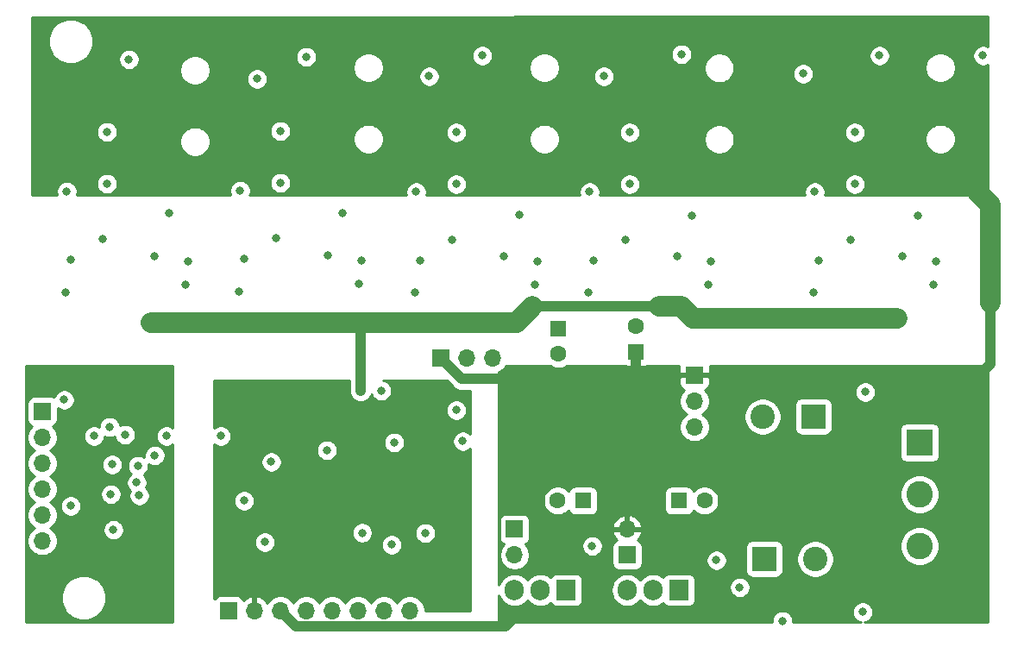
<source format=gbr>
%TF.GenerationSoftware,KiCad,Pcbnew,(5.1.6)-1*%
%TF.CreationDate,2020-11-12T20:03:02-08:00*%
%TF.ProjectId,piezodriver,7069657a-6f64-4726-9976-65722e6b6963,rev?*%
%TF.SameCoordinates,Original*%
%TF.FileFunction,Copper,L3,Inr*%
%TF.FilePolarity,Positive*%
%FSLAX46Y46*%
G04 Gerber Fmt 4.6, Leading zero omitted, Abs format (unit mm)*
G04 Created by KiCad (PCBNEW (5.1.6)-1) date 2020-11-12 20:03:02*
%MOMM*%
%LPD*%
G01*
G04 APERTURE LIST*
%TA.AperFunction,ViaPad*%
%ADD10O,1.905000X2.000000*%
%TD*%
%TA.AperFunction,ViaPad*%
%ADD11R,1.905000X2.000000*%
%TD*%
%TA.AperFunction,ViaPad*%
%ADD12O,1.700000X1.700000*%
%TD*%
%TA.AperFunction,ViaPad*%
%ADD13R,1.700000X1.700000*%
%TD*%
%TA.AperFunction,ViaPad*%
%ADD14C,2.600000*%
%TD*%
%TA.AperFunction,ViaPad*%
%ADD15R,2.600000X2.600000*%
%TD*%
%TA.AperFunction,ViaPad*%
%ADD16C,1.600000*%
%TD*%
%TA.AperFunction,ViaPad*%
%ADD17R,1.600000X1.600000*%
%TD*%
%TA.AperFunction,ViaPad*%
%ADD18C,2.400000*%
%TD*%
%TA.AperFunction,ViaPad*%
%ADD19R,2.400000X2.400000*%
%TD*%
%TA.AperFunction,ViaPad*%
%ADD20C,0.800000*%
%TD*%
%TA.AperFunction,Conductor*%
%ADD21C,2.000000*%
%TD*%
%TA.AperFunction,Conductor*%
%ADD22C,1.000000*%
%TD*%
%TA.AperFunction,Conductor*%
%ADD23C,0.254000*%
%TD*%
G04 APERTURE END LIST*
D10*
%TO.N,Net-(J6-Pad2)*%
%TO.C,Q2*%
X250571000Y-64008000D03*
%TO.N,Net-(C6-Pad2)*%
X253111000Y-64008000D03*
D11*
%TO.N,Net-(C10-Pad2)*%
X255651000Y-64008000D03*
%TD*%
D10*
%TO.N,Net-(J5-Pad1)*%
%TO.C,Q1*%
X261620000Y-64008000D03*
%TO.N,Net-(C5-Pad1)*%
X264160000Y-64008000D03*
D11*
%TO.N,Net-(C9-Pad1)*%
X266700000Y-64008000D03*
%TD*%
D12*
%TO.N,/CH8*%
%TO.C,J7*%
X240284000Y-66040000D03*
%TO.N,/CH7*%
X237744000Y-66040000D03*
%TO.N,/CH6*%
X235204000Y-66040000D03*
%TO.N,GNDA*%
X232664000Y-66040000D03*
%TO.N,-VDC*%
X230124000Y-66040000D03*
%TO.N,+VDC*%
X227584000Y-66040000D03*
%TO.N,+3.3VA*%
X225044000Y-66040000D03*
D13*
%TO.N,GNDA*%
X222504000Y-66040000D03*
%TD*%
D12*
%TO.N,Net-(J6-Pad2)*%
%TO.C,J6*%
X250571000Y-60579000D03*
D13*
%TO.N,-VDC*%
X250571000Y-58039000D03*
%TD*%
D12*
%TO.N,+VDC*%
%TO.C,J5*%
X261620000Y-58039000D03*
D13*
%TO.N,Net-(J5-Pad1)*%
X261620000Y-60579000D03*
%TD*%
D12*
%TO.N,-VDC*%
%TO.C,J4*%
X248412000Y-41275000D03*
%TO.N,GNDA*%
X245872000Y-41275000D03*
D13*
%TO.N,+VDC*%
X243332000Y-41275000D03*
%TD*%
D12*
%TO.N,VCC*%
%TO.C,J3*%
X204216000Y-59182000D03*
%TO.N,GND*%
X204216000Y-56642000D03*
%TO.N,/SYNCD*%
X204216000Y-54102000D03*
%TO.N,N/C*%
X204216000Y-51562000D03*
%TO.N,/DIND*%
X204216000Y-49022000D03*
D13*
%TO.N,/SCLKD*%
X204216000Y-46482000D03*
%TD*%
D12*
%TO.N,-VDC*%
%TO.C,J2*%
X268224000Y-48006000D03*
%TO.N,GNDA*%
X268224000Y-45466000D03*
D13*
%TO.N,+VDC*%
X268224000Y-42926000D03*
%TD*%
D14*
%TO.N,Net-(D1-Pad2)*%
%TO.C,J1*%
X290322000Y-59690000D03*
%TO.N,GNDA*%
X290322000Y-54610000D03*
D15*
%TO.N,Net-(D2-Pad2)*%
X290322000Y-49530000D03*
%TD*%
D16*
%TO.N,Net-(C10-Pad2)*%
%TO.C,C10*%
X254802000Y-55245000D03*
D17*
%TO.N,GNDA*%
X257302000Y-55245000D03*
%TD*%
D16*
%TO.N,GNDA*%
%TO.C,C9*%
X269200000Y-55245000D03*
D17*
%TO.N,Net-(C9-Pad1)*%
X266700000Y-55245000D03*
%TD*%
D18*
%TO.N,Net-(C6-Pad2)*%
%TO.C,C6*%
X280082000Y-60960000D03*
D19*
%TO.N,GNDA*%
X275082000Y-60960000D03*
%TD*%
D18*
%TO.N,GNDA*%
%TO.C,C5*%
X274908000Y-46990000D03*
D19*
%TO.N,Net-(C5-Pad1)*%
X279908000Y-46990000D03*
%TD*%
D16*
%TO.N,-VDC*%
%TO.C,C2*%
X254889000Y-40854000D03*
D17*
%TO.N,GNDA*%
X254889000Y-38354000D03*
%TD*%
D16*
%TO.N,GNDA*%
%TO.C,C1*%
X262509000Y-38140000D03*
D17*
%TO.N,+VDC*%
X262509000Y-40640000D03*
%TD*%
D20*
%TO.N,-VDC*%
X288656000Y-31287000D03*
X279893000Y-34843000D03*
X266558000Y-31287000D03*
X257795000Y-34843000D03*
X249540000Y-31287000D03*
X240777000Y-34843000D03*
X232268000Y-31160000D03*
X223505000Y-34716000D03*
X215265000Y-31242000D03*
X206502000Y-34798000D03*
X216662000Y-27051000D03*
X233680000Y-27051000D03*
X251079000Y-27178000D03*
X267970000Y-27305000D03*
X290195000Y-27305000D03*
%TO.N,GND*%
X216408000Y-48895000D03*
X211194000Y-58095942D03*
X209296000Y-48895000D03*
X212344000Y-48768000D03*
X215265000Y-50800000D03*
X213741000Y-54737000D03*
X206375000Y-45339000D03*
X207010000Y-55753000D03*
%TO.N,+VDC*%
X281671000Y-21508000D03*
X286116000Y-23032000D03*
X285989000Y-18968000D03*
X259573000Y-21508000D03*
X264018000Y-23032000D03*
X263891000Y-18968000D03*
X242555000Y-21508000D03*
X247000000Y-23032000D03*
X246873000Y-18968000D03*
X225283000Y-21381000D03*
X229728000Y-22905000D03*
X229601000Y-18841000D03*
X208280000Y-21463000D03*
X212598000Y-18923000D03*
X212725000Y-22987000D03*
%TO.N,Net-(R8-Pad1)*%
X207010000Y-31623000D03*
X210185000Y-29591000D03*
%TO.N,Net-(R11-Pad2)*%
X227569000Y-24048000D03*
X227569000Y-18968000D03*
%TO.N,/opampdriver/BIAS*%
X214884000Y-37739999D03*
X232049999Y-37739999D03*
X249448999Y-37739999D03*
X288163000Y-37338000D03*
X235458000Y-44450000D03*
X266954000Y-36195000D03*
%TO.N,GNDA*%
X291958000Y-31795000D03*
X291704000Y-34081000D03*
X280020000Y-24937000D03*
X269860000Y-31795000D03*
X269606000Y-34081000D03*
X257922000Y-24937000D03*
X252842000Y-31795000D03*
X252588000Y-34081000D03*
X240904000Y-24937000D03*
X235570000Y-31668000D03*
X235316000Y-33954000D03*
X223632000Y-24810000D03*
X206629000Y-24892000D03*
X218313000Y-34036000D03*
X218567000Y-31750000D03*
X212725000Y-11938000D03*
X225298000Y-13843000D03*
X230124000Y-11684000D03*
X242189000Y-13589000D03*
X247396000Y-11557000D03*
X259334000Y-13589000D03*
X266954000Y-11430000D03*
X278892000Y-13335000D03*
X286385000Y-11557000D03*
X296545000Y-11557000D03*
X284734000Y-66167000D03*
X284988000Y-44577000D03*
X270383000Y-61087000D03*
X258191000Y-59690000D03*
X221742000Y-48895000D03*
X237490000Y-44450000D03*
X244856000Y-46355000D03*
X245491000Y-49403000D03*
X238506000Y-59563000D03*
X241808000Y-58420000D03*
X235606500Y-58398500D03*
X226060000Y-59309000D03*
X224028000Y-55245000D03*
X226695000Y-51435000D03*
X238760000Y-49530000D03*
X232156000Y-50292000D03*
%TO.N,Net-(C5-Pad1)*%
X276860000Y-67056000D03*
X272669000Y-63754000D03*
%TO.N,+3V3*%
X215392000Y-57658000D03*
X206629000Y-48895000D03*
%TO.N,/SYNCD*%
X210947000Y-54610000D03*
%TO.N,/DIND*%
X210820000Y-48006000D03*
%TO.N,/SCLKD*%
X213614000Y-51816000D03*
%TO.N,+3.3VA*%
X223266000Y-44958000D03*
X230124000Y-49403000D03*
X241300000Y-51562000D03*
X222504000Y-55753000D03*
X233492000Y-53020000D03*
%TO.N,/DINA*%
X213487000Y-53467000D03*
X211074000Y-51689000D03*
%TO.N,Net-(R7-Pad2)*%
X210566000Y-24130000D03*
X210566000Y-19050000D03*
%TO.N,Net-(R12-Pad1)*%
X227188000Y-29509000D03*
X224013000Y-31541000D03*
%TO.N,Net-(R15-Pad2)*%
X244841000Y-24175000D03*
X244841000Y-19095000D03*
%TO.N,Net-(R16-Pad1)*%
X244460000Y-29636000D03*
X241285000Y-31668000D03*
%TO.N,Net-(R19-Pad2)*%
X283957000Y-24175000D03*
X283957000Y-19095000D03*
%TO.N,Net-(R20-Pad1)*%
X283576000Y-29636000D03*
X280401000Y-31668000D03*
%TO.N,Net-(R23-Pad2)*%
X261859000Y-24175000D03*
X261859000Y-19095000D03*
%TO.N,Net-(R24-Pad1)*%
X261478000Y-29636000D03*
X258303000Y-31668000D03*
%TD*%
D21*
%TO.N,+VDC*%
X296037000Y-25019000D02*
X297224990Y-26206990D01*
X296037000Y-24384000D02*
X296037000Y-25019000D01*
X297224990Y-26206990D02*
X297224990Y-35814000D01*
D22*
X297224990Y-35814000D02*
X297224990Y-41865010D01*
X297224990Y-41865010D02*
X296418000Y-42672000D01*
X262509000Y-40640000D02*
X262509000Y-42545000D01*
X229134001Y-67590001D02*
X249655999Y-67590001D01*
X227584000Y-66040000D02*
X229134001Y-67590001D01*
X249655999Y-67590001D02*
X250444000Y-66802000D01*
X243332000Y-41275000D02*
X245364000Y-43307000D01*
X245364000Y-43307000D02*
X249301000Y-43307000D01*
D21*
%TO.N,/opampdriver/BIAS*%
X250804001Y-37739999D02*
X252349000Y-36195000D01*
D22*
X252349000Y-36195000D02*
X264795000Y-36195000D01*
D21*
X264795000Y-36195000D02*
X266954000Y-36195000D01*
X266954000Y-36195000D02*
X268097000Y-37338000D01*
X268097000Y-37338000D02*
X288163000Y-37338000D01*
X214884000Y-37739999D02*
X232049999Y-37739999D01*
X249448999Y-37739999D02*
X250804001Y-37739999D01*
D22*
X235458000Y-37846000D02*
X235564001Y-37739999D01*
D21*
X232049999Y-37739999D02*
X235564001Y-37739999D01*
D22*
X235458000Y-44450000D02*
X235458000Y-37846000D01*
D21*
X235564001Y-37739999D02*
X249448999Y-37739999D01*
%TD*%
D23*
%TO.N,+VDC*%
G36*
X297053000Y-10651651D02*
G01*
X297035256Y-10639795D01*
X296846898Y-10561774D01*
X296646939Y-10522000D01*
X296443061Y-10522000D01*
X296243102Y-10561774D01*
X296054744Y-10639795D01*
X295885226Y-10753063D01*
X295741063Y-10897226D01*
X295627795Y-11066744D01*
X295549774Y-11255102D01*
X295510000Y-11455061D01*
X295510000Y-11658939D01*
X295549774Y-11858898D01*
X295627795Y-12047256D01*
X295741063Y-12216774D01*
X295885226Y-12360937D01*
X296054744Y-12474205D01*
X296243102Y-12552226D01*
X296443061Y-12592000D01*
X296646939Y-12592000D01*
X296846898Y-12552226D01*
X297035256Y-12474205D01*
X297053000Y-12462349D01*
X297053000Y-25273000D01*
X281001100Y-25273000D01*
X281015226Y-25238898D01*
X281055000Y-25038939D01*
X281055000Y-24835061D01*
X281015226Y-24635102D01*
X280937205Y-24446744D01*
X280823937Y-24277226D01*
X280679774Y-24133063D01*
X280589975Y-24073061D01*
X282922000Y-24073061D01*
X282922000Y-24276939D01*
X282961774Y-24476898D01*
X283039795Y-24665256D01*
X283153063Y-24834774D01*
X283297226Y-24978937D01*
X283466744Y-25092205D01*
X283655102Y-25170226D01*
X283855061Y-25210000D01*
X284058939Y-25210000D01*
X284258898Y-25170226D01*
X284447256Y-25092205D01*
X284616774Y-24978937D01*
X284760937Y-24834774D01*
X284874205Y-24665256D01*
X284952226Y-24476898D01*
X284992000Y-24276939D01*
X284992000Y-24073061D01*
X284952226Y-23873102D01*
X284874205Y-23684744D01*
X284760937Y-23515226D01*
X284616774Y-23371063D01*
X284447256Y-23257795D01*
X284258898Y-23179774D01*
X284058939Y-23140000D01*
X283855061Y-23140000D01*
X283655102Y-23179774D01*
X283466744Y-23257795D01*
X283297226Y-23371063D01*
X283153063Y-23515226D01*
X283039795Y-23684744D01*
X282961774Y-23873102D01*
X282922000Y-24073061D01*
X280589975Y-24073061D01*
X280510256Y-24019795D01*
X280321898Y-23941774D01*
X280121939Y-23902000D01*
X279918061Y-23902000D01*
X279718102Y-23941774D01*
X279529744Y-24019795D01*
X279360226Y-24133063D01*
X279216063Y-24277226D01*
X279102795Y-24446744D01*
X279024774Y-24635102D01*
X278985000Y-24835061D01*
X278985000Y-25038939D01*
X279024774Y-25238898D01*
X279038900Y-25273000D01*
X258903100Y-25273000D01*
X258917226Y-25238898D01*
X258957000Y-25038939D01*
X258957000Y-24835061D01*
X258917226Y-24635102D01*
X258839205Y-24446744D01*
X258725937Y-24277226D01*
X258581774Y-24133063D01*
X258491975Y-24073061D01*
X260824000Y-24073061D01*
X260824000Y-24276939D01*
X260863774Y-24476898D01*
X260941795Y-24665256D01*
X261055063Y-24834774D01*
X261199226Y-24978937D01*
X261368744Y-25092205D01*
X261557102Y-25170226D01*
X261757061Y-25210000D01*
X261960939Y-25210000D01*
X262160898Y-25170226D01*
X262349256Y-25092205D01*
X262518774Y-24978937D01*
X262662937Y-24834774D01*
X262776205Y-24665256D01*
X262854226Y-24476898D01*
X262894000Y-24276939D01*
X262894000Y-24073061D01*
X262854226Y-23873102D01*
X262776205Y-23684744D01*
X262662937Y-23515226D01*
X262518774Y-23371063D01*
X262349256Y-23257795D01*
X262160898Y-23179774D01*
X261960939Y-23140000D01*
X261757061Y-23140000D01*
X261557102Y-23179774D01*
X261368744Y-23257795D01*
X261199226Y-23371063D01*
X261055063Y-23515226D01*
X260941795Y-23684744D01*
X260863774Y-23873102D01*
X260824000Y-24073061D01*
X258491975Y-24073061D01*
X258412256Y-24019795D01*
X258223898Y-23941774D01*
X258023939Y-23902000D01*
X257820061Y-23902000D01*
X257620102Y-23941774D01*
X257431744Y-24019795D01*
X257262226Y-24133063D01*
X257118063Y-24277226D01*
X257004795Y-24446744D01*
X256926774Y-24635102D01*
X256887000Y-24835061D01*
X256887000Y-25038939D01*
X256926774Y-25238898D01*
X256940900Y-25273000D01*
X241885100Y-25273000D01*
X241899226Y-25238898D01*
X241939000Y-25038939D01*
X241939000Y-24835061D01*
X241899226Y-24635102D01*
X241821205Y-24446744D01*
X241707937Y-24277226D01*
X241563774Y-24133063D01*
X241473975Y-24073061D01*
X243806000Y-24073061D01*
X243806000Y-24276939D01*
X243845774Y-24476898D01*
X243923795Y-24665256D01*
X244037063Y-24834774D01*
X244181226Y-24978937D01*
X244350744Y-25092205D01*
X244539102Y-25170226D01*
X244739061Y-25210000D01*
X244942939Y-25210000D01*
X245142898Y-25170226D01*
X245331256Y-25092205D01*
X245500774Y-24978937D01*
X245644937Y-24834774D01*
X245758205Y-24665256D01*
X245836226Y-24476898D01*
X245876000Y-24276939D01*
X245876000Y-24073061D01*
X245836226Y-23873102D01*
X245758205Y-23684744D01*
X245644937Y-23515226D01*
X245500774Y-23371063D01*
X245331256Y-23257795D01*
X245142898Y-23179774D01*
X244942939Y-23140000D01*
X244739061Y-23140000D01*
X244539102Y-23179774D01*
X244350744Y-23257795D01*
X244181226Y-23371063D01*
X244037063Y-23515226D01*
X243923795Y-23684744D01*
X243845774Y-23873102D01*
X243806000Y-24073061D01*
X241473975Y-24073061D01*
X241394256Y-24019795D01*
X241205898Y-23941774D01*
X241005939Y-23902000D01*
X240802061Y-23902000D01*
X240602102Y-23941774D01*
X240413744Y-24019795D01*
X240244226Y-24133063D01*
X240100063Y-24277226D01*
X239986795Y-24446744D01*
X239908774Y-24635102D01*
X239869000Y-24835061D01*
X239869000Y-25038939D01*
X239908774Y-25238898D01*
X239922900Y-25273000D01*
X224560495Y-25273000D01*
X224627226Y-25111898D01*
X224667000Y-24911939D01*
X224667000Y-24708061D01*
X224627226Y-24508102D01*
X224549205Y-24319744D01*
X224435937Y-24150226D01*
X224291774Y-24006063D01*
X224201975Y-23946061D01*
X226534000Y-23946061D01*
X226534000Y-24149939D01*
X226573774Y-24349898D01*
X226651795Y-24538256D01*
X226765063Y-24707774D01*
X226909226Y-24851937D01*
X227078744Y-24965205D01*
X227267102Y-25043226D01*
X227467061Y-25083000D01*
X227670939Y-25083000D01*
X227870898Y-25043226D01*
X228059256Y-24965205D01*
X228228774Y-24851937D01*
X228372937Y-24707774D01*
X228486205Y-24538256D01*
X228564226Y-24349898D01*
X228604000Y-24149939D01*
X228604000Y-23946061D01*
X228564226Y-23746102D01*
X228486205Y-23557744D01*
X228372937Y-23388226D01*
X228228774Y-23244063D01*
X228059256Y-23130795D01*
X227870898Y-23052774D01*
X227670939Y-23013000D01*
X227467061Y-23013000D01*
X227267102Y-23052774D01*
X227078744Y-23130795D01*
X226909226Y-23244063D01*
X226765063Y-23388226D01*
X226651795Y-23557744D01*
X226573774Y-23746102D01*
X226534000Y-23946061D01*
X224201975Y-23946061D01*
X224122256Y-23892795D01*
X223933898Y-23814774D01*
X223733939Y-23775000D01*
X223530061Y-23775000D01*
X223330102Y-23814774D01*
X223141744Y-23892795D01*
X222972226Y-24006063D01*
X222828063Y-24150226D01*
X222714795Y-24319744D01*
X222636774Y-24508102D01*
X222597000Y-24708061D01*
X222597000Y-24911939D01*
X222636774Y-25111898D01*
X222703505Y-25273000D01*
X207591461Y-25273000D01*
X207624226Y-25193898D01*
X207664000Y-24993939D01*
X207664000Y-24790061D01*
X207624226Y-24590102D01*
X207546205Y-24401744D01*
X207432937Y-24232226D01*
X207288774Y-24088063D01*
X207198975Y-24028061D01*
X209531000Y-24028061D01*
X209531000Y-24231939D01*
X209570774Y-24431898D01*
X209648795Y-24620256D01*
X209762063Y-24789774D01*
X209906226Y-24933937D01*
X210075744Y-25047205D01*
X210264102Y-25125226D01*
X210464061Y-25165000D01*
X210667939Y-25165000D01*
X210867898Y-25125226D01*
X211056256Y-25047205D01*
X211225774Y-24933937D01*
X211369937Y-24789774D01*
X211483205Y-24620256D01*
X211561226Y-24431898D01*
X211601000Y-24231939D01*
X211601000Y-24028061D01*
X211561226Y-23828102D01*
X211483205Y-23639744D01*
X211369937Y-23470226D01*
X211225774Y-23326063D01*
X211056256Y-23212795D01*
X210867898Y-23134774D01*
X210667939Y-23095000D01*
X210464061Y-23095000D01*
X210264102Y-23134774D01*
X210075744Y-23212795D01*
X209906226Y-23326063D01*
X209762063Y-23470226D01*
X209648795Y-23639744D01*
X209570774Y-23828102D01*
X209531000Y-24028061D01*
X207198975Y-24028061D01*
X207119256Y-23974795D01*
X206930898Y-23896774D01*
X206730939Y-23857000D01*
X206527061Y-23857000D01*
X206327102Y-23896774D01*
X206138744Y-23974795D01*
X205969226Y-24088063D01*
X205825063Y-24232226D01*
X205711795Y-24401744D01*
X205633774Y-24590102D01*
X205594000Y-24790061D01*
X205594000Y-24993939D01*
X205633774Y-25193898D01*
X205666539Y-25273000D01*
X203200182Y-25273000D01*
X203209244Y-18948061D01*
X209531000Y-18948061D01*
X209531000Y-19151939D01*
X209570774Y-19351898D01*
X209648795Y-19540256D01*
X209762063Y-19709774D01*
X209906226Y-19853937D01*
X210075744Y-19967205D01*
X210264102Y-20045226D01*
X210464061Y-20085000D01*
X210667939Y-20085000D01*
X210867898Y-20045226D01*
X211056256Y-19967205D01*
X211225774Y-19853937D01*
X211231971Y-19847740D01*
X217717000Y-19847740D01*
X217717000Y-20140260D01*
X217774068Y-20427158D01*
X217886010Y-20697411D01*
X218048525Y-20940632D01*
X218255368Y-21147475D01*
X218498589Y-21309990D01*
X218768842Y-21421932D01*
X219055740Y-21479000D01*
X219348260Y-21479000D01*
X219635158Y-21421932D01*
X219905411Y-21309990D01*
X220148632Y-21147475D01*
X220355475Y-20940632D01*
X220517990Y-20697411D01*
X220629932Y-20427158D01*
X220687000Y-20140260D01*
X220687000Y-19847740D01*
X220629932Y-19560842D01*
X220517990Y-19290589D01*
X220355475Y-19047368D01*
X220174168Y-18866061D01*
X226534000Y-18866061D01*
X226534000Y-19069939D01*
X226573774Y-19269898D01*
X226651795Y-19458256D01*
X226765063Y-19627774D01*
X226909226Y-19771937D01*
X227078744Y-19885205D01*
X227267102Y-19963226D01*
X227467061Y-20003000D01*
X227670939Y-20003000D01*
X227870898Y-19963226D01*
X228059256Y-19885205D01*
X228228774Y-19771937D01*
X228372937Y-19627774D01*
X228395677Y-19593740D01*
X234735000Y-19593740D01*
X234735000Y-19886260D01*
X234792068Y-20173158D01*
X234904010Y-20443411D01*
X235066525Y-20686632D01*
X235273368Y-20893475D01*
X235516589Y-21055990D01*
X235786842Y-21167932D01*
X236073740Y-21225000D01*
X236366260Y-21225000D01*
X236653158Y-21167932D01*
X236923411Y-21055990D01*
X237166632Y-20893475D01*
X237373475Y-20686632D01*
X237535990Y-20443411D01*
X237647932Y-20173158D01*
X237705000Y-19886260D01*
X237705000Y-19593740D01*
X237647932Y-19306842D01*
X237535990Y-19036589D01*
X237506906Y-18993061D01*
X243806000Y-18993061D01*
X243806000Y-19196939D01*
X243845774Y-19396898D01*
X243923795Y-19585256D01*
X244037063Y-19754774D01*
X244181226Y-19898937D01*
X244350744Y-20012205D01*
X244539102Y-20090226D01*
X244739061Y-20130000D01*
X244942939Y-20130000D01*
X245142898Y-20090226D01*
X245331256Y-20012205D01*
X245500774Y-19898937D01*
X245644937Y-19754774D01*
X245752536Y-19593740D01*
X252007000Y-19593740D01*
X252007000Y-19886260D01*
X252064068Y-20173158D01*
X252176010Y-20443411D01*
X252338525Y-20686632D01*
X252545368Y-20893475D01*
X252788589Y-21055990D01*
X253058842Y-21167932D01*
X253345740Y-21225000D01*
X253638260Y-21225000D01*
X253925158Y-21167932D01*
X254195411Y-21055990D01*
X254438632Y-20893475D01*
X254645475Y-20686632D01*
X254807990Y-20443411D01*
X254919932Y-20173158D01*
X254977000Y-19886260D01*
X254977000Y-19593740D01*
X254919932Y-19306842D01*
X254807990Y-19036589D01*
X254778906Y-18993061D01*
X260824000Y-18993061D01*
X260824000Y-19196939D01*
X260863774Y-19396898D01*
X260941795Y-19585256D01*
X261055063Y-19754774D01*
X261199226Y-19898937D01*
X261368744Y-20012205D01*
X261557102Y-20090226D01*
X261757061Y-20130000D01*
X261960939Y-20130000D01*
X262160898Y-20090226D01*
X262349256Y-20012205D01*
X262518774Y-19898937D01*
X262662937Y-19754774D01*
X262742472Y-19635740D01*
X269169000Y-19635740D01*
X269169000Y-19928260D01*
X269226068Y-20215158D01*
X269338010Y-20485411D01*
X269500525Y-20728632D01*
X269707368Y-20935475D01*
X269950589Y-21097990D01*
X270220842Y-21209932D01*
X270507740Y-21267000D01*
X270800260Y-21267000D01*
X271087158Y-21209932D01*
X271357411Y-21097990D01*
X271600632Y-20935475D01*
X271807475Y-20728632D01*
X271969990Y-20485411D01*
X272081932Y-20215158D01*
X272139000Y-19928260D01*
X272139000Y-19635740D01*
X272081932Y-19348842D01*
X271969990Y-19078589D01*
X271912843Y-18993061D01*
X282922000Y-18993061D01*
X282922000Y-19196939D01*
X282961774Y-19396898D01*
X283039795Y-19585256D01*
X283153063Y-19754774D01*
X283297226Y-19898937D01*
X283466744Y-20012205D01*
X283655102Y-20090226D01*
X283855061Y-20130000D01*
X284058939Y-20130000D01*
X284258898Y-20090226D01*
X284447256Y-20012205D01*
X284616774Y-19898937D01*
X284760937Y-19754774D01*
X284868536Y-19593740D01*
X290869000Y-19593740D01*
X290869000Y-19886260D01*
X290926068Y-20173158D01*
X291038010Y-20443411D01*
X291200525Y-20686632D01*
X291407368Y-20893475D01*
X291650589Y-21055990D01*
X291920842Y-21167932D01*
X292207740Y-21225000D01*
X292500260Y-21225000D01*
X292787158Y-21167932D01*
X293057411Y-21055990D01*
X293300632Y-20893475D01*
X293507475Y-20686632D01*
X293669990Y-20443411D01*
X293781932Y-20173158D01*
X293839000Y-19886260D01*
X293839000Y-19593740D01*
X293781932Y-19306842D01*
X293669990Y-19036589D01*
X293507475Y-18793368D01*
X293300632Y-18586525D01*
X293057411Y-18424010D01*
X292787158Y-18312068D01*
X292500260Y-18255000D01*
X292207740Y-18255000D01*
X291920842Y-18312068D01*
X291650589Y-18424010D01*
X291407368Y-18586525D01*
X291200525Y-18793368D01*
X291038010Y-19036589D01*
X290926068Y-19306842D01*
X290869000Y-19593740D01*
X284868536Y-19593740D01*
X284874205Y-19585256D01*
X284952226Y-19396898D01*
X284992000Y-19196939D01*
X284992000Y-18993061D01*
X284952226Y-18793102D01*
X284874205Y-18604744D01*
X284760937Y-18435226D01*
X284616774Y-18291063D01*
X284447256Y-18177795D01*
X284258898Y-18099774D01*
X284058939Y-18060000D01*
X283855061Y-18060000D01*
X283655102Y-18099774D01*
X283466744Y-18177795D01*
X283297226Y-18291063D01*
X283153063Y-18435226D01*
X283039795Y-18604744D01*
X282961774Y-18793102D01*
X282922000Y-18993061D01*
X271912843Y-18993061D01*
X271807475Y-18835368D01*
X271600632Y-18628525D01*
X271357411Y-18466010D01*
X271087158Y-18354068D01*
X270800260Y-18297000D01*
X270507740Y-18297000D01*
X270220842Y-18354068D01*
X269950589Y-18466010D01*
X269707368Y-18628525D01*
X269500525Y-18835368D01*
X269338010Y-19078589D01*
X269226068Y-19348842D01*
X269169000Y-19635740D01*
X262742472Y-19635740D01*
X262776205Y-19585256D01*
X262854226Y-19396898D01*
X262894000Y-19196939D01*
X262894000Y-18993061D01*
X262854226Y-18793102D01*
X262776205Y-18604744D01*
X262662937Y-18435226D01*
X262518774Y-18291063D01*
X262349256Y-18177795D01*
X262160898Y-18099774D01*
X261960939Y-18060000D01*
X261757061Y-18060000D01*
X261557102Y-18099774D01*
X261368744Y-18177795D01*
X261199226Y-18291063D01*
X261055063Y-18435226D01*
X260941795Y-18604744D01*
X260863774Y-18793102D01*
X260824000Y-18993061D01*
X254778906Y-18993061D01*
X254645475Y-18793368D01*
X254438632Y-18586525D01*
X254195411Y-18424010D01*
X253925158Y-18312068D01*
X253638260Y-18255000D01*
X253345740Y-18255000D01*
X253058842Y-18312068D01*
X252788589Y-18424010D01*
X252545368Y-18586525D01*
X252338525Y-18793368D01*
X252176010Y-19036589D01*
X252064068Y-19306842D01*
X252007000Y-19593740D01*
X245752536Y-19593740D01*
X245758205Y-19585256D01*
X245836226Y-19396898D01*
X245876000Y-19196939D01*
X245876000Y-18993061D01*
X245836226Y-18793102D01*
X245758205Y-18604744D01*
X245644937Y-18435226D01*
X245500774Y-18291063D01*
X245331256Y-18177795D01*
X245142898Y-18099774D01*
X244942939Y-18060000D01*
X244739061Y-18060000D01*
X244539102Y-18099774D01*
X244350744Y-18177795D01*
X244181226Y-18291063D01*
X244037063Y-18435226D01*
X243923795Y-18604744D01*
X243845774Y-18793102D01*
X243806000Y-18993061D01*
X237506906Y-18993061D01*
X237373475Y-18793368D01*
X237166632Y-18586525D01*
X236923411Y-18424010D01*
X236653158Y-18312068D01*
X236366260Y-18255000D01*
X236073740Y-18255000D01*
X235786842Y-18312068D01*
X235516589Y-18424010D01*
X235273368Y-18586525D01*
X235066525Y-18793368D01*
X234904010Y-19036589D01*
X234792068Y-19306842D01*
X234735000Y-19593740D01*
X228395677Y-19593740D01*
X228486205Y-19458256D01*
X228564226Y-19269898D01*
X228604000Y-19069939D01*
X228604000Y-18866061D01*
X228564226Y-18666102D01*
X228486205Y-18477744D01*
X228372937Y-18308226D01*
X228228774Y-18164063D01*
X228059256Y-18050795D01*
X227870898Y-17972774D01*
X227670939Y-17933000D01*
X227467061Y-17933000D01*
X227267102Y-17972774D01*
X227078744Y-18050795D01*
X226909226Y-18164063D01*
X226765063Y-18308226D01*
X226651795Y-18477744D01*
X226573774Y-18666102D01*
X226534000Y-18866061D01*
X220174168Y-18866061D01*
X220148632Y-18840525D01*
X219905411Y-18678010D01*
X219635158Y-18566068D01*
X219348260Y-18509000D01*
X219055740Y-18509000D01*
X218768842Y-18566068D01*
X218498589Y-18678010D01*
X218255368Y-18840525D01*
X218048525Y-19047368D01*
X217886010Y-19290589D01*
X217774068Y-19560842D01*
X217717000Y-19847740D01*
X211231971Y-19847740D01*
X211369937Y-19709774D01*
X211483205Y-19540256D01*
X211561226Y-19351898D01*
X211601000Y-19151939D01*
X211601000Y-18948061D01*
X211561226Y-18748102D01*
X211483205Y-18559744D01*
X211369937Y-18390226D01*
X211225774Y-18246063D01*
X211056256Y-18132795D01*
X210867898Y-18054774D01*
X210667939Y-18015000D01*
X210464061Y-18015000D01*
X210264102Y-18054774D01*
X210075744Y-18132795D01*
X209906226Y-18246063D01*
X209762063Y-18390226D01*
X209648795Y-18559744D01*
X209570774Y-18748102D01*
X209531000Y-18948061D01*
X203209244Y-18948061D01*
X203222152Y-9939872D01*
X204775000Y-9939872D01*
X204775000Y-10380128D01*
X204860890Y-10811925D01*
X205029369Y-11218669D01*
X205273962Y-11584729D01*
X205585271Y-11896038D01*
X205951331Y-12140631D01*
X206358075Y-12309110D01*
X206789872Y-12395000D01*
X207230128Y-12395000D01*
X207661925Y-12309110D01*
X208068669Y-12140631D01*
X208434729Y-11896038D01*
X208494706Y-11836061D01*
X211690000Y-11836061D01*
X211690000Y-12039939D01*
X211729774Y-12239898D01*
X211807795Y-12428256D01*
X211921063Y-12597774D01*
X212065226Y-12741937D01*
X212234744Y-12855205D01*
X212423102Y-12933226D01*
X212623061Y-12973000D01*
X212826939Y-12973000D01*
X213026898Y-12933226D01*
X213215256Y-12855205D01*
X213226428Y-12847740D01*
X217717000Y-12847740D01*
X217717000Y-13140260D01*
X217774068Y-13427158D01*
X217886010Y-13697411D01*
X218048525Y-13940632D01*
X218255368Y-14147475D01*
X218498589Y-14309990D01*
X218768842Y-14421932D01*
X219055740Y-14479000D01*
X219348260Y-14479000D01*
X219635158Y-14421932D01*
X219905411Y-14309990D01*
X220148632Y-14147475D01*
X220355475Y-13940632D01*
X220488824Y-13741061D01*
X224263000Y-13741061D01*
X224263000Y-13944939D01*
X224302774Y-14144898D01*
X224380795Y-14333256D01*
X224494063Y-14502774D01*
X224638226Y-14646937D01*
X224807744Y-14760205D01*
X224996102Y-14838226D01*
X225196061Y-14878000D01*
X225399939Y-14878000D01*
X225599898Y-14838226D01*
X225788256Y-14760205D01*
X225957774Y-14646937D01*
X226101937Y-14502774D01*
X226215205Y-14333256D01*
X226293226Y-14144898D01*
X226333000Y-13944939D01*
X226333000Y-13741061D01*
X226293226Y-13541102D01*
X226215205Y-13352744D01*
X226101937Y-13183226D01*
X225957774Y-13039063D01*
X225788256Y-12925795D01*
X225599898Y-12847774D01*
X225399939Y-12808000D01*
X225196061Y-12808000D01*
X224996102Y-12847774D01*
X224807744Y-12925795D01*
X224638226Y-13039063D01*
X224494063Y-13183226D01*
X224380795Y-13352744D01*
X224302774Y-13541102D01*
X224263000Y-13741061D01*
X220488824Y-13741061D01*
X220517990Y-13697411D01*
X220629932Y-13427158D01*
X220687000Y-13140260D01*
X220687000Y-12847740D01*
X220629932Y-12560842D01*
X220517990Y-12290589D01*
X220355475Y-12047368D01*
X220148632Y-11840525D01*
X219905411Y-11678010D01*
X219673769Y-11582061D01*
X229089000Y-11582061D01*
X229089000Y-11785939D01*
X229128774Y-11985898D01*
X229206795Y-12174256D01*
X229320063Y-12343774D01*
X229464226Y-12487937D01*
X229633744Y-12601205D01*
X229822102Y-12679226D01*
X230022061Y-12719000D01*
X230225939Y-12719000D01*
X230425898Y-12679226D01*
X230614256Y-12601205D01*
X230625428Y-12593740D01*
X234735000Y-12593740D01*
X234735000Y-12886260D01*
X234792068Y-13173158D01*
X234904010Y-13443411D01*
X235066525Y-13686632D01*
X235273368Y-13893475D01*
X235516589Y-14055990D01*
X235786842Y-14167932D01*
X236073740Y-14225000D01*
X236366260Y-14225000D01*
X236653158Y-14167932D01*
X236923411Y-14055990D01*
X237166632Y-13893475D01*
X237373475Y-13686632D01*
X237506824Y-13487061D01*
X241154000Y-13487061D01*
X241154000Y-13690939D01*
X241193774Y-13890898D01*
X241271795Y-14079256D01*
X241385063Y-14248774D01*
X241529226Y-14392937D01*
X241698744Y-14506205D01*
X241887102Y-14584226D01*
X242087061Y-14624000D01*
X242290939Y-14624000D01*
X242490898Y-14584226D01*
X242679256Y-14506205D01*
X242848774Y-14392937D01*
X242992937Y-14248774D01*
X243106205Y-14079256D01*
X243184226Y-13890898D01*
X243224000Y-13690939D01*
X243224000Y-13487061D01*
X243184226Y-13287102D01*
X243106205Y-13098744D01*
X242992937Y-12929226D01*
X242848774Y-12785063D01*
X242679256Y-12671795D01*
X242490898Y-12593774D01*
X242490728Y-12593740D01*
X252007000Y-12593740D01*
X252007000Y-12886260D01*
X252064068Y-13173158D01*
X252176010Y-13443411D01*
X252338525Y-13686632D01*
X252545368Y-13893475D01*
X252788589Y-14055990D01*
X253058842Y-14167932D01*
X253345740Y-14225000D01*
X253638260Y-14225000D01*
X253925158Y-14167932D01*
X254195411Y-14055990D01*
X254438632Y-13893475D01*
X254645475Y-13686632D01*
X254778824Y-13487061D01*
X258299000Y-13487061D01*
X258299000Y-13690939D01*
X258338774Y-13890898D01*
X258416795Y-14079256D01*
X258530063Y-14248774D01*
X258674226Y-14392937D01*
X258843744Y-14506205D01*
X259032102Y-14584226D01*
X259232061Y-14624000D01*
X259435939Y-14624000D01*
X259635898Y-14584226D01*
X259824256Y-14506205D01*
X259993774Y-14392937D01*
X260137937Y-14248774D01*
X260251205Y-14079256D01*
X260329226Y-13890898D01*
X260369000Y-13690939D01*
X260369000Y-13487061D01*
X260329226Y-13287102D01*
X260251205Y-13098744D01*
X260137937Y-12929226D01*
X259993774Y-12785063D01*
X259824256Y-12671795D01*
X259737213Y-12635740D01*
X269169000Y-12635740D01*
X269169000Y-12928260D01*
X269226068Y-13215158D01*
X269338010Y-13485411D01*
X269500525Y-13728632D01*
X269707368Y-13935475D01*
X269950589Y-14097990D01*
X270220842Y-14209932D01*
X270507740Y-14267000D01*
X270800260Y-14267000D01*
X271087158Y-14209932D01*
X271357411Y-14097990D01*
X271600632Y-13935475D01*
X271807475Y-13728632D01*
X271969990Y-13485411D01*
X272074516Y-13233061D01*
X277857000Y-13233061D01*
X277857000Y-13436939D01*
X277896774Y-13636898D01*
X277974795Y-13825256D01*
X278088063Y-13994774D01*
X278232226Y-14138937D01*
X278401744Y-14252205D01*
X278590102Y-14330226D01*
X278790061Y-14370000D01*
X278993939Y-14370000D01*
X279193898Y-14330226D01*
X279382256Y-14252205D01*
X279551774Y-14138937D01*
X279695937Y-13994774D01*
X279809205Y-13825256D01*
X279887226Y-13636898D01*
X279927000Y-13436939D01*
X279927000Y-13233061D01*
X279887226Y-13033102D01*
X279809205Y-12844744D01*
X279695937Y-12675226D01*
X279614451Y-12593740D01*
X290869000Y-12593740D01*
X290869000Y-12886260D01*
X290926068Y-13173158D01*
X291038010Y-13443411D01*
X291200525Y-13686632D01*
X291407368Y-13893475D01*
X291650589Y-14055990D01*
X291920842Y-14167932D01*
X292207740Y-14225000D01*
X292500260Y-14225000D01*
X292787158Y-14167932D01*
X293057411Y-14055990D01*
X293300632Y-13893475D01*
X293507475Y-13686632D01*
X293669990Y-13443411D01*
X293781932Y-13173158D01*
X293839000Y-12886260D01*
X293839000Y-12593740D01*
X293781932Y-12306842D01*
X293669990Y-12036589D01*
X293507475Y-11793368D01*
X293300632Y-11586525D01*
X293057411Y-11424010D01*
X292787158Y-11312068D01*
X292500260Y-11255000D01*
X292207740Y-11255000D01*
X291920842Y-11312068D01*
X291650589Y-11424010D01*
X291407368Y-11586525D01*
X291200525Y-11793368D01*
X291038010Y-12036589D01*
X290926068Y-12306842D01*
X290869000Y-12593740D01*
X279614451Y-12593740D01*
X279551774Y-12531063D01*
X279382256Y-12417795D01*
X279193898Y-12339774D01*
X278993939Y-12300000D01*
X278790061Y-12300000D01*
X278590102Y-12339774D01*
X278401744Y-12417795D01*
X278232226Y-12531063D01*
X278088063Y-12675226D01*
X277974795Y-12844744D01*
X277896774Y-13033102D01*
X277857000Y-13233061D01*
X272074516Y-13233061D01*
X272081932Y-13215158D01*
X272139000Y-12928260D01*
X272139000Y-12635740D01*
X272081932Y-12348842D01*
X271969990Y-12078589D01*
X271807475Y-11835368D01*
X271600632Y-11628525D01*
X271357411Y-11466010D01*
X271330978Y-11455061D01*
X285350000Y-11455061D01*
X285350000Y-11658939D01*
X285389774Y-11858898D01*
X285467795Y-12047256D01*
X285581063Y-12216774D01*
X285725226Y-12360937D01*
X285894744Y-12474205D01*
X286083102Y-12552226D01*
X286283061Y-12592000D01*
X286486939Y-12592000D01*
X286686898Y-12552226D01*
X286875256Y-12474205D01*
X287044774Y-12360937D01*
X287188937Y-12216774D01*
X287302205Y-12047256D01*
X287380226Y-11858898D01*
X287420000Y-11658939D01*
X287420000Y-11455061D01*
X287380226Y-11255102D01*
X287302205Y-11066744D01*
X287188937Y-10897226D01*
X287044774Y-10753063D01*
X286875256Y-10639795D01*
X286686898Y-10561774D01*
X286486939Y-10522000D01*
X286283061Y-10522000D01*
X286083102Y-10561774D01*
X285894744Y-10639795D01*
X285725226Y-10753063D01*
X285581063Y-10897226D01*
X285467795Y-11066744D01*
X285389774Y-11255102D01*
X285350000Y-11455061D01*
X271330978Y-11455061D01*
X271087158Y-11354068D01*
X270800260Y-11297000D01*
X270507740Y-11297000D01*
X270220842Y-11354068D01*
X269950589Y-11466010D01*
X269707368Y-11628525D01*
X269500525Y-11835368D01*
X269338010Y-12078589D01*
X269226068Y-12348842D01*
X269169000Y-12635740D01*
X259737213Y-12635740D01*
X259635898Y-12593774D01*
X259435939Y-12554000D01*
X259232061Y-12554000D01*
X259032102Y-12593774D01*
X258843744Y-12671795D01*
X258674226Y-12785063D01*
X258530063Y-12929226D01*
X258416795Y-13098744D01*
X258338774Y-13287102D01*
X258299000Y-13487061D01*
X254778824Y-13487061D01*
X254807990Y-13443411D01*
X254919932Y-13173158D01*
X254977000Y-12886260D01*
X254977000Y-12593740D01*
X254919932Y-12306842D01*
X254807990Y-12036589D01*
X254645475Y-11793368D01*
X254438632Y-11586525D01*
X254195411Y-11424010D01*
X253963769Y-11328061D01*
X265919000Y-11328061D01*
X265919000Y-11531939D01*
X265958774Y-11731898D01*
X266036795Y-11920256D01*
X266150063Y-12089774D01*
X266294226Y-12233937D01*
X266463744Y-12347205D01*
X266652102Y-12425226D01*
X266852061Y-12465000D01*
X267055939Y-12465000D01*
X267255898Y-12425226D01*
X267444256Y-12347205D01*
X267613774Y-12233937D01*
X267757937Y-12089774D01*
X267871205Y-11920256D01*
X267949226Y-11731898D01*
X267989000Y-11531939D01*
X267989000Y-11328061D01*
X267949226Y-11128102D01*
X267871205Y-10939744D01*
X267757937Y-10770226D01*
X267613774Y-10626063D01*
X267444256Y-10512795D01*
X267255898Y-10434774D01*
X267055939Y-10395000D01*
X266852061Y-10395000D01*
X266652102Y-10434774D01*
X266463744Y-10512795D01*
X266294226Y-10626063D01*
X266150063Y-10770226D01*
X266036795Y-10939744D01*
X265958774Y-11128102D01*
X265919000Y-11328061D01*
X253963769Y-11328061D01*
X253925158Y-11312068D01*
X253638260Y-11255000D01*
X253345740Y-11255000D01*
X253058842Y-11312068D01*
X252788589Y-11424010D01*
X252545368Y-11586525D01*
X252338525Y-11793368D01*
X252176010Y-12036589D01*
X252064068Y-12306842D01*
X252007000Y-12593740D01*
X242490728Y-12593740D01*
X242290939Y-12554000D01*
X242087061Y-12554000D01*
X241887102Y-12593774D01*
X241698744Y-12671795D01*
X241529226Y-12785063D01*
X241385063Y-12929226D01*
X241271795Y-13098744D01*
X241193774Y-13287102D01*
X241154000Y-13487061D01*
X237506824Y-13487061D01*
X237535990Y-13443411D01*
X237647932Y-13173158D01*
X237705000Y-12886260D01*
X237705000Y-12593740D01*
X237647932Y-12306842D01*
X237535990Y-12036589D01*
X237373475Y-11793368D01*
X237166632Y-11586525D01*
X236969883Y-11455061D01*
X246361000Y-11455061D01*
X246361000Y-11658939D01*
X246400774Y-11858898D01*
X246478795Y-12047256D01*
X246592063Y-12216774D01*
X246736226Y-12360937D01*
X246905744Y-12474205D01*
X247094102Y-12552226D01*
X247294061Y-12592000D01*
X247497939Y-12592000D01*
X247697898Y-12552226D01*
X247886256Y-12474205D01*
X248055774Y-12360937D01*
X248199937Y-12216774D01*
X248313205Y-12047256D01*
X248391226Y-11858898D01*
X248431000Y-11658939D01*
X248431000Y-11455061D01*
X248391226Y-11255102D01*
X248313205Y-11066744D01*
X248199937Y-10897226D01*
X248055774Y-10753063D01*
X247886256Y-10639795D01*
X247697898Y-10561774D01*
X247497939Y-10522000D01*
X247294061Y-10522000D01*
X247094102Y-10561774D01*
X246905744Y-10639795D01*
X246736226Y-10753063D01*
X246592063Y-10897226D01*
X246478795Y-11066744D01*
X246400774Y-11255102D01*
X246361000Y-11455061D01*
X236969883Y-11455061D01*
X236923411Y-11424010D01*
X236653158Y-11312068D01*
X236366260Y-11255000D01*
X236073740Y-11255000D01*
X235786842Y-11312068D01*
X235516589Y-11424010D01*
X235273368Y-11586525D01*
X235066525Y-11793368D01*
X234904010Y-12036589D01*
X234792068Y-12306842D01*
X234735000Y-12593740D01*
X230625428Y-12593740D01*
X230783774Y-12487937D01*
X230927937Y-12343774D01*
X231041205Y-12174256D01*
X231119226Y-11985898D01*
X231159000Y-11785939D01*
X231159000Y-11582061D01*
X231119226Y-11382102D01*
X231041205Y-11193744D01*
X230927937Y-11024226D01*
X230783774Y-10880063D01*
X230614256Y-10766795D01*
X230425898Y-10688774D01*
X230225939Y-10649000D01*
X230022061Y-10649000D01*
X229822102Y-10688774D01*
X229633744Y-10766795D01*
X229464226Y-10880063D01*
X229320063Y-11024226D01*
X229206795Y-11193744D01*
X229128774Y-11382102D01*
X229089000Y-11582061D01*
X219673769Y-11582061D01*
X219635158Y-11566068D01*
X219348260Y-11509000D01*
X219055740Y-11509000D01*
X218768842Y-11566068D01*
X218498589Y-11678010D01*
X218255368Y-11840525D01*
X218048525Y-12047368D01*
X217886010Y-12290589D01*
X217774068Y-12560842D01*
X217717000Y-12847740D01*
X213226428Y-12847740D01*
X213384774Y-12741937D01*
X213528937Y-12597774D01*
X213642205Y-12428256D01*
X213720226Y-12239898D01*
X213760000Y-12039939D01*
X213760000Y-11836061D01*
X213720226Y-11636102D01*
X213642205Y-11447744D01*
X213528937Y-11278226D01*
X213384774Y-11134063D01*
X213215256Y-11020795D01*
X213026898Y-10942774D01*
X212826939Y-10903000D01*
X212623061Y-10903000D01*
X212423102Y-10942774D01*
X212234744Y-11020795D01*
X212065226Y-11134063D01*
X211921063Y-11278226D01*
X211807795Y-11447744D01*
X211729774Y-11636102D01*
X211690000Y-11836061D01*
X208494706Y-11836061D01*
X208746038Y-11584729D01*
X208990631Y-11218669D01*
X209159110Y-10811925D01*
X209245000Y-10380128D01*
X209245000Y-9939872D01*
X209159110Y-9508075D01*
X208990631Y-9101331D01*
X208746038Y-8735271D01*
X208434729Y-8423962D01*
X208068669Y-8179369D01*
X207661925Y-8010890D01*
X207230128Y-7925000D01*
X206789872Y-7925000D01*
X206358075Y-8010890D01*
X205951331Y-8179369D01*
X205585271Y-8423962D01*
X205273962Y-8735271D01*
X205029369Y-9101331D01*
X204860890Y-9508075D01*
X204775000Y-9939872D01*
X203222152Y-9939872D01*
X203225218Y-7800268D01*
X297053000Y-7747072D01*
X297053000Y-10651651D01*
G37*
X297053000Y-10651651D02*
X297035256Y-10639795D01*
X296846898Y-10561774D01*
X296646939Y-10522000D01*
X296443061Y-10522000D01*
X296243102Y-10561774D01*
X296054744Y-10639795D01*
X295885226Y-10753063D01*
X295741063Y-10897226D01*
X295627795Y-11066744D01*
X295549774Y-11255102D01*
X295510000Y-11455061D01*
X295510000Y-11658939D01*
X295549774Y-11858898D01*
X295627795Y-12047256D01*
X295741063Y-12216774D01*
X295885226Y-12360937D01*
X296054744Y-12474205D01*
X296243102Y-12552226D01*
X296443061Y-12592000D01*
X296646939Y-12592000D01*
X296846898Y-12552226D01*
X297035256Y-12474205D01*
X297053000Y-12462349D01*
X297053000Y-25273000D01*
X281001100Y-25273000D01*
X281015226Y-25238898D01*
X281055000Y-25038939D01*
X281055000Y-24835061D01*
X281015226Y-24635102D01*
X280937205Y-24446744D01*
X280823937Y-24277226D01*
X280679774Y-24133063D01*
X280589975Y-24073061D01*
X282922000Y-24073061D01*
X282922000Y-24276939D01*
X282961774Y-24476898D01*
X283039795Y-24665256D01*
X283153063Y-24834774D01*
X283297226Y-24978937D01*
X283466744Y-25092205D01*
X283655102Y-25170226D01*
X283855061Y-25210000D01*
X284058939Y-25210000D01*
X284258898Y-25170226D01*
X284447256Y-25092205D01*
X284616774Y-24978937D01*
X284760937Y-24834774D01*
X284874205Y-24665256D01*
X284952226Y-24476898D01*
X284992000Y-24276939D01*
X284992000Y-24073061D01*
X284952226Y-23873102D01*
X284874205Y-23684744D01*
X284760937Y-23515226D01*
X284616774Y-23371063D01*
X284447256Y-23257795D01*
X284258898Y-23179774D01*
X284058939Y-23140000D01*
X283855061Y-23140000D01*
X283655102Y-23179774D01*
X283466744Y-23257795D01*
X283297226Y-23371063D01*
X283153063Y-23515226D01*
X283039795Y-23684744D01*
X282961774Y-23873102D01*
X282922000Y-24073061D01*
X280589975Y-24073061D01*
X280510256Y-24019795D01*
X280321898Y-23941774D01*
X280121939Y-23902000D01*
X279918061Y-23902000D01*
X279718102Y-23941774D01*
X279529744Y-24019795D01*
X279360226Y-24133063D01*
X279216063Y-24277226D01*
X279102795Y-24446744D01*
X279024774Y-24635102D01*
X278985000Y-24835061D01*
X278985000Y-25038939D01*
X279024774Y-25238898D01*
X279038900Y-25273000D01*
X258903100Y-25273000D01*
X258917226Y-25238898D01*
X258957000Y-25038939D01*
X258957000Y-24835061D01*
X258917226Y-24635102D01*
X258839205Y-24446744D01*
X258725937Y-24277226D01*
X258581774Y-24133063D01*
X258491975Y-24073061D01*
X260824000Y-24073061D01*
X260824000Y-24276939D01*
X260863774Y-24476898D01*
X260941795Y-24665256D01*
X261055063Y-24834774D01*
X261199226Y-24978937D01*
X261368744Y-25092205D01*
X261557102Y-25170226D01*
X261757061Y-25210000D01*
X261960939Y-25210000D01*
X262160898Y-25170226D01*
X262349256Y-25092205D01*
X262518774Y-24978937D01*
X262662937Y-24834774D01*
X262776205Y-24665256D01*
X262854226Y-24476898D01*
X262894000Y-24276939D01*
X262894000Y-24073061D01*
X262854226Y-23873102D01*
X262776205Y-23684744D01*
X262662937Y-23515226D01*
X262518774Y-23371063D01*
X262349256Y-23257795D01*
X262160898Y-23179774D01*
X261960939Y-23140000D01*
X261757061Y-23140000D01*
X261557102Y-23179774D01*
X261368744Y-23257795D01*
X261199226Y-23371063D01*
X261055063Y-23515226D01*
X260941795Y-23684744D01*
X260863774Y-23873102D01*
X260824000Y-24073061D01*
X258491975Y-24073061D01*
X258412256Y-24019795D01*
X258223898Y-23941774D01*
X258023939Y-23902000D01*
X257820061Y-23902000D01*
X257620102Y-23941774D01*
X257431744Y-24019795D01*
X257262226Y-24133063D01*
X257118063Y-24277226D01*
X257004795Y-24446744D01*
X256926774Y-24635102D01*
X256887000Y-24835061D01*
X256887000Y-25038939D01*
X256926774Y-25238898D01*
X256940900Y-25273000D01*
X241885100Y-25273000D01*
X241899226Y-25238898D01*
X241939000Y-25038939D01*
X241939000Y-24835061D01*
X241899226Y-24635102D01*
X241821205Y-24446744D01*
X241707937Y-24277226D01*
X241563774Y-24133063D01*
X241473975Y-24073061D01*
X243806000Y-24073061D01*
X243806000Y-24276939D01*
X243845774Y-24476898D01*
X243923795Y-24665256D01*
X244037063Y-24834774D01*
X244181226Y-24978937D01*
X244350744Y-25092205D01*
X244539102Y-25170226D01*
X244739061Y-25210000D01*
X244942939Y-25210000D01*
X245142898Y-25170226D01*
X245331256Y-25092205D01*
X245500774Y-24978937D01*
X245644937Y-24834774D01*
X245758205Y-24665256D01*
X245836226Y-24476898D01*
X245876000Y-24276939D01*
X245876000Y-24073061D01*
X245836226Y-23873102D01*
X245758205Y-23684744D01*
X245644937Y-23515226D01*
X245500774Y-23371063D01*
X245331256Y-23257795D01*
X245142898Y-23179774D01*
X244942939Y-23140000D01*
X244739061Y-23140000D01*
X244539102Y-23179774D01*
X244350744Y-23257795D01*
X244181226Y-23371063D01*
X244037063Y-23515226D01*
X243923795Y-23684744D01*
X243845774Y-23873102D01*
X243806000Y-24073061D01*
X241473975Y-24073061D01*
X241394256Y-24019795D01*
X241205898Y-23941774D01*
X241005939Y-23902000D01*
X240802061Y-23902000D01*
X240602102Y-23941774D01*
X240413744Y-24019795D01*
X240244226Y-24133063D01*
X240100063Y-24277226D01*
X239986795Y-24446744D01*
X239908774Y-24635102D01*
X239869000Y-24835061D01*
X239869000Y-25038939D01*
X239908774Y-25238898D01*
X239922900Y-25273000D01*
X224560495Y-25273000D01*
X224627226Y-25111898D01*
X224667000Y-24911939D01*
X224667000Y-24708061D01*
X224627226Y-24508102D01*
X224549205Y-24319744D01*
X224435937Y-24150226D01*
X224291774Y-24006063D01*
X224201975Y-23946061D01*
X226534000Y-23946061D01*
X226534000Y-24149939D01*
X226573774Y-24349898D01*
X226651795Y-24538256D01*
X226765063Y-24707774D01*
X226909226Y-24851937D01*
X227078744Y-24965205D01*
X227267102Y-25043226D01*
X227467061Y-25083000D01*
X227670939Y-25083000D01*
X227870898Y-25043226D01*
X228059256Y-24965205D01*
X228228774Y-24851937D01*
X228372937Y-24707774D01*
X228486205Y-24538256D01*
X228564226Y-24349898D01*
X228604000Y-24149939D01*
X228604000Y-23946061D01*
X228564226Y-23746102D01*
X228486205Y-23557744D01*
X228372937Y-23388226D01*
X228228774Y-23244063D01*
X228059256Y-23130795D01*
X227870898Y-23052774D01*
X227670939Y-23013000D01*
X227467061Y-23013000D01*
X227267102Y-23052774D01*
X227078744Y-23130795D01*
X226909226Y-23244063D01*
X226765063Y-23388226D01*
X226651795Y-23557744D01*
X226573774Y-23746102D01*
X226534000Y-23946061D01*
X224201975Y-23946061D01*
X224122256Y-23892795D01*
X223933898Y-23814774D01*
X223733939Y-23775000D01*
X223530061Y-23775000D01*
X223330102Y-23814774D01*
X223141744Y-23892795D01*
X222972226Y-24006063D01*
X222828063Y-24150226D01*
X222714795Y-24319744D01*
X222636774Y-24508102D01*
X222597000Y-24708061D01*
X222597000Y-24911939D01*
X222636774Y-25111898D01*
X222703505Y-25273000D01*
X207591461Y-25273000D01*
X207624226Y-25193898D01*
X207664000Y-24993939D01*
X207664000Y-24790061D01*
X207624226Y-24590102D01*
X207546205Y-24401744D01*
X207432937Y-24232226D01*
X207288774Y-24088063D01*
X207198975Y-24028061D01*
X209531000Y-24028061D01*
X209531000Y-24231939D01*
X209570774Y-24431898D01*
X209648795Y-24620256D01*
X209762063Y-24789774D01*
X209906226Y-24933937D01*
X210075744Y-25047205D01*
X210264102Y-25125226D01*
X210464061Y-25165000D01*
X210667939Y-25165000D01*
X210867898Y-25125226D01*
X211056256Y-25047205D01*
X211225774Y-24933937D01*
X211369937Y-24789774D01*
X211483205Y-24620256D01*
X211561226Y-24431898D01*
X211601000Y-24231939D01*
X211601000Y-24028061D01*
X211561226Y-23828102D01*
X211483205Y-23639744D01*
X211369937Y-23470226D01*
X211225774Y-23326063D01*
X211056256Y-23212795D01*
X210867898Y-23134774D01*
X210667939Y-23095000D01*
X210464061Y-23095000D01*
X210264102Y-23134774D01*
X210075744Y-23212795D01*
X209906226Y-23326063D01*
X209762063Y-23470226D01*
X209648795Y-23639744D01*
X209570774Y-23828102D01*
X209531000Y-24028061D01*
X207198975Y-24028061D01*
X207119256Y-23974795D01*
X206930898Y-23896774D01*
X206730939Y-23857000D01*
X206527061Y-23857000D01*
X206327102Y-23896774D01*
X206138744Y-23974795D01*
X205969226Y-24088063D01*
X205825063Y-24232226D01*
X205711795Y-24401744D01*
X205633774Y-24590102D01*
X205594000Y-24790061D01*
X205594000Y-24993939D01*
X205633774Y-25193898D01*
X205666539Y-25273000D01*
X203200182Y-25273000D01*
X203209244Y-18948061D01*
X209531000Y-18948061D01*
X209531000Y-19151939D01*
X209570774Y-19351898D01*
X209648795Y-19540256D01*
X209762063Y-19709774D01*
X209906226Y-19853937D01*
X210075744Y-19967205D01*
X210264102Y-20045226D01*
X210464061Y-20085000D01*
X210667939Y-20085000D01*
X210867898Y-20045226D01*
X211056256Y-19967205D01*
X211225774Y-19853937D01*
X211231971Y-19847740D01*
X217717000Y-19847740D01*
X217717000Y-20140260D01*
X217774068Y-20427158D01*
X217886010Y-20697411D01*
X218048525Y-20940632D01*
X218255368Y-21147475D01*
X218498589Y-21309990D01*
X218768842Y-21421932D01*
X219055740Y-21479000D01*
X219348260Y-21479000D01*
X219635158Y-21421932D01*
X219905411Y-21309990D01*
X220148632Y-21147475D01*
X220355475Y-20940632D01*
X220517990Y-20697411D01*
X220629932Y-20427158D01*
X220687000Y-20140260D01*
X220687000Y-19847740D01*
X220629932Y-19560842D01*
X220517990Y-19290589D01*
X220355475Y-19047368D01*
X220174168Y-18866061D01*
X226534000Y-18866061D01*
X226534000Y-19069939D01*
X226573774Y-19269898D01*
X226651795Y-19458256D01*
X226765063Y-19627774D01*
X226909226Y-19771937D01*
X227078744Y-19885205D01*
X227267102Y-19963226D01*
X227467061Y-20003000D01*
X227670939Y-20003000D01*
X227870898Y-19963226D01*
X228059256Y-19885205D01*
X228228774Y-19771937D01*
X228372937Y-19627774D01*
X228395677Y-19593740D01*
X234735000Y-19593740D01*
X234735000Y-19886260D01*
X234792068Y-20173158D01*
X234904010Y-20443411D01*
X235066525Y-20686632D01*
X235273368Y-20893475D01*
X235516589Y-21055990D01*
X235786842Y-21167932D01*
X236073740Y-21225000D01*
X236366260Y-21225000D01*
X236653158Y-21167932D01*
X236923411Y-21055990D01*
X237166632Y-20893475D01*
X237373475Y-20686632D01*
X237535990Y-20443411D01*
X237647932Y-20173158D01*
X237705000Y-19886260D01*
X237705000Y-19593740D01*
X237647932Y-19306842D01*
X237535990Y-19036589D01*
X237506906Y-18993061D01*
X243806000Y-18993061D01*
X243806000Y-19196939D01*
X243845774Y-19396898D01*
X243923795Y-19585256D01*
X244037063Y-19754774D01*
X244181226Y-19898937D01*
X244350744Y-20012205D01*
X244539102Y-20090226D01*
X244739061Y-20130000D01*
X244942939Y-20130000D01*
X245142898Y-20090226D01*
X245331256Y-20012205D01*
X245500774Y-19898937D01*
X245644937Y-19754774D01*
X245752536Y-19593740D01*
X252007000Y-19593740D01*
X252007000Y-19886260D01*
X252064068Y-20173158D01*
X252176010Y-20443411D01*
X252338525Y-20686632D01*
X252545368Y-20893475D01*
X252788589Y-21055990D01*
X253058842Y-21167932D01*
X253345740Y-21225000D01*
X253638260Y-21225000D01*
X253925158Y-21167932D01*
X254195411Y-21055990D01*
X254438632Y-20893475D01*
X254645475Y-20686632D01*
X254807990Y-20443411D01*
X254919932Y-20173158D01*
X254977000Y-19886260D01*
X254977000Y-19593740D01*
X254919932Y-19306842D01*
X254807990Y-19036589D01*
X254778906Y-18993061D01*
X260824000Y-18993061D01*
X260824000Y-19196939D01*
X260863774Y-19396898D01*
X260941795Y-19585256D01*
X261055063Y-19754774D01*
X261199226Y-19898937D01*
X261368744Y-20012205D01*
X261557102Y-20090226D01*
X261757061Y-20130000D01*
X261960939Y-20130000D01*
X262160898Y-20090226D01*
X262349256Y-20012205D01*
X262518774Y-19898937D01*
X262662937Y-19754774D01*
X262742472Y-19635740D01*
X269169000Y-19635740D01*
X269169000Y-19928260D01*
X269226068Y-20215158D01*
X269338010Y-20485411D01*
X269500525Y-20728632D01*
X269707368Y-20935475D01*
X269950589Y-21097990D01*
X270220842Y-21209932D01*
X270507740Y-21267000D01*
X270800260Y-21267000D01*
X271087158Y-21209932D01*
X271357411Y-21097990D01*
X271600632Y-20935475D01*
X271807475Y-20728632D01*
X271969990Y-20485411D01*
X272081932Y-20215158D01*
X272139000Y-19928260D01*
X272139000Y-19635740D01*
X272081932Y-19348842D01*
X271969990Y-19078589D01*
X271912843Y-18993061D01*
X282922000Y-18993061D01*
X282922000Y-19196939D01*
X282961774Y-19396898D01*
X283039795Y-19585256D01*
X283153063Y-19754774D01*
X283297226Y-19898937D01*
X283466744Y-20012205D01*
X283655102Y-20090226D01*
X283855061Y-20130000D01*
X284058939Y-20130000D01*
X284258898Y-20090226D01*
X284447256Y-20012205D01*
X284616774Y-19898937D01*
X284760937Y-19754774D01*
X284868536Y-19593740D01*
X290869000Y-19593740D01*
X290869000Y-19886260D01*
X290926068Y-20173158D01*
X291038010Y-20443411D01*
X291200525Y-20686632D01*
X291407368Y-20893475D01*
X291650589Y-21055990D01*
X291920842Y-21167932D01*
X292207740Y-21225000D01*
X292500260Y-21225000D01*
X292787158Y-21167932D01*
X293057411Y-21055990D01*
X293300632Y-20893475D01*
X293507475Y-20686632D01*
X293669990Y-20443411D01*
X293781932Y-20173158D01*
X293839000Y-19886260D01*
X293839000Y-19593740D01*
X293781932Y-19306842D01*
X293669990Y-19036589D01*
X293507475Y-18793368D01*
X293300632Y-18586525D01*
X293057411Y-18424010D01*
X292787158Y-18312068D01*
X292500260Y-18255000D01*
X292207740Y-18255000D01*
X291920842Y-18312068D01*
X291650589Y-18424010D01*
X291407368Y-18586525D01*
X291200525Y-18793368D01*
X291038010Y-19036589D01*
X290926068Y-19306842D01*
X290869000Y-19593740D01*
X284868536Y-19593740D01*
X284874205Y-19585256D01*
X284952226Y-19396898D01*
X284992000Y-19196939D01*
X284992000Y-18993061D01*
X284952226Y-18793102D01*
X284874205Y-18604744D01*
X284760937Y-18435226D01*
X284616774Y-18291063D01*
X284447256Y-18177795D01*
X284258898Y-18099774D01*
X284058939Y-18060000D01*
X283855061Y-18060000D01*
X283655102Y-18099774D01*
X283466744Y-18177795D01*
X283297226Y-18291063D01*
X283153063Y-18435226D01*
X283039795Y-18604744D01*
X282961774Y-18793102D01*
X282922000Y-18993061D01*
X271912843Y-18993061D01*
X271807475Y-18835368D01*
X271600632Y-18628525D01*
X271357411Y-18466010D01*
X271087158Y-18354068D01*
X270800260Y-18297000D01*
X270507740Y-18297000D01*
X270220842Y-18354068D01*
X269950589Y-18466010D01*
X269707368Y-18628525D01*
X269500525Y-18835368D01*
X269338010Y-19078589D01*
X269226068Y-19348842D01*
X269169000Y-19635740D01*
X262742472Y-19635740D01*
X262776205Y-19585256D01*
X262854226Y-19396898D01*
X262894000Y-19196939D01*
X262894000Y-18993061D01*
X262854226Y-18793102D01*
X262776205Y-18604744D01*
X262662937Y-18435226D01*
X262518774Y-18291063D01*
X262349256Y-18177795D01*
X262160898Y-18099774D01*
X261960939Y-18060000D01*
X261757061Y-18060000D01*
X261557102Y-18099774D01*
X261368744Y-18177795D01*
X261199226Y-18291063D01*
X261055063Y-18435226D01*
X260941795Y-18604744D01*
X260863774Y-18793102D01*
X260824000Y-18993061D01*
X254778906Y-18993061D01*
X254645475Y-18793368D01*
X254438632Y-18586525D01*
X254195411Y-18424010D01*
X253925158Y-18312068D01*
X253638260Y-18255000D01*
X253345740Y-18255000D01*
X253058842Y-18312068D01*
X252788589Y-18424010D01*
X252545368Y-18586525D01*
X252338525Y-18793368D01*
X252176010Y-19036589D01*
X252064068Y-19306842D01*
X252007000Y-19593740D01*
X245752536Y-19593740D01*
X245758205Y-19585256D01*
X245836226Y-19396898D01*
X245876000Y-19196939D01*
X245876000Y-18993061D01*
X245836226Y-18793102D01*
X245758205Y-18604744D01*
X245644937Y-18435226D01*
X245500774Y-18291063D01*
X245331256Y-18177795D01*
X245142898Y-18099774D01*
X244942939Y-18060000D01*
X244739061Y-18060000D01*
X244539102Y-18099774D01*
X244350744Y-18177795D01*
X244181226Y-18291063D01*
X244037063Y-18435226D01*
X243923795Y-18604744D01*
X243845774Y-18793102D01*
X243806000Y-18993061D01*
X237506906Y-18993061D01*
X237373475Y-18793368D01*
X237166632Y-18586525D01*
X236923411Y-18424010D01*
X236653158Y-18312068D01*
X236366260Y-18255000D01*
X236073740Y-18255000D01*
X235786842Y-18312068D01*
X235516589Y-18424010D01*
X235273368Y-18586525D01*
X235066525Y-18793368D01*
X234904010Y-19036589D01*
X234792068Y-19306842D01*
X234735000Y-19593740D01*
X228395677Y-19593740D01*
X228486205Y-19458256D01*
X228564226Y-19269898D01*
X228604000Y-19069939D01*
X228604000Y-18866061D01*
X228564226Y-18666102D01*
X228486205Y-18477744D01*
X228372937Y-18308226D01*
X228228774Y-18164063D01*
X228059256Y-18050795D01*
X227870898Y-17972774D01*
X227670939Y-17933000D01*
X227467061Y-17933000D01*
X227267102Y-17972774D01*
X227078744Y-18050795D01*
X226909226Y-18164063D01*
X226765063Y-18308226D01*
X226651795Y-18477744D01*
X226573774Y-18666102D01*
X226534000Y-18866061D01*
X220174168Y-18866061D01*
X220148632Y-18840525D01*
X219905411Y-18678010D01*
X219635158Y-18566068D01*
X219348260Y-18509000D01*
X219055740Y-18509000D01*
X218768842Y-18566068D01*
X218498589Y-18678010D01*
X218255368Y-18840525D01*
X218048525Y-19047368D01*
X217886010Y-19290589D01*
X217774068Y-19560842D01*
X217717000Y-19847740D01*
X211231971Y-19847740D01*
X211369937Y-19709774D01*
X211483205Y-19540256D01*
X211561226Y-19351898D01*
X211601000Y-19151939D01*
X211601000Y-18948061D01*
X211561226Y-18748102D01*
X211483205Y-18559744D01*
X211369937Y-18390226D01*
X211225774Y-18246063D01*
X211056256Y-18132795D01*
X210867898Y-18054774D01*
X210667939Y-18015000D01*
X210464061Y-18015000D01*
X210264102Y-18054774D01*
X210075744Y-18132795D01*
X209906226Y-18246063D01*
X209762063Y-18390226D01*
X209648795Y-18559744D01*
X209570774Y-18748102D01*
X209531000Y-18948061D01*
X203209244Y-18948061D01*
X203222152Y-9939872D01*
X204775000Y-9939872D01*
X204775000Y-10380128D01*
X204860890Y-10811925D01*
X205029369Y-11218669D01*
X205273962Y-11584729D01*
X205585271Y-11896038D01*
X205951331Y-12140631D01*
X206358075Y-12309110D01*
X206789872Y-12395000D01*
X207230128Y-12395000D01*
X207661925Y-12309110D01*
X208068669Y-12140631D01*
X208434729Y-11896038D01*
X208494706Y-11836061D01*
X211690000Y-11836061D01*
X211690000Y-12039939D01*
X211729774Y-12239898D01*
X211807795Y-12428256D01*
X211921063Y-12597774D01*
X212065226Y-12741937D01*
X212234744Y-12855205D01*
X212423102Y-12933226D01*
X212623061Y-12973000D01*
X212826939Y-12973000D01*
X213026898Y-12933226D01*
X213215256Y-12855205D01*
X213226428Y-12847740D01*
X217717000Y-12847740D01*
X217717000Y-13140260D01*
X217774068Y-13427158D01*
X217886010Y-13697411D01*
X218048525Y-13940632D01*
X218255368Y-14147475D01*
X218498589Y-14309990D01*
X218768842Y-14421932D01*
X219055740Y-14479000D01*
X219348260Y-14479000D01*
X219635158Y-14421932D01*
X219905411Y-14309990D01*
X220148632Y-14147475D01*
X220355475Y-13940632D01*
X220488824Y-13741061D01*
X224263000Y-13741061D01*
X224263000Y-13944939D01*
X224302774Y-14144898D01*
X224380795Y-14333256D01*
X224494063Y-14502774D01*
X224638226Y-14646937D01*
X224807744Y-14760205D01*
X224996102Y-14838226D01*
X225196061Y-14878000D01*
X225399939Y-14878000D01*
X225599898Y-14838226D01*
X225788256Y-14760205D01*
X225957774Y-14646937D01*
X226101937Y-14502774D01*
X226215205Y-14333256D01*
X226293226Y-14144898D01*
X226333000Y-13944939D01*
X226333000Y-13741061D01*
X226293226Y-13541102D01*
X226215205Y-13352744D01*
X226101937Y-13183226D01*
X225957774Y-13039063D01*
X225788256Y-12925795D01*
X225599898Y-12847774D01*
X225399939Y-12808000D01*
X225196061Y-12808000D01*
X224996102Y-12847774D01*
X224807744Y-12925795D01*
X224638226Y-13039063D01*
X224494063Y-13183226D01*
X224380795Y-13352744D01*
X224302774Y-13541102D01*
X224263000Y-13741061D01*
X220488824Y-13741061D01*
X220517990Y-13697411D01*
X220629932Y-13427158D01*
X220687000Y-13140260D01*
X220687000Y-12847740D01*
X220629932Y-12560842D01*
X220517990Y-12290589D01*
X220355475Y-12047368D01*
X220148632Y-11840525D01*
X219905411Y-11678010D01*
X219673769Y-11582061D01*
X229089000Y-11582061D01*
X229089000Y-11785939D01*
X229128774Y-11985898D01*
X229206795Y-12174256D01*
X229320063Y-12343774D01*
X229464226Y-12487937D01*
X229633744Y-12601205D01*
X229822102Y-12679226D01*
X230022061Y-12719000D01*
X230225939Y-12719000D01*
X230425898Y-12679226D01*
X230614256Y-12601205D01*
X230625428Y-12593740D01*
X234735000Y-12593740D01*
X234735000Y-12886260D01*
X234792068Y-13173158D01*
X234904010Y-13443411D01*
X235066525Y-13686632D01*
X235273368Y-13893475D01*
X235516589Y-14055990D01*
X235786842Y-14167932D01*
X236073740Y-14225000D01*
X236366260Y-14225000D01*
X236653158Y-14167932D01*
X236923411Y-14055990D01*
X237166632Y-13893475D01*
X237373475Y-13686632D01*
X237506824Y-13487061D01*
X241154000Y-13487061D01*
X241154000Y-13690939D01*
X241193774Y-13890898D01*
X241271795Y-14079256D01*
X241385063Y-14248774D01*
X241529226Y-14392937D01*
X241698744Y-14506205D01*
X241887102Y-14584226D01*
X242087061Y-14624000D01*
X242290939Y-14624000D01*
X242490898Y-14584226D01*
X242679256Y-14506205D01*
X242848774Y-14392937D01*
X242992937Y-14248774D01*
X243106205Y-14079256D01*
X243184226Y-13890898D01*
X243224000Y-13690939D01*
X243224000Y-13487061D01*
X243184226Y-13287102D01*
X243106205Y-13098744D01*
X242992937Y-12929226D01*
X242848774Y-12785063D01*
X242679256Y-12671795D01*
X242490898Y-12593774D01*
X242490728Y-12593740D01*
X252007000Y-12593740D01*
X252007000Y-12886260D01*
X252064068Y-13173158D01*
X252176010Y-13443411D01*
X252338525Y-13686632D01*
X252545368Y-13893475D01*
X252788589Y-14055990D01*
X253058842Y-14167932D01*
X253345740Y-14225000D01*
X253638260Y-14225000D01*
X253925158Y-14167932D01*
X254195411Y-14055990D01*
X254438632Y-13893475D01*
X254645475Y-13686632D01*
X254778824Y-13487061D01*
X258299000Y-13487061D01*
X258299000Y-13690939D01*
X258338774Y-13890898D01*
X258416795Y-14079256D01*
X258530063Y-14248774D01*
X258674226Y-14392937D01*
X258843744Y-14506205D01*
X259032102Y-14584226D01*
X259232061Y-14624000D01*
X259435939Y-14624000D01*
X259635898Y-14584226D01*
X259824256Y-14506205D01*
X259993774Y-14392937D01*
X260137937Y-14248774D01*
X260251205Y-14079256D01*
X260329226Y-13890898D01*
X260369000Y-13690939D01*
X260369000Y-13487061D01*
X260329226Y-13287102D01*
X260251205Y-13098744D01*
X260137937Y-12929226D01*
X259993774Y-12785063D01*
X259824256Y-12671795D01*
X259737213Y-12635740D01*
X269169000Y-12635740D01*
X269169000Y-12928260D01*
X269226068Y-13215158D01*
X269338010Y-13485411D01*
X269500525Y-13728632D01*
X269707368Y-13935475D01*
X269950589Y-14097990D01*
X270220842Y-14209932D01*
X270507740Y-14267000D01*
X270800260Y-14267000D01*
X271087158Y-14209932D01*
X271357411Y-14097990D01*
X271600632Y-13935475D01*
X271807475Y-13728632D01*
X271969990Y-13485411D01*
X272074516Y-13233061D01*
X277857000Y-13233061D01*
X277857000Y-13436939D01*
X277896774Y-13636898D01*
X277974795Y-13825256D01*
X278088063Y-13994774D01*
X278232226Y-14138937D01*
X278401744Y-14252205D01*
X278590102Y-14330226D01*
X278790061Y-14370000D01*
X278993939Y-14370000D01*
X279193898Y-14330226D01*
X279382256Y-14252205D01*
X279551774Y-14138937D01*
X279695937Y-13994774D01*
X279809205Y-13825256D01*
X279887226Y-13636898D01*
X279927000Y-13436939D01*
X279927000Y-13233061D01*
X279887226Y-13033102D01*
X279809205Y-12844744D01*
X279695937Y-12675226D01*
X279614451Y-12593740D01*
X290869000Y-12593740D01*
X290869000Y-12886260D01*
X290926068Y-13173158D01*
X291038010Y-13443411D01*
X291200525Y-13686632D01*
X291407368Y-13893475D01*
X291650589Y-14055990D01*
X291920842Y-14167932D01*
X292207740Y-14225000D01*
X292500260Y-14225000D01*
X292787158Y-14167932D01*
X293057411Y-14055990D01*
X293300632Y-13893475D01*
X293507475Y-13686632D01*
X293669990Y-13443411D01*
X293781932Y-13173158D01*
X293839000Y-12886260D01*
X293839000Y-12593740D01*
X293781932Y-12306842D01*
X293669990Y-12036589D01*
X293507475Y-11793368D01*
X293300632Y-11586525D01*
X293057411Y-11424010D01*
X292787158Y-11312068D01*
X292500260Y-11255000D01*
X292207740Y-11255000D01*
X291920842Y-11312068D01*
X291650589Y-11424010D01*
X291407368Y-11586525D01*
X291200525Y-11793368D01*
X291038010Y-12036589D01*
X290926068Y-12306842D01*
X290869000Y-12593740D01*
X279614451Y-12593740D01*
X279551774Y-12531063D01*
X279382256Y-12417795D01*
X279193898Y-12339774D01*
X278993939Y-12300000D01*
X278790061Y-12300000D01*
X278590102Y-12339774D01*
X278401744Y-12417795D01*
X278232226Y-12531063D01*
X278088063Y-12675226D01*
X277974795Y-12844744D01*
X277896774Y-13033102D01*
X277857000Y-13233061D01*
X272074516Y-13233061D01*
X272081932Y-13215158D01*
X272139000Y-12928260D01*
X272139000Y-12635740D01*
X272081932Y-12348842D01*
X271969990Y-12078589D01*
X271807475Y-11835368D01*
X271600632Y-11628525D01*
X271357411Y-11466010D01*
X271330978Y-11455061D01*
X285350000Y-11455061D01*
X285350000Y-11658939D01*
X285389774Y-11858898D01*
X285467795Y-12047256D01*
X285581063Y-12216774D01*
X285725226Y-12360937D01*
X285894744Y-12474205D01*
X286083102Y-12552226D01*
X286283061Y-12592000D01*
X286486939Y-12592000D01*
X286686898Y-12552226D01*
X286875256Y-12474205D01*
X287044774Y-12360937D01*
X287188937Y-12216774D01*
X287302205Y-12047256D01*
X287380226Y-11858898D01*
X287420000Y-11658939D01*
X287420000Y-11455061D01*
X287380226Y-11255102D01*
X287302205Y-11066744D01*
X287188937Y-10897226D01*
X287044774Y-10753063D01*
X286875256Y-10639795D01*
X286686898Y-10561774D01*
X286486939Y-10522000D01*
X286283061Y-10522000D01*
X286083102Y-10561774D01*
X285894744Y-10639795D01*
X285725226Y-10753063D01*
X285581063Y-10897226D01*
X285467795Y-11066744D01*
X285389774Y-11255102D01*
X285350000Y-11455061D01*
X271330978Y-11455061D01*
X271087158Y-11354068D01*
X270800260Y-11297000D01*
X270507740Y-11297000D01*
X270220842Y-11354068D01*
X269950589Y-11466010D01*
X269707368Y-11628525D01*
X269500525Y-11835368D01*
X269338010Y-12078589D01*
X269226068Y-12348842D01*
X269169000Y-12635740D01*
X259737213Y-12635740D01*
X259635898Y-12593774D01*
X259435939Y-12554000D01*
X259232061Y-12554000D01*
X259032102Y-12593774D01*
X258843744Y-12671795D01*
X258674226Y-12785063D01*
X258530063Y-12929226D01*
X258416795Y-13098744D01*
X258338774Y-13287102D01*
X258299000Y-13487061D01*
X254778824Y-13487061D01*
X254807990Y-13443411D01*
X254919932Y-13173158D01*
X254977000Y-12886260D01*
X254977000Y-12593740D01*
X254919932Y-12306842D01*
X254807990Y-12036589D01*
X254645475Y-11793368D01*
X254438632Y-11586525D01*
X254195411Y-11424010D01*
X253963769Y-11328061D01*
X265919000Y-11328061D01*
X265919000Y-11531939D01*
X265958774Y-11731898D01*
X266036795Y-11920256D01*
X266150063Y-12089774D01*
X266294226Y-12233937D01*
X266463744Y-12347205D01*
X266652102Y-12425226D01*
X266852061Y-12465000D01*
X267055939Y-12465000D01*
X267255898Y-12425226D01*
X267444256Y-12347205D01*
X267613774Y-12233937D01*
X267757937Y-12089774D01*
X267871205Y-11920256D01*
X267949226Y-11731898D01*
X267989000Y-11531939D01*
X267989000Y-11328061D01*
X267949226Y-11128102D01*
X267871205Y-10939744D01*
X267757937Y-10770226D01*
X267613774Y-10626063D01*
X267444256Y-10512795D01*
X267255898Y-10434774D01*
X267055939Y-10395000D01*
X266852061Y-10395000D01*
X266652102Y-10434774D01*
X266463744Y-10512795D01*
X266294226Y-10626063D01*
X266150063Y-10770226D01*
X266036795Y-10939744D01*
X265958774Y-11128102D01*
X265919000Y-11328061D01*
X253963769Y-11328061D01*
X253925158Y-11312068D01*
X253638260Y-11255000D01*
X253345740Y-11255000D01*
X253058842Y-11312068D01*
X252788589Y-11424010D01*
X252545368Y-11586525D01*
X252338525Y-11793368D01*
X252176010Y-12036589D01*
X252064068Y-12306842D01*
X252007000Y-12593740D01*
X242490728Y-12593740D01*
X242290939Y-12554000D01*
X242087061Y-12554000D01*
X241887102Y-12593774D01*
X241698744Y-12671795D01*
X241529226Y-12785063D01*
X241385063Y-12929226D01*
X241271795Y-13098744D01*
X241193774Y-13287102D01*
X241154000Y-13487061D01*
X237506824Y-13487061D01*
X237535990Y-13443411D01*
X237647932Y-13173158D01*
X237705000Y-12886260D01*
X237705000Y-12593740D01*
X237647932Y-12306842D01*
X237535990Y-12036589D01*
X237373475Y-11793368D01*
X237166632Y-11586525D01*
X236969883Y-11455061D01*
X246361000Y-11455061D01*
X246361000Y-11658939D01*
X246400774Y-11858898D01*
X246478795Y-12047256D01*
X246592063Y-12216774D01*
X246736226Y-12360937D01*
X246905744Y-12474205D01*
X247094102Y-12552226D01*
X247294061Y-12592000D01*
X247497939Y-12592000D01*
X247697898Y-12552226D01*
X247886256Y-12474205D01*
X248055774Y-12360937D01*
X248199937Y-12216774D01*
X248313205Y-12047256D01*
X248391226Y-11858898D01*
X248431000Y-11658939D01*
X248431000Y-11455061D01*
X248391226Y-11255102D01*
X248313205Y-11066744D01*
X248199937Y-10897226D01*
X248055774Y-10753063D01*
X247886256Y-10639795D01*
X247697898Y-10561774D01*
X247497939Y-10522000D01*
X247294061Y-10522000D01*
X247094102Y-10561774D01*
X246905744Y-10639795D01*
X246736226Y-10753063D01*
X246592063Y-10897226D01*
X246478795Y-11066744D01*
X246400774Y-11255102D01*
X246361000Y-11455061D01*
X236969883Y-11455061D01*
X236923411Y-11424010D01*
X236653158Y-11312068D01*
X236366260Y-11255000D01*
X236073740Y-11255000D01*
X235786842Y-11312068D01*
X235516589Y-11424010D01*
X235273368Y-11586525D01*
X235066525Y-11793368D01*
X234904010Y-12036589D01*
X234792068Y-12306842D01*
X234735000Y-12593740D01*
X230625428Y-12593740D01*
X230783774Y-12487937D01*
X230927937Y-12343774D01*
X231041205Y-12174256D01*
X231119226Y-11985898D01*
X231159000Y-11785939D01*
X231159000Y-11582061D01*
X231119226Y-11382102D01*
X231041205Y-11193744D01*
X230927937Y-11024226D01*
X230783774Y-10880063D01*
X230614256Y-10766795D01*
X230425898Y-10688774D01*
X230225939Y-10649000D01*
X230022061Y-10649000D01*
X229822102Y-10688774D01*
X229633744Y-10766795D01*
X229464226Y-10880063D01*
X229320063Y-11024226D01*
X229206795Y-11193744D01*
X229128774Y-11382102D01*
X229089000Y-11582061D01*
X219673769Y-11582061D01*
X219635158Y-11566068D01*
X219348260Y-11509000D01*
X219055740Y-11509000D01*
X218768842Y-11566068D01*
X218498589Y-11678010D01*
X218255368Y-11840525D01*
X218048525Y-12047368D01*
X217886010Y-12290589D01*
X217774068Y-12560842D01*
X217717000Y-12847740D01*
X213226428Y-12847740D01*
X213384774Y-12741937D01*
X213528937Y-12597774D01*
X213642205Y-12428256D01*
X213720226Y-12239898D01*
X213760000Y-12039939D01*
X213760000Y-11836061D01*
X213720226Y-11636102D01*
X213642205Y-11447744D01*
X213528937Y-11278226D01*
X213384774Y-11134063D01*
X213215256Y-11020795D01*
X213026898Y-10942774D01*
X212826939Y-10903000D01*
X212623061Y-10903000D01*
X212423102Y-10942774D01*
X212234744Y-11020795D01*
X212065226Y-11134063D01*
X211921063Y-11278226D01*
X211807795Y-11447744D01*
X211729774Y-11636102D01*
X211690000Y-11836061D01*
X208494706Y-11836061D01*
X208746038Y-11584729D01*
X208990631Y-11218669D01*
X209159110Y-10811925D01*
X209245000Y-10380128D01*
X209245000Y-9939872D01*
X209159110Y-9508075D01*
X208990631Y-9101331D01*
X208746038Y-8735271D01*
X208434729Y-8423962D01*
X208068669Y-8179369D01*
X207661925Y-8010890D01*
X207230128Y-7925000D01*
X206789872Y-7925000D01*
X206358075Y-8010890D01*
X205951331Y-8179369D01*
X205585271Y-8423962D01*
X205273962Y-8735271D01*
X205029369Y-9101331D01*
X204860890Y-9508075D01*
X204775000Y-9939872D01*
X203222152Y-9939872D01*
X203225218Y-7800268D01*
X297053000Y-7747072D01*
X297053000Y-10651651D01*
G36*
X254209273Y-42125680D02*
G01*
X254470426Y-42233853D01*
X254747665Y-42289000D01*
X255030335Y-42289000D01*
X255307574Y-42233853D01*
X255568727Y-42125680D01*
X255701446Y-42037000D01*
X261489538Y-42037000D01*
X261584518Y-42065812D01*
X261709000Y-42078072D01*
X262223250Y-42075000D01*
X262261250Y-42037000D01*
X262756750Y-42037000D01*
X262794750Y-42075000D01*
X263309000Y-42078072D01*
X263433482Y-42065812D01*
X263528462Y-42037000D01*
X266739769Y-42037000D01*
X266735928Y-42076000D01*
X266739000Y-42640250D01*
X266897750Y-42799000D01*
X268097000Y-42799000D01*
X268097000Y-42779000D01*
X268351000Y-42779000D01*
X268351000Y-42799000D01*
X269550250Y-42799000D01*
X269709000Y-42640250D01*
X269712072Y-42076000D01*
X269708231Y-42037000D01*
X297053000Y-42037000D01*
X297053000Y-67183000D01*
X284931459Y-67183000D01*
X285035898Y-67162226D01*
X285224256Y-67084205D01*
X285393774Y-66970937D01*
X285537937Y-66826774D01*
X285651205Y-66657256D01*
X285729226Y-66468898D01*
X285769000Y-66268939D01*
X285769000Y-66065061D01*
X285729226Y-65865102D01*
X285651205Y-65676744D01*
X285537937Y-65507226D01*
X285393774Y-65363063D01*
X285224256Y-65249795D01*
X285035898Y-65171774D01*
X284835939Y-65132000D01*
X284632061Y-65132000D01*
X284432102Y-65171774D01*
X284243744Y-65249795D01*
X284074226Y-65363063D01*
X283930063Y-65507226D01*
X283816795Y-65676744D01*
X283738774Y-65865102D01*
X283699000Y-66065061D01*
X283699000Y-66268939D01*
X283738774Y-66468898D01*
X283816795Y-66657256D01*
X283930063Y-66826774D01*
X284074226Y-66970937D01*
X284243744Y-67084205D01*
X284432102Y-67162226D01*
X284536541Y-67183000D01*
X277890015Y-67183000D01*
X277895000Y-67157939D01*
X277895000Y-66954061D01*
X277855226Y-66754102D01*
X277777205Y-66565744D01*
X277663937Y-66396226D01*
X277519774Y-66252063D01*
X277350256Y-66138795D01*
X277161898Y-66060774D01*
X276961939Y-66021000D01*
X276758061Y-66021000D01*
X276558102Y-66060774D01*
X276369744Y-66138795D01*
X276200226Y-66252063D01*
X276056063Y-66396226D01*
X275942795Y-66565744D01*
X275864774Y-66754102D01*
X275825000Y-66954061D01*
X275825000Y-67157939D01*
X275829985Y-67183000D01*
X249047000Y-67183000D01*
X249047000Y-64500312D01*
X249097245Y-64665948D01*
X249244655Y-64941734D01*
X249443037Y-65183463D01*
X249684765Y-65381845D01*
X249960551Y-65529255D01*
X250259796Y-65620030D01*
X250571000Y-65650681D01*
X250882203Y-65620030D01*
X251181448Y-65529255D01*
X251457234Y-65381845D01*
X251698963Y-65183463D01*
X251841000Y-65010391D01*
X251983037Y-65183463D01*
X252224765Y-65381845D01*
X252500551Y-65529255D01*
X252799796Y-65620030D01*
X253111000Y-65650681D01*
X253422203Y-65620030D01*
X253721448Y-65529255D01*
X253997234Y-65381845D01*
X254123095Y-65278553D01*
X254167963Y-65362494D01*
X254247315Y-65459185D01*
X254344006Y-65538537D01*
X254454320Y-65597502D01*
X254574018Y-65633812D01*
X254698500Y-65646072D01*
X256603500Y-65646072D01*
X256727982Y-65633812D01*
X256847680Y-65597502D01*
X256957994Y-65538537D01*
X257054685Y-65459185D01*
X257134037Y-65362494D01*
X257193002Y-65252180D01*
X257229312Y-65132482D01*
X257241572Y-65008000D01*
X257241572Y-63882514D01*
X260032500Y-63882514D01*
X260032500Y-64133485D01*
X260055470Y-64366703D01*
X260146245Y-64665948D01*
X260293655Y-64941734D01*
X260492037Y-65183463D01*
X260733765Y-65381845D01*
X261009551Y-65529255D01*
X261308796Y-65620030D01*
X261620000Y-65650681D01*
X261931203Y-65620030D01*
X262230448Y-65529255D01*
X262506234Y-65381845D01*
X262747963Y-65183463D01*
X262890000Y-65010391D01*
X263032037Y-65183463D01*
X263273765Y-65381845D01*
X263549551Y-65529255D01*
X263848796Y-65620030D01*
X264160000Y-65650681D01*
X264471203Y-65620030D01*
X264770448Y-65529255D01*
X265046234Y-65381845D01*
X265172095Y-65278553D01*
X265216963Y-65362494D01*
X265296315Y-65459185D01*
X265393006Y-65538537D01*
X265503320Y-65597502D01*
X265623018Y-65633812D01*
X265747500Y-65646072D01*
X267652500Y-65646072D01*
X267776982Y-65633812D01*
X267896680Y-65597502D01*
X268006994Y-65538537D01*
X268103685Y-65459185D01*
X268183037Y-65362494D01*
X268242002Y-65252180D01*
X268278312Y-65132482D01*
X268290572Y-65008000D01*
X268290572Y-63652061D01*
X271634000Y-63652061D01*
X271634000Y-63855939D01*
X271673774Y-64055898D01*
X271751795Y-64244256D01*
X271865063Y-64413774D01*
X272009226Y-64557937D01*
X272178744Y-64671205D01*
X272367102Y-64749226D01*
X272567061Y-64789000D01*
X272770939Y-64789000D01*
X272970898Y-64749226D01*
X273159256Y-64671205D01*
X273328774Y-64557937D01*
X273472937Y-64413774D01*
X273586205Y-64244256D01*
X273664226Y-64055898D01*
X273704000Y-63855939D01*
X273704000Y-63652061D01*
X273664226Y-63452102D01*
X273586205Y-63263744D01*
X273472937Y-63094226D01*
X273328774Y-62950063D01*
X273159256Y-62836795D01*
X272970898Y-62758774D01*
X272770939Y-62719000D01*
X272567061Y-62719000D01*
X272367102Y-62758774D01*
X272178744Y-62836795D01*
X272009226Y-62950063D01*
X271865063Y-63094226D01*
X271751795Y-63263744D01*
X271673774Y-63452102D01*
X271634000Y-63652061D01*
X268290572Y-63652061D01*
X268290572Y-63008000D01*
X268278312Y-62883518D01*
X268242002Y-62763820D01*
X268183037Y-62653506D01*
X268103685Y-62556815D01*
X268006994Y-62477463D01*
X267896680Y-62418498D01*
X267776982Y-62382188D01*
X267652500Y-62369928D01*
X265747500Y-62369928D01*
X265623018Y-62382188D01*
X265503320Y-62418498D01*
X265393006Y-62477463D01*
X265296315Y-62556815D01*
X265216963Y-62653506D01*
X265172095Y-62737446D01*
X265046235Y-62634155D01*
X264770449Y-62486745D01*
X264471204Y-62395970D01*
X264160000Y-62365319D01*
X263848797Y-62395970D01*
X263549552Y-62486745D01*
X263273766Y-62634155D01*
X263032037Y-62832537D01*
X262890000Y-63005609D01*
X262747963Y-62832537D01*
X262506235Y-62634155D01*
X262230449Y-62486745D01*
X261931204Y-62395970D01*
X261620000Y-62365319D01*
X261308797Y-62395970D01*
X261009552Y-62486745D01*
X260733766Y-62634155D01*
X260492037Y-62832537D01*
X260293655Y-63074265D01*
X260146245Y-63350051D01*
X260055470Y-63649296D01*
X260032500Y-63882514D01*
X257241572Y-63882514D01*
X257241572Y-63008000D01*
X257229312Y-62883518D01*
X257193002Y-62763820D01*
X257134037Y-62653506D01*
X257054685Y-62556815D01*
X256957994Y-62477463D01*
X256847680Y-62418498D01*
X256727982Y-62382188D01*
X256603500Y-62369928D01*
X254698500Y-62369928D01*
X254574018Y-62382188D01*
X254454320Y-62418498D01*
X254344006Y-62477463D01*
X254247315Y-62556815D01*
X254167963Y-62653506D01*
X254123095Y-62737446D01*
X253997235Y-62634155D01*
X253721449Y-62486745D01*
X253422204Y-62395970D01*
X253111000Y-62365319D01*
X252799797Y-62395970D01*
X252500552Y-62486745D01*
X252224766Y-62634155D01*
X251983037Y-62832537D01*
X251841000Y-63005609D01*
X251698963Y-62832537D01*
X251457235Y-62634155D01*
X251181449Y-62486745D01*
X250882204Y-62395970D01*
X250571000Y-62365319D01*
X250259797Y-62395970D01*
X249960552Y-62486745D01*
X249684766Y-62634155D01*
X249443037Y-62832537D01*
X249244655Y-63074265D01*
X249097245Y-63350051D01*
X249047000Y-63515687D01*
X249047000Y-57189000D01*
X249082928Y-57189000D01*
X249082928Y-58889000D01*
X249095188Y-59013482D01*
X249131498Y-59133180D01*
X249190463Y-59243494D01*
X249269815Y-59340185D01*
X249366506Y-59419537D01*
X249476820Y-59478502D01*
X249549380Y-59500513D01*
X249417525Y-59632368D01*
X249255010Y-59875589D01*
X249143068Y-60145842D01*
X249086000Y-60432740D01*
X249086000Y-60725260D01*
X249143068Y-61012158D01*
X249255010Y-61282411D01*
X249417525Y-61525632D01*
X249624368Y-61732475D01*
X249867589Y-61894990D01*
X250137842Y-62006932D01*
X250424740Y-62064000D01*
X250717260Y-62064000D01*
X251004158Y-62006932D01*
X251274411Y-61894990D01*
X251517632Y-61732475D01*
X251724475Y-61525632D01*
X251886990Y-61282411D01*
X251998932Y-61012158D01*
X252056000Y-60725260D01*
X252056000Y-60432740D01*
X251998932Y-60145842D01*
X251886990Y-59875589D01*
X251724475Y-59632368D01*
X251680168Y-59588061D01*
X257156000Y-59588061D01*
X257156000Y-59791939D01*
X257195774Y-59991898D01*
X257273795Y-60180256D01*
X257387063Y-60349774D01*
X257531226Y-60493937D01*
X257700744Y-60607205D01*
X257889102Y-60685226D01*
X258089061Y-60725000D01*
X258292939Y-60725000D01*
X258492898Y-60685226D01*
X258681256Y-60607205D01*
X258850774Y-60493937D01*
X258994937Y-60349774D01*
X259108205Y-60180256D01*
X259186226Y-59991898D01*
X259226000Y-59791939D01*
X259226000Y-59729000D01*
X260131928Y-59729000D01*
X260131928Y-61429000D01*
X260144188Y-61553482D01*
X260180498Y-61673180D01*
X260239463Y-61783494D01*
X260318815Y-61880185D01*
X260415506Y-61959537D01*
X260525820Y-62018502D01*
X260645518Y-62054812D01*
X260770000Y-62067072D01*
X262470000Y-62067072D01*
X262594482Y-62054812D01*
X262714180Y-62018502D01*
X262824494Y-61959537D01*
X262921185Y-61880185D01*
X263000537Y-61783494D01*
X263059502Y-61673180D01*
X263095812Y-61553482D01*
X263108072Y-61429000D01*
X263108072Y-60985061D01*
X269348000Y-60985061D01*
X269348000Y-61188939D01*
X269387774Y-61388898D01*
X269465795Y-61577256D01*
X269579063Y-61746774D01*
X269723226Y-61890937D01*
X269892744Y-62004205D01*
X270081102Y-62082226D01*
X270281061Y-62122000D01*
X270484939Y-62122000D01*
X270684898Y-62082226D01*
X270873256Y-62004205D01*
X271042774Y-61890937D01*
X271186937Y-61746774D01*
X271300205Y-61577256D01*
X271378226Y-61388898D01*
X271418000Y-61188939D01*
X271418000Y-60985061D01*
X271378226Y-60785102D01*
X271300205Y-60596744D01*
X271186937Y-60427226D01*
X271042774Y-60283063D01*
X270873256Y-60169795D01*
X270684898Y-60091774D01*
X270484939Y-60052000D01*
X270281061Y-60052000D01*
X270081102Y-60091774D01*
X269892744Y-60169795D01*
X269723226Y-60283063D01*
X269579063Y-60427226D01*
X269465795Y-60596744D01*
X269387774Y-60785102D01*
X269348000Y-60985061D01*
X263108072Y-60985061D01*
X263108072Y-59760000D01*
X273243928Y-59760000D01*
X273243928Y-62160000D01*
X273256188Y-62284482D01*
X273292498Y-62404180D01*
X273351463Y-62514494D01*
X273430815Y-62611185D01*
X273527506Y-62690537D01*
X273637820Y-62749502D01*
X273757518Y-62785812D01*
X273882000Y-62798072D01*
X276282000Y-62798072D01*
X276406482Y-62785812D01*
X276526180Y-62749502D01*
X276636494Y-62690537D01*
X276733185Y-62611185D01*
X276812537Y-62514494D01*
X276871502Y-62404180D01*
X276907812Y-62284482D01*
X276920072Y-62160000D01*
X276920072Y-60779268D01*
X278247000Y-60779268D01*
X278247000Y-61140732D01*
X278317518Y-61495250D01*
X278455844Y-61829199D01*
X278656662Y-62129744D01*
X278912256Y-62385338D01*
X279212801Y-62586156D01*
X279546750Y-62724482D01*
X279901268Y-62795000D01*
X280262732Y-62795000D01*
X280617250Y-62724482D01*
X280951199Y-62586156D01*
X281251744Y-62385338D01*
X281507338Y-62129744D01*
X281708156Y-61829199D01*
X281846482Y-61495250D01*
X281917000Y-61140732D01*
X281917000Y-60779268D01*
X281846482Y-60424750D01*
X281708156Y-60090801D01*
X281507338Y-59790256D01*
X281251744Y-59534662D01*
X281199000Y-59499419D01*
X288387000Y-59499419D01*
X288387000Y-59880581D01*
X288461361Y-60254419D01*
X288607225Y-60606566D01*
X288818987Y-60923491D01*
X289088509Y-61193013D01*
X289405434Y-61404775D01*
X289757581Y-61550639D01*
X290131419Y-61625000D01*
X290512581Y-61625000D01*
X290886419Y-61550639D01*
X291238566Y-61404775D01*
X291555491Y-61193013D01*
X291825013Y-60923491D01*
X292036775Y-60606566D01*
X292182639Y-60254419D01*
X292257000Y-59880581D01*
X292257000Y-59499419D01*
X292182639Y-59125581D01*
X292036775Y-58773434D01*
X291825013Y-58456509D01*
X291555491Y-58186987D01*
X291238566Y-57975225D01*
X290886419Y-57829361D01*
X290512581Y-57755000D01*
X290131419Y-57755000D01*
X289757581Y-57829361D01*
X289405434Y-57975225D01*
X289088509Y-58186987D01*
X288818987Y-58456509D01*
X288607225Y-58773434D01*
X288461361Y-59125581D01*
X288387000Y-59499419D01*
X281199000Y-59499419D01*
X280951199Y-59333844D01*
X280617250Y-59195518D01*
X280262732Y-59125000D01*
X279901268Y-59125000D01*
X279546750Y-59195518D01*
X279212801Y-59333844D01*
X278912256Y-59534662D01*
X278656662Y-59790256D01*
X278455844Y-60090801D01*
X278317518Y-60424750D01*
X278247000Y-60779268D01*
X276920072Y-60779268D01*
X276920072Y-59760000D01*
X276907812Y-59635518D01*
X276871502Y-59515820D01*
X276812537Y-59405506D01*
X276733185Y-59308815D01*
X276636494Y-59229463D01*
X276526180Y-59170498D01*
X276406482Y-59134188D01*
X276282000Y-59121928D01*
X273882000Y-59121928D01*
X273757518Y-59134188D01*
X273637820Y-59170498D01*
X273527506Y-59229463D01*
X273430815Y-59308815D01*
X273351463Y-59405506D01*
X273292498Y-59515820D01*
X273256188Y-59635518D01*
X273243928Y-59760000D01*
X263108072Y-59760000D01*
X263108072Y-59729000D01*
X263095812Y-59604518D01*
X263059502Y-59484820D01*
X263000537Y-59374506D01*
X262921185Y-59277815D01*
X262824494Y-59198463D01*
X262714180Y-59139498D01*
X262633534Y-59115034D01*
X262717588Y-59039269D01*
X262891641Y-58805920D01*
X263016825Y-58543099D01*
X263061476Y-58395890D01*
X262940155Y-58166000D01*
X261747000Y-58166000D01*
X261747000Y-58186000D01*
X261493000Y-58186000D01*
X261493000Y-58166000D01*
X260299845Y-58166000D01*
X260178524Y-58395890D01*
X260223175Y-58543099D01*
X260348359Y-58805920D01*
X260522412Y-59039269D01*
X260606466Y-59115034D01*
X260525820Y-59139498D01*
X260415506Y-59198463D01*
X260318815Y-59277815D01*
X260239463Y-59374506D01*
X260180498Y-59484820D01*
X260144188Y-59604518D01*
X260131928Y-59729000D01*
X259226000Y-59729000D01*
X259226000Y-59588061D01*
X259186226Y-59388102D01*
X259108205Y-59199744D01*
X258994937Y-59030226D01*
X258850774Y-58886063D01*
X258681256Y-58772795D01*
X258492898Y-58694774D01*
X258292939Y-58655000D01*
X258089061Y-58655000D01*
X257889102Y-58694774D01*
X257700744Y-58772795D01*
X257531226Y-58886063D01*
X257387063Y-59030226D01*
X257273795Y-59199744D01*
X257195774Y-59388102D01*
X257156000Y-59588061D01*
X251680168Y-59588061D01*
X251592620Y-59500513D01*
X251665180Y-59478502D01*
X251775494Y-59419537D01*
X251872185Y-59340185D01*
X251951537Y-59243494D01*
X252010502Y-59133180D01*
X252046812Y-59013482D01*
X252059072Y-58889000D01*
X252059072Y-57682110D01*
X260178524Y-57682110D01*
X260299845Y-57912000D01*
X261493000Y-57912000D01*
X261493000Y-56718186D01*
X261747000Y-56718186D01*
X261747000Y-57912000D01*
X262940155Y-57912000D01*
X263061476Y-57682110D01*
X263016825Y-57534901D01*
X262891641Y-57272080D01*
X262717588Y-57038731D01*
X262501355Y-56843822D01*
X262251252Y-56694843D01*
X261976891Y-56597519D01*
X261747000Y-56718186D01*
X261493000Y-56718186D01*
X261263109Y-56597519D01*
X260988748Y-56694843D01*
X260738645Y-56843822D01*
X260522412Y-57038731D01*
X260348359Y-57272080D01*
X260223175Y-57534901D01*
X260178524Y-57682110D01*
X252059072Y-57682110D01*
X252059072Y-57189000D01*
X252046812Y-57064518D01*
X252010502Y-56944820D01*
X251951537Y-56834506D01*
X251872185Y-56737815D01*
X251775494Y-56658463D01*
X251665180Y-56599498D01*
X251545482Y-56563188D01*
X251421000Y-56550928D01*
X249721000Y-56550928D01*
X249596518Y-56563188D01*
X249476820Y-56599498D01*
X249366506Y-56658463D01*
X249269815Y-56737815D01*
X249190463Y-56834506D01*
X249131498Y-56944820D01*
X249095188Y-57064518D01*
X249082928Y-57189000D01*
X249047000Y-57189000D01*
X249047000Y-55103665D01*
X253367000Y-55103665D01*
X253367000Y-55386335D01*
X253422147Y-55663574D01*
X253530320Y-55924727D01*
X253687363Y-56159759D01*
X253887241Y-56359637D01*
X254122273Y-56516680D01*
X254383426Y-56624853D01*
X254660665Y-56680000D01*
X254943335Y-56680000D01*
X255220574Y-56624853D01*
X255481727Y-56516680D01*
X255716759Y-56359637D01*
X255883339Y-56193057D01*
X255912498Y-56289180D01*
X255971463Y-56399494D01*
X256050815Y-56496185D01*
X256147506Y-56575537D01*
X256257820Y-56634502D01*
X256377518Y-56670812D01*
X256502000Y-56683072D01*
X258102000Y-56683072D01*
X258226482Y-56670812D01*
X258346180Y-56634502D01*
X258456494Y-56575537D01*
X258553185Y-56496185D01*
X258632537Y-56399494D01*
X258691502Y-56289180D01*
X258727812Y-56169482D01*
X258740072Y-56045000D01*
X258740072Y-54445000D01*
X265261928Y-54445000D01*
X265261928Y-56045000D01*
X265274188Y-56169482D01*
X265310498Y-56289180D01*
X265369463Y-56399494D01*
X265448815Y-56496185D01*
X265545506Y-56575537D01*
X265655820Y-56634502D01*
X265775518Y-56670812D01*
X265900000Y-56683072D01*
X267500000Y-56683072D01*
X267624482Y-56670812D01*
X267744180Y-56634502D01*
X267854494Y-56575537D01*
X267951185Y-56496185D01*
X268030537Y-56399494D01*
X268089502Y-56289180D01*
X268118661Y-56193057D01*
X268285241Y-56359637D01*
X268520273Y-56516680D01*
X268781426Y-56624853D01*
X269058665Y-56680000D01*
X269341335Y-56680000D01*
X269618574Y-56624853D01*
X269879727Y-56516680D01*
X270114759Y-56359637D01*
X270314637Y-56159759D01*
X270471680Y-55924727D01*
X270579853Y-55663574D01*
X270635000Y-55386335D01*
X270635000Y-55103665D01*
X270579853Y-54826426D01*
X270471680Y-54565273D01*
X270374224Y-54419419D01*
X288387000Y-54419419D01*
X288387000Y-54800581D01*
X288461361Y-55174419D01*
X288607225Y-55526566D01*
X288818987Y-55843491D01*
X289088509Y-56113013D01*
X289405434Y-56324775D01*
X289757581Y-56470639D01*
X290131419Y-56545000D01*
X290512581Y-56545000D01*
X290886419Y-56470639D01*
X291238566Y-56324775D01*
X291555491Y-56113013D01*
X291825013Y-55843491D01*
X292036775Y-55526566D01*
X292182639Y-55174419D01*
X292257000Y-54800581D01*
X292257000Y-54419419D01*
X292182639Y-54045581D01*
X292036775Y-53693434D01*
X291825013Y-53376509D01*
X291555491Y-53106987D01*
X291238566Y-52895225D01*
X290886419Y-52749361D01*
X290512581Y-52675000D01*
X290131419Y-52675000D01*
X289757581Y-52749361D01*
X289405434Y-52895225D01*
X289088509Y-53106987D01*
X288818987Y-53376509D01*
X288607225Y-53693434D01*
X288461361Y-54045581D01*
X288387000Y-54419419D01*
X270374224Y-54419419D01*
X270314637Y-54330241D01*
X270114759Y-54130363D01*
X269879727Y-53973320D01*
X269618574Y-53865147D01*
X269341335Y-53810000D01*
X269058665Y-53810000D01*
X268781426Y-53865147D01*
X268520273Y-53973320D01*
X268285241Y-54130363D01*
X268118661Y-54296943D01*
X268089502Y-54200820D01*
X268030537Y-54090506D01*
X267951185Y-53993815D01*
X267854494Y-53914463D01*
X267744180Y-53855498D01*
X267624482Y-53819188D01*
X267500000Y-53806928D01*
X265900000Y-53806928D01*
X265775518Y-53819188D01*
X265655820Y-53855498D01*
X265545506Y-53914463D01*
X265448815Y-53993815D01*
X265369463Y-54090506D01*
X265310498Y-54200820D01*
X265274188Y-54320518D01*
X265261928Y-54445000D01*
X258740072Y-54445000D01*
X258727812Y-54320518D01*
X258691502Y-54200820D01*
X258632537Y-54090506D01*
X258553185Y-53993815D01*
X258456494Y-53914463D01*
X258346180Y-53855498D01*
X258226482Y-53819188D01*
X258102000Y-53806928D01*
X256502000Y-53806928D01*
X256377518Y-53819188D01*
X256257820Y-53855498D01*
X256147506Y-53914463D01*
X256050815Y-53993815D01*
X255971463Y-54090506D01*
X255912498Y-54200820D01*
X255883339Y-54296943D01*
X255716759Y-54130363D01*
X255481727Y-53973320D01*
X255220574Y-53865147D01*
X254943335Y-53810000D01*
X254660665Y-53810000D01*
X254383426Y-53865147D01*
X254122273Y-53973320D01*
X253887241Y-54130363D01*
X253687363Y-54330241D01*
X253530320Y-54565273D01*
X253422147Y-54826426D01*
X253367000Y-55103665D01*
X249047000Y-55103665D01*
X249047000Y-43776000D01*
X266735928Y-43776000D01*
X266748188Y-43900482D01*
X266784498Y-44020180D01*
X266843463Y-44130494D01*
X266922815Y-44227185D01*
X267019506Y-44306537D01*
X267129820Y-44365502D01*
X267202380Y-44387513D01*
X267070525Y-44519368D01*
X266908010Y-44762589D01*
X266796068Y-45032842D01*
X266739000Y-45319740D01*
X266739000Y-45612260D01*
X266796068Y-45899158D01*
X266908010Y-46169411D01*
X267070525Y-46412632D01*
X267277368Y-46619475D01*
X267451760Y-46736000D01*
X267277368Y-46852525D01*
X267070525Y-47059368D01*
X266908010Y-47302589D01*
X266796068Y-47572842D01*
X266739000Y-47859740D01*
X266739000Y-48152260D01*
X266796068Y-48439158D01*
X266908010Y-48709411D01*
X267070525Y-48952632D01*
X267277368Y-49159475D01*
X267520589Y-49321990D01*
X267790842Y-49433932D01*
X268077740Y-49491000D01*
X268370260Y-49491000D01*
X268657158Y-49433932D01*
X268927411Y-49321990D01*
X269170632Y-49159475D01*
X269377475Y-48952632D01*
X269539990Y-48709411D01*
X269651932Y-48439158D01*
X269709000Y-48152260D01*
X269709000Y-47859740D01*
X269651932Y-47572842D01*
X269539990Y-47302589D01*
X269377475Y-47059368D01*
X269170632Y-46852525D01*
X269105894Y-46809268D01*
X273073000Y-46809268D01*
X273073000Y-47170732D01*
X273143518Y-47525250D01*
X273281844Y-47859199D01*
X273482662Y-48159744D01*
X273738256Y-48415338D01*
X274038801Y-48616156D01*
X274372750Y-48754482D01*
X274727268Y-48825000D01*
X275088732Y-48825000D01*
X275443250Y-48754482D01*
X275777199Y-48616156D01*
X276077744Y-48415338D01*
X276333338Y-48159744D01*
X276534156Y-47859199D01*
X276672482Y-47525250D01*
X276743000Y-47170732D01*
X276743000Y-46809268D01*
X276672482Y-46454750D01*
X276534156Y-46120801D01*
X276333338Y-45820256D01*
X276303082Y-45790000D01*
X278069928Y-45790000D01*
X278069928Y-48190000D01*
X278082188Y-48314482D01*
X278118498Y-48434180D01*
X278177463Y-48544494D01*
X278256815Y-48641185D01*
X278353506Y-48720537D01*
X278463820Y-48779502D01*
X278583518Y-48815812D01*
X278708000Y-48828072D01*
X281108000Y-48828072D01*
X281232482Y-48815812D01*
X281352180Y-48779502D01*
X281462494Y-48720537D01*
X281559185Y-48641185D01*
X281638537Y-48544494D01*
X281697502Y-48434180D01*
X281733812Y-48314482D01*
X281742132Y-48230000D01*
X288383928Y-48230000D01*
X288383928Y-50830000D01*
X288396188Y-50954482D01*
X288432498Y-51074180D01*
X288491463Y-51184494D01*
X288570815Y-51281185D01*
X288667506Y-51360537D01*
X288777820Y-51419502D01*
X288897518Y-51455812D01*
X289022000Y-51468072D01*
X291622000Y-51468072D01*
X291746482Y-51455812D01*
X291866180Y-51419502D01*
X291976494Y-51360537D01*
X292073185Y-51281185D01*
X292152537Y-51184494D01*
X292211502Y-51074180D01*
X292247812Y-50954482D01*
X292260072Y-50830000D01*
X292260072Y-48230000D01*
X292247812Y-48105518D01*
X292211502Y-47985820D01*
X292152537Y-47875506D01*
X292073185Y-47778815D01*
X291976494Y-47699463D01*
X291866180Y-47640498D01*
X291746482Y-47604188D01*
X291622000Y-47591928D01*
X289022000Y-47591928D01*
X288897518Y-47604188D01*
X288777820Y-47640498D01*
X288667506Y-47699463D01*
X288570815Y-47778815D01*
X288491463Y-47875506D01*
X288432498Y-47985820D01*
X288396188Y-48105518D01*
X288383928Y-48230000D01*
X281742132Y-48230000D01*
X281746072Y-48190000D01*
X281746072Y-45790000D01*
X281733812Y-45665518D01*
X281697502Y-45545820D01*
X281638537Y-45435506D01*
X281559185Y-45338815D01*
X281462494Y-45259463D01*
X281352180Y-45200498D01*
X281232482Y-45164188D01*
X281108000Y-45151928D01*
X278708000Y-45151928D01*
X278583518Y-45164188D01*
X278463820Y-45200498D01*
X278353506Y-45259463D01*
X278256815Y-45338815D01*
X278177463Y-45435506D01*
X278118498Y-45545820D01*
X278082188Y-45665518D01*
X278069928Y-45790000D01*
X276303082Y-45790000D01*
X276077744Y-45564662D01*
X275777199Y-45363844D01*
X275443250Y-45225518D01*
X275088732Y-45155000D01*
X274727268Y-45155000D01*
X274372750Y-45225518D01*
X274038801Y-45363844D01*
X273738256Y-45564662D01*
X273482662Y-45820256D01*
X273281844Y-46120801D01*
X273143518Y-46454750D01*
X273073000Y-46809268D01*
X269105894Y-46809268D01*
X268996240Y-46736000D01*
X269170632Y-46619475D01*
X269377475Y-46412632D01*
X269539990Y-46169411D01*
X269651932Y-45899158D01*
X269709000Y-45612260D01*
X269709000Y-45319740D01*
X269651932Y-45032842D01*
X269539990Y-44762589D01*
X269377475Y-44519368D01*
X269333168Y-44475061D01*
X283953000Y-44475061D01*
X283953000Y-44678939D01*
X283992774Y-44878898D01*
X284070795Y-45067256D01*
X284184063Y-45236774D01*
X284328226Y-45380937D01*
X284497744Y-45494205D01*
X284686102Y-45572226D01*
X284886061Y-45612000D01*
X285089939Y-45612000D01*
X285289898Y-45572226D01*
X285478256Y-45494205D01*
X285647774Y-45380937D01*
X285791937Y-45236774D01*
X285905205Y-45067256D01*
X285983226Y-44878898D01*
X286023000Y-44678939D01*
X286023000Y-44475061D01*
X285983226Y-44275102D01*
X285905205Y-44086744D01*
X285791937Y-43917226D01*
X285647774Y-43773063D01*
X285478256Y-43659795D01*
X285289898Y-43581774D01*
X285089939Y-43542000D01*
X284886061Y-43542000D01*
X284686102Y-43581774D01*
X284497744Y-43659795D01*
X284328226Y-43773063D01*
X284184063Y-43917226D01*
X284070795Y-44086744D01*
X283992774Y-44275102D01*
X283953000Y-44475061D01*
X269333168Y-44475061D01*
X269245620Y-44387513D01*
X269318180Y-44365502D01*
X269428494Y-44306537D01*
X269525185Y-44227185D01*
X269604537Y-44130494D01*
X269663502Y-44020180D01*
X269699812Y-43900482D01*
X269712072Y-43776000D01*
X269709000Y-43211750D01*
X269550250Y-43053000D01*
X268351000Y-43053000D01*
X268351000Y-43073000D01*
X268097000Y-43073000D01*
X268097000Y-43053000D01*
X266897750Y-43053000D01*
X266739000Y-43211750D01*
X266735928Y-43776000D01*
X249047000Y-43776000D01*
X249047000Y-42619327D01*
X249115411Y-42590990D01*
X249358632Y-42428475D01*
X249565475Y-42221632D01*
X249688842Y-42037000D01*
X254076554Y-42037000D01*
X254209273Y-42125680D01*
G37*
X254209273Y-42125680D02*
X254470426Y-42233853D01*
X254747665Y-42289000D01*
X255030335Y-42289000D01*
X255307574Y-42233853D01*
X255568727Y-42125680D01*
X255701446Y-42037000D01*
X261489538Y-42037000D01*
X261584518Y-42065812D01*
X261709000Y-42078072D01*
X262223250Y-42075000D01*
X262261250Y-42037000D01*
X262756750Y-42037000D01*
X262794750Y-42075000D01*
X263309000Y-42078072D01*
X263433482Y-42065812D01*
X263528462Y-42037000D01*
X266739769Y-42037000D01*
X266735928Y-42076000D01*
X266739000Y-42640250D01*
X266897750Y-42799000D01*
X268097000Y-42799000D01*
X268097000Y-42779000D01*
X268351000Y-42779000D01*
X268351000Y-42799000D01*
X269550250Y-42799000D01*
X269709000Y-42640250D01*
X269712072Y-42076000D01*
X269708231Y-42037000D01*
X297053000Y-42037000D01*
X297053000Y-67183000D01*
X284931459Y-67183000D01*
X285035898Y-67162226D01*
X285224256Y-67084205D01*
X285393774Y-66970937D01*
X285537937Y-66826774D01*
X285651205Y-66657256D01*
X285729226Y-66468898D01*
X285769000Y-66268939D01*
X285769000Y-66065061D01*
X285729226Y-65865102D01*
X285651205Y-65676744D01*
X285537937Y-65507226D01*
X285393774Y-65363063D01*
X285224256Y-65249795D01*
X285035898Y-65171774D01*
X284835939Y-65132000D01*
X284632061Y-65132000D01*
X284432102Y-65171774D01*
X284243744Y-65249795D01*
X284074226Y-65363063D01*
X283930063Y-65507226D01*
X283816795Y-65676744D01*
X283738774Y-65865102D01*
X283699000Y-66065061D01*
X283699000Y-66268939D01*
X283738774Y-66468898D01*
X283816795Y-66657256D01*
X283930063Y-66826774D01*
X284074226Y-66970937D01*
X284243744Y-67084205D01*
X284432102Y-67162226D01*
X284536541Y-67183000D01*
X277890015Y-67183000D01*
X277895000Y-67157939D01*
X277895000Y-66954061D01*
X277855226Y-66754102D01*
X277777205Y-66565744D01*
X277663937Y-66396226D01*
X277519774Y-66252063D01*
X277350256Y-66138795D01*
X277161898Y-66060774D01*
X276961939Y-66021000D01*
X276758061Y-66021000D01*
X276558102Y-66060774D01*
X276369744Y-66138795D01*
X276200226Y-66252063D01*
X276056063Y-66396226D01*
X275942795Y-66565744D01*
X275864774Y-66754102D01*
X275825000Y-66954061D01*
X275825000Y-67157939D01*
X275829985Y-67183000D01*
X249047000Y-67183000D01*
X249047000Y-64500312D01*
X249097245Y-64665948D01*
X249244655Y-64941734D01*
X249443037Y-65183463D01*
X249684765Y-65381845D01*
X249960551Y-65529255D01*
X250259796Y-65620030D01*
X250571000Y-65650681D01*
X250882203Y-65620030D01*
X251181448Y-65529255D01*
X251457234Y-65381845D01*
X251698963Y-65183463D01*
X251841000Y-65010391D01*
X251983037Y-65183463D01*
X252224765Y-65381845D01*
X252500551Y-65529255D01*
X252799796Y-65620030D01*
X253111000Y-65650681D01*
X253422203Y-65620030D01*
X253721448Y-65529255D01*
X253997234Y-65381845D01*
X254123095Y-65278553D01*
X254167963Y-65362494D01*
X254247315Y-65459185D01*
X254344006Y-65538537D01*
X254454320Y-65597502D01*
X254574018Y-65633812D01*
X254698500Y-65646072D01*
X256603500Y-65646072D01*
X256727982Y-65633812D01*
X256847680Y-65597502D01*
X256957994Y-65538537D01*
X257054685Y-65459185D01*
X257134037Y-65362494D01*
X257193002Y-65252180D01*
X257229312Y-65132482D01*
X257241572Y-65008000D01*
X257241572Y-63882514D01*
X260032500Y-63882514D01*
X260032500Y-64133485D01*
X260055470Y-64366703D01*
X260146245Y-64665948D01*
X260293655Y-64941734D01*
X260492037Y-65183463D01*
X260733765Y-65381845D01*
X261009551Y-65529255D01*
X261308796Y-65620030D01*
X261620000Y-65650681D01*
X261931203Y-65620030D01*
X262230448Y-65529255D01*
X262506234Y-65381845D01*
X262747963Y-65183463D01*
X262890000Y-65010391D01*
X263032037Y-65183463D01*
X263273765Y-65381845D01*
X263549551Y-65529255D01*
X263848796Y-65620030D01*
X264160000Y-65650681D01*
X264471203Y-65620030D01*
X264770448Y-65529255D01*
X265046234Y-65381845D01*
X265172095Y-65278553D01*
X265216963Y-65362494D01*
X265296315Y-65459185D01*
X265393006Y-65538537D01*
X265503320Y-65597502D01*
X265623018Y-65633812D01*
X265747500Y-65646072D01*
X267652500Y-65646072D01*
X267776982Y-65633812D01*
X267896680Y-65597502D01*
X268006994Y-65538537D01*
X268103685Y-65459185D01*
X268183037Y-65362494D01*
X268242002Y-65252180D01*
X268278312Y-65132482D01*
X268290572Y-65008000D01*
X268290572Y-63652061D01*
X271634000Y-63652061D01*
X271634000Y-63855939D01*
X271673774Y-64055898D01*
X271751795Y-64244256D01*
X271865063Y-64413774D01*
X272009226Y-64557937D01*
X272178744Y-64671205D01*
X272367102Y-64749226D01*
X272567061Y-64789000D01*
X272770939Y-64789000D01*
X272970898Y-64749226D01*
X273159256Y-64671205D01*
X273328774Y-64557937D01*
X273472937Y-64413774D01*
X273586205Y-64244256D01*
X273664226Y-64055898D01*
X273704000Y-63855939D01*
X273704000Y-63652061D01*
X273664226Y-63452102D01*
X273586205Y-63263744D01*
X273472937Y-63094226D01*
X273328774Y-62950063D01*
X273159256Y-62836795D01*
X272970898Y-62758774D01*
X272770939Y-62719000D01*
X272567061Y-62719000D01*
X272367102Y-62758774D01*
X272178744Y-62836795D01*
X272009226Y-62950063D01*
X271865063Y-63094226D01*
X271751795Y-63263744D01*
X271673774Y-63452102D01*
X271634000Y-63652061D01*
X268290572Y-63652061D01*
X268290572Y-63008000D01*
X268278312Y-62883518D01*
X268242002Y-62763820D01*
X268183037Y-62653506D01*
X268103685Y-62556815D01*
X268006994Y-62477463D01*
X267896680Y-62418498D01*
X267776982Y-62382188D01*
X267652500Y-62369928D01*
X265747500Y-62369928D01*
X265623018Y-62382188D01*
X265503320Y-62418498D01*
X265393006Y-62477463D01*
X265296315Y-62556815D01*
X265216963Y-62653506D01*
X265172095Y-62737446D01*
X265046235Y-62634155D01*
X264770449Y-62486745D01*
X264471204Y-62395970D01*
X264160000Y-62365319D01*
X263848797Y-62395970D01*
X263549552Y-62486745D01*
X263273766Y-62634155D01*
X263032037Y-62832537D01*
X262890000Y-63005609D01*
X262747963Y-62832537D01*
X262506235Y-62634155D01*
X262230449Y-62486745D01*
X261931204Y-62395970D01*
X261620000Y-62365319D01*
X261308797Y-62395970D01*
X261009552Y-62486745D01*
X260733766Y-62634155D01*
X260492037Y-62832537D01*
X260293655Y-63074265D01*
X260146245Y-63350051D01*
X260055470Y-63649296D01*
X260032500Y-63882514D01*
X257241572Y-63882514D01*
X257241572Y-63008000D01*
X257229312Y-62883518D01*
X257193002Y-62763820D01*
X257134037Y-62653506D01*
X257054685Y-62556815D01*
X256957994Y-62477463D01*
X256847680Y-62418498D01*
X256727982Y-62382188D01*
X256603500Y-62369928D01*
X254698500Y-62369928D01*
X254574018Y-62382188D01*
X254454320Y-62418498D01*
X254344006Y-62477463D01*
X254247315Y-62556815D01*
X254167963Y-62653506D01*
X254123095Y-62737446D01*
X253997235Y-62634155D01*
X253721449Y-62486745D01*
X253422204Y-62395970D01*
X253111000Y-62365319D01*
X252799797Y-62395970D01*
X252500552Y-62486745D01*
X252224766Y-62634155D01*
X251983037Y-62832537D01*
X251841000Y-63005609D01*
X251698963Y-62832537D01*
X251457235Y-62634155D01*
X251181449Y-62486745D01*
X250882204Y-62395970D01*
X250571000Y-62365319D01*
X250259797Y-62395970D01*
X249960552Y-62486745D01*
X249684766Y-62634155D01*
X249443037Y-62832537D01*
X249244655Y-63074265D01*
X249097245Y-63350051D01*
X249047000Y-63515687D01*
X249047000Y-57189000D01*
X249082928Y-57189000D01*
X249082928Y-58889000D01*
X249095188Y-59013482D01*
X249131498Y-59133180D01*
X249190463Y-59243494D01*
X249269815Y-59340185D01*
X249366506Y-59419537D01*
X249476820Y-59478502D01*
X249549380Y-59500513D01*
X249417525Y-59632368D01*
X249255010Y-59875589D01*
X249143068Y-60145842D01*
X249086000Y-60432740D01*
X249086000Y-60725260D01*
X249143068Y-61012158D01*
X249255010Y-61282411D01*
X249417525Y-61525632D01*
X249624368Y-61732475D01*
X249867589Y-61894990D01*
X250137842Y-62006932D01*
X250424740Y-62064000D01*
X250717260Y-62064000D01*
X251004158Y-62006932D01*
X251274411Y-61894990D01*
X251517632Y-61732475D01*
X251724475Y-61525632D01*
X251886990Y-61282411D01*
X251998932Y-61012158D01*
X252056000Y-60725260D01*
X252056000Y-60432740D01*
X251998932Y-60145842D01*
X251886990Y-59875589D01*
X251724475Y-59632368D01*
X251680168Y-59588061D01*
X257156000Y-59588061D01*
X257156000Y-59791939D01*
X257195774Y-59991898D01*
X257273795Y-60180256D01*
X257387063Y-60349774D01*
X257531226Y-60493937D01*
X257700744Y-60607205D01*
X257889102Y-60685226D01*
X258089061Y-60725000D01*
X258292939Y-60725000D01*
X258492898Y-60685226D01*
X258681256Y-60607205D01*
X258850774Y-60493937D01*
X258994937Y-60349774D01*
X259108205Y-60180256D01*
X259186226Y-59991898D01*
X259226000Y-59791939D01*
X259226000Y-59729000D01*
X260131928Y-59729000D01*
X260131928Y-61429000D01*
X260144188Y-61553482D01*
X260180498Y-61673180D01*
X260239463Y-61783494D01*
X260318815Y-61880185D01*
X260415506Y-61959537D01*
X260525820Y-62018502D01*
X260645518Y-62054812D01*
X260770000Y-62067072D01*
X262470000Y-62067072D01*
X262594482Y-62054812D01*
X262714180Y-62018502D01*
X262824494Y-61959537D01*
X262921185Y-61880185D01*
X263000537Y-61783494D01*
X263059502Y-61673180D01*
X263095812Y-61553482D01*
X263108072Y-61429000D01*
X263108072Y-60985061D01*
X269348000Y-60985061D01*
X269348000Y-61188939D01*
X269387774Y-61388898D01*
X269465795Y-61577256D01*
X269579063Y-61746774D01*
X269723226Y-61890937D01*
X269892744Y-62004205D01*
X270081102Y-62082226D01*
X270281061Y-62122000D01*
X270484939Y-62122000D01*
X270684898Y-62082226D01*
X270873256Y-62004205D01*
X271042774Y-61890937D01*
X271186937Y-61746774D01*
X271300205Y-61577256D01*
X271378226Y-61388898D01*
X271418000Y-61188939D01*
X271418000Y-60985061D01*
X271378226Y-60785102D01*
X271300205Y-60596744D01*
X271186937Y-60427226D01*
X271042774Y-60283063D01*
X270873256Y-60169795D01*
X270684898Y-60091774D01*
X270484939Y-60052000D01*
X270281061Y-60052000D01*
X270081102Y-60091774D01*
X269892744Y-60169795D01*
X269723226Y-60283063D01*
X269579063Y-60427226D01*
X269465795Y-60596744D01*
X269387774Y-60785102D01*
X269348000Y-60985061D01*
X263108072Y-60985061D01*
X263108072Y-59760000D01*
X273243928Y-59760000D01*
X273243928Y-62160000D01*
X273256188Y-62284482D01*
X273292498Y-62404180D01*
X273351463Y-62514494D01*
X273430815Y-62611185D01*
X273527506Y-62690537D01*
X273637820Y-62749502D01*
X273757518Y-62785812D01*
X273882000Y-62798072D01*
X276282000Y-62798072D01*
X276406482Y-62785812D01*
X276526180Y-62749502D01*
X276636494Y-62690537D01*
X276733185Y-62611185D01*
X276812537Y-62514494D01*
X276871502Y-62404180D01*
X276907812Y-62284482D01*
X276920072Y-62160000D01*
X276920072Y-60779268D01*
X278247000Y-60779268D01*
X278247000Y-61140732D01*
X278317518Y-61495250D01*
X278455844Y-61829199D01*
X278656662Y-62129744D01*
X278912256Y-62385338D01*
X279212801Y-62586156D01*
X279546750Y-62724482D01*
X279901268Y-62795000D01*
X280262732Y-62795000D01*
X280617250Y-62724482D01*
X280951199Y-62586156D01*
X281251744Y-62385338D01*
X281507338Y-62129744D01*
X281708156Y-61829199D01*
X281846482Y-61495250D01*
X281917000Y-61140732D01*
X281917000Y-60779268D01*
X281846482Y-60424750D01*
X281708156Y-60090801D01*
X281507338Y-59790256D01*
X281251744Y-59534662D01*
X281199000Y-59499419D01*
X288387000Y-59499419D01*
X288387000Y-59880581D01*
X288461361Y-60254419D01*
X288607225Y-60606566D01*
X288818987Y-60923491D01*
X289088509Y-61193013D01*
X289405434Y-61404775D01*
X289757581Y-61550639D01*
X290131419Y-61625000D01*
X290512581Y-61625000D01*
X290886419Y-61550639D01*
X291238566Y-61404775D01*
X291555491Y-61193013D01*
X291825013Y-60923491D01*
X292036775Y-60606566D01*
X292182639Y-60254419D01*
X292257000Y-59880581D01*
X292257000Y-59499419D01*
X292182639Y-59125581D01*
X292036775Y-58773434D01*
X291825013Y-58456509D01*
X291555491Y-58186987D01*
X291238566Y-57975225D01*
X290886419Y-57829361D01*
X290512581Y-57755000D01*
X290131419Y-57755000D01*
X289757581Y-57829361D01*
X289405434Y-57975225D01*
X289088509Y-58186987D01*
X288818987Y-58456509D01*
X288607225Y-58773434D01*
X288461361Y-59125581D01*
X288387000Y-59499419D01*
X281199000Y-59499419D01*
X280951199Y-59333844D01*
X280617250Y-59195518D01*
X280262732Y-59125000D01*
X279901268Y-59125000D01*
X279546750Y-59195518D01*
X279212801Y-59333844D01*
X278912256Y-59534662D01*
X278656662Y-59790256D01*
X278455844Y-60090801D01*
X278317518Y-60424750D01*
X278247000Y-60779268D01*
X276920072Y-60779268D01*
X276920072Y-59760000D01*
X276907812Y-59635518D01*
X276871502Y-59515820D01*
X276812537Y-59405506D01*
X276733185Y-59308815D01*
X276636494Y-59229463D01*
X276526180Y-59170498D01*
X276406482Y-59134188D01*
X276282000Y-59121928D01*
X273882000Y-59121928D01*
X273757518Y-59134188D01*
X273637820Y-59170498D01*
X273527506Y-59229463D01*
X273430815Y-59308815D01*
X273351463Y-59405506D01*
X273292498Y-59515820D01*
X273256188Y-59635518D01*
X273243928Y-59760000D01*
X263108072Y-59760000D01*
X263108072Y-59729000D01*
X263095812Y-59604518D01*
X263059502Y-59484820D01*
X263000537Y-59374506D01*
X262921185Y-59277815D01*
X262824494Y-59198463D01*
X262714180Y-59139498D01*
X262633534Y-59115034D01*
X262717588Y-59039269D01*
X262891641Y-58805920D01*
X263016825Y-58543099D01*
X263061476Y-58395890D01*
X262940155Y-58166000D01*
X261747000Y-58166000D01*
X261747000Y-58186000D01*
X261493000Y-58186000D01*
X261493000Y-58166000D01*
X260299845Y-58166000D01*
X260178524Y-58395890D01*
X260223175Y-58543099D01*
X260348359Y-58805920D01*
X260522412Y-59039269D01*
X260606466Y-59115034D01*
X260525820Y-59139498D01*
X260415506Y-59198463D01*
X260318815Y-59277815D01*
X260239463Y-59374506D01*
X260180498Y-59484820D01*
X260144188Y-59604518D01*
X260131928Y-59729000D01*
X259226000Y-59729000D01*
X259226000Y-59588061D01*
X259186226Y-59388102D01*
X259108205Y-59199744D01*
X258994937Y-59030226D01*
X258850774Y-58886063D01*
X258681256Y-58772795D01*
X258492898Y-58694774D01*
X258292939Y-58655000D01*
X258089061Y-58655000D01*
X257889102Y-58694774D01*
X257700744Y-58772795D01*
X257531226Y-58886063D01*
X257387063Y-59030226D01*
X257273795Y-59199744D01*
X257195774Y-59388102D01*
X257156000Y-59588061D01*
X251680168Y-59588061D01*
X251592620Y-59500513D01*
X251665180Y-59478502D01*
X251775494Y-59419537D01*
X251872185Y-59340185D01*
X251951537Y-59243494D01*
X252010502Y-59133180D01*
X252046812Y-59013482D01*
X252059072Y-58889000D01*
X252059072Y-57682110D01*
X260178524Y-57682110D01*
X260299845Y-57912000D01*
X261493000Y-57912000D01*
X261493000Y-56718186D01*
X261747000Y-56718186D01*
X261747000Y-57912000D01*
X262940155Y-57912000D01*
X263061476Y-57682110D01*
X263016825Y-57534901D01*
X262891641Y-57272080D01*
X262717588Y-57038731D01*
X262501355Y-56843822D01*
X262251252Y-56694843D01*
X261976891Y-56597519D01*
X261747000Y-56718186D01*
X261493000Y-56718186D01*
X261263109Y-56597519D01*
X260988748Y-56694843D01*
X260738645Y-56843822D01*
X260522412Y-57038731D01*
X260348359Y-57272080D01*
X260223175Y-57534901D01*
X260178524Y-57682110D01*
X252059072Y-57682110D01*
X252059072Y-57189000D01*
X252046812Y-57064518D01*
X252010502Y-56944820D01*
X251951537Y-56834506D01*
X251872185Y-56737815D01*
X251775494Y-56658463D01*
X251665180Y-56599498D01*
X251545482Y-56563188D01*
X251421000Y-56550928D01*
X249721000Y-56550928D01*
X249596518Y-56563188D01*
X249476820Y-56599498D01*
X249366506Y-56658463D01*
X249269815Y-56737815D01*
X249190463Y-56834506D01*
X249131498Y-56944820D01*
X249095188Y-57064518D01*
X249082928Y-57189000D01*
X249047000Y-57189000D01*
X249047000Y-55103665D01*
X253367000Y-55103665D01*
X253367000Y-55386335D01*
X253422147Y-55663574D01*
X253530320Y-55924727D01*
X253687363Y-56159759D01*
X253887241Y-56359637D01*
X254122273Y-56516680D01*
X254383426Y-56624853D01*
X254660665Y-56680000D01*
X254943335Y-56680000D01*
X255220574Y-56624853D01*
X255481727Y-56516680D01*
X255716759Y-56359637D01*
X255883339Y-56193057D01*
X255912498Y-56289180D01*
X255971463Y-56399494D01*
X256050815Y-56496185D01*
X256147506Y-56575537D01*
X256257820Y-56634502D01*
X256377518Y-56670812D01*
X256502000Y-56683072D01*
X258102000Y-56683072D01*
X258226482Y-56670812D01*
X258346180Y-56634502D01*
X258456494Y-56575537D01*
X258553185Y-56496185D01*
X258632537Y-56399494D01*
X258691502Y-56289180D01*
X258727812Y-56169482D01*
X258740072Y-56045000D01*
X258740072Y-54445000D01*
X265261928Y-54445000D01*
X265261928Y-56045000D01*
X265274188Y-56169482D01*
X265310498Y-56289180D01*
X265369463Y-56399494D01*
X265448815Y-56496185D01*
X265545506Y-56575537D01*
X265655820Y-56634502D01*
X265775518Y-56670812D01*
X265900000Y-56683072D01*
X267500000Y-56683072D01*
X267624482Y-56670812D01*
X267744180Y-56634502D01*
X267854494Y-56575537D01*
X267951185Y-56496185D01*
X268030537Y-56399494D01*
X268089502Y-56289180D01*
X268118661Y-56193057D01*
X268285241Y-56359637D01*
X268520273Y-56516680D01*
X268781426Y-56624853D01*
X269058665Y-56680000D01*
X269341335Y-56680000D01*
X269618574Y-56624853D01*
X269879727Y-56516680D01*
X270114759Y-56359637D01*
X270314637Y-56159759D01*
X270471680Y-55924727D01*
X270579853Y-55663574D01*
X270635000Y-55386335D01*
X270635000Y-55103665D01*
X270579853Y-54826426D01*
X270471680Y-54565273D01*
X270374224Y-54419419D01*
X288387000Y-54419419D01*
X288387000Y-54800581D01*
X288461361Y-55174419D01*
X288607225Y-55526566D01*
X288818987Y-55843491D01*
X289088509Y-56113013D01*
X289405434Y-56324775D01*
X289757581Y-56470639D01*
X290131419Y-56545000D01*
X290512581Y-56545000D01*
X290886419Y-56470639D01*
X291238566Y-56324775D01*
X291555491Y-56113013D01*
X291825013Y-55843491D01*
X292036775Y-55526566D01*
X292182639Y-55174419D01*
X292257000Y-54800581D01*
X292257000Y-54419419D01*
X292182639Y-54045581D01*
X292036775Y-53693434D01*
X291825013Y-53376509D01*
X291555491Y-53106987D01*
X291238566Y-52895225D01*
X290886419Y-52749361D01*
X290512581Y-52675000D01*
X290131419Y-52675000D01*
X289757581Y-52749361D01*
X289405434Y-52895225D01*
X289088509Y-53106987D01*
X288818987Y-53376509D01*
X288607225Y-53693434D01*
X288461361Y-54045581D01*
X288387000Y-54419419D01*
X270374224Y-54419419D01*
X270314637Y-54330241D01*
X270114759Y-54130363D01*
X269879727Y-53973320D01*
X269618574Y-53865147D01*
X269341335Y-53810000D01*
X269058665Y-53810000D01*
X268781426Y-53865147D01*
X268520273Y-53973320D01*
X268285241Y-54130363D01*
X268118661Y-54296943D01*
X268089502Y-54200820D01*
X268030537Y-54090506D01*
X267951185Y-53993815D01*
X267854494Y-53914463D01*
X267744180Y-53855498D01*
X267624482Y-53819188D01*
X267500000Y-53806928D01*
X265900000Y-53806928D01*
X265775518Y-53819188D01*
X265655820Y-53855498D01*
X265545506Y-53914463D01*
X265448815Y-53993815D01*
X265369463Y-54090506D01*
X265310498Y-54200820D01*
X265274188Y-54320518D01*
X265261928Y-54445000D01*
X258740072Y-54445000D01*
X258727812Y-54320518D01*
X258691502Y-54200820D01*
X258632537Y-54090506D01*
X258553185Y-53993815D01*
X258456494Y-53914463D01*
X258346180Y-53855498D01*
X258226482Y-53819188D01*
X258102000Y-53806928D01*
X256502000Y-53806928D01*
X256377518Y-53819188D01*
X256257820Y-53855498D01*
X256147506Y-53914463D01*
X256050815Y-53993815D01*
X255971463Y-54090506D01*
X255912498Y-54200820D01*
X255883339Y-54296943D01*
X255716759Y-54130363D01*
X255481727Y-53973320D01*
X255220574Y-53865147D01*
X254943335Y-53810000D01*
X254660665Y-53810000D01*
X254383426Y-53865147D01*
X254122273Y-53973320D01*
X253887241Y-54130363D01*
X253687363Y-54330241D01*
X253530320Y-54565273D01*
X253422147Y-54826426D01*
X253367000Y-55103665D01*
X249047000Y-55103665D01*
X249047000Y-43776000D01*
X266735928Y-43776000D01*
X266748188Y-43900482D01*
X266784498Y-44020180D01*
X266843463Y-44130494D01*
X266922815Y-44227185D01*
X267019506Y-44306537D01*
X267129820Y-44365502D01*
X267202380Y-44387513D01*
X267070525Y-44519368D01*
X266908010Y-44762589D01*
X266796068Y-45032842D01*
X266739000Y-45319740D01*
X266739000Y-45612260D01*
X266796068Y-45899158D01*
X266908010Y-46169411D01*
X267070525Y-46412632D01*
X267277368Y-46619475D01*
X267451760Y-46736000D01*
X267277368Y-46852525D01*
X267070525Y-47059368D01*
X266908010Y-47302589D01*
X266796068Y-47572842D01*
X266739000Y-47859740D01*
X266739000Y-48152260D01*
X266796068Y-48439158D01*
X266908010Y-48709411D01*
X267070525Y-48952632D01*
X267277368Y-49159475D01*
X267520589Y-49321990D01*
X267790842Y-49433932D01*
X268077740Y-49491000D01*
X268370260Y-49491000D01*
X268657158Y-49433932D01*
X268927411Y-49321990D01*
X269170632Y-49159475D01*
X269377475Y-48952632D01*
X269539990Y-48709411D01*
X269651932Y-48439158D01*
X269709000Y-48152260D01*
X269709000Y-47859740D01*
X269651932Y-47572842D01*
X269539990Y-47302589D01*
X269377475Y-47059368D01*
X269170632Y-46852525D01*
X269105894Y-46809268D01*
X273073000Y-46809268D01*
X273073000Y-47170732D01*
X273143518Y-47525250D01*
X273281844Y-47859199D01*
X273482662Y-48159744D01*
X273738256Y-48415338D01*
X274038801Y-48616156D01*
X274372750Y-48754482D01*
X274727268Y-48825000D01*
X275088732Y-48825000D01*
X275443250Y-48754482D01*
X275777199Y-48616156D01*
X276077744Y-48415338D01*
X276333338Y-48159744D01*
X276534156Y-47859199D01*
X276672482Y-47525250D01*
X276743000Y-47170732D01*
X276743000Y-46809268D01*
X276672482Y-46454750D01*
X276534156Y-46120801D01*
X276333338Y-45820256D01*
X276303082Y-45790000D01*
X278069928Y-45790000D01*
X278069928Y-48190000D01*
X278082188Y-48314482D01*
X278118498Y-48434180D01*
X278177463Y-48544494D01*
X278256815Y-48641185D01*
X278353506Y-48720537D01*
X278463820Y-48779502D01*
X278583518Y-48815812D01*
X278708000Y-48828072D01*
X281108000Y-48828072D01*
X281232482Y-48815812D01*
X281352180Y-48779502D01*
X281462494Y-48720537D01*
X281559185Y-48641185D01*
X281638537Y-48544494D01*
X281697502Y-48434180D01*
X281733812Y-48314482D01*
X281742132Y-48230000D01*
X288383928Y-48230000D01*
X288383928Y-50830000D01*
X288396188Y-50954482D01*
X288432498Y-51074180D01*
X288491463Y-51184494D01*
X288570815Y-51281185D01*
X288667506Y-51360537D01*
X288777820Y-51419502D01*
X288897518Y-51455812D01*
X289022000Y-51468072D01*
X291622000Y-51468072D01*
X291746482Y-51455812D01*
X291866180Y-51419502D01*
X291976494Y-51360537D01*
X292073185Y-51281185D01*
X292152537Y-51184494D01*
X292211502Y-51074180D01*
X292247812Y-50954482D01*
X292260072Y-50830000D01*
X292260072Y-48230000D01*
X292247812Y-48105518D01*
X292211502Y-47985820D01*
X292152537Y-47875506D01*
X292073185Y-47778815D01*
X291976494Y-47699463D01*
X291866180Y-47640498D01*
X291746482Y-47604188D01*
X291622000Y-47591928D01*
X289022000Y-47591928D01*
X288897518Y-47604188D01*
X288777820Y-47640498D01*
X288667506Y-47699463D01*
X288570815Y-47778815D01*
X288491463Y-47875506D01*
X288432498Y-47985820D01*
X288396188Y-48105518D01*
X288383928Y-48230000D01*
X281742132Y-48230000D01*
X281746072Y-48190000D01*
X281746072Y-45790000D01*
X281733812Y-45665518D01*
X281697502Y-45545820D01*
X281638537Y-45435506D01*
X281559185Y-45338815D01*
X281462494Y-45259463D01*
X281352180Y-45200498D01*
X281232482Y-45164188D01*
X281108000Y-45151928D01*
X278708000Y-45151928D01*
X278583518Y-45164188D01*
X278463820Y-45200498D01*
X278353506Y-45259463D01*
X278256815Y-45338815D01*
X278177463Y-45435506D01*
X278118498Y-45545820D01*
X278082188Y-45665518D01*
X278069928Y-45790000D01*
X276303082Y-45790000D01*
X276077744Y-45564662D01*
X275777199Y-45363844D01*
X275443250Y-45225518D01*
X275088732Y-45155000D01*
X274727268Y-45155000D01*
X274372750Y-45225518D01*
X274038801Y-45363844D01*
X273738256Y-45564662D01*
X273482662Y-45820256D01*
X273281844Y-46120801D01*
X273143518Y-46454750D01*
X273073000Y-46809268D01*
X269105894Y-46809268D01*
X268996240Y-46736000D01*
X269170632Y-46619475D01*
X269377475Y-46412632D01*
X269539990Y-46169411D01*
X269651932Y-45899158D01*
X269709000Y-45612260D01*
X269709000Y-45319740D01*
X269651932Y-45032842D01*
X269539990Y-44762589D01*
X269377475Y-44519368D01*
X269333168Y-44475061D01*
X283953000Y-44475061D01*
X283953000Y-44678939D01*
X283992774Y-44878898D01*
X284070795Y-45067256D01*
X284184063Y-45236774D01*
X284328226Y-45380937D01*
X284497744Y-45494205D01*
X284686102Y-45572226D01*
X284886061Y-45612000D01*
X285089939Y-45612000D01*
X285289898Y-45572226D01*
X285478256Y-45494205D01*
X285647774Y-45380937D01*
X285791937Y-45236774D01*
X285905205Y-45067256D01*
X285983226Y-44878898D01*
X286023000Y-44678939D01*
X286023000Y-44475061D01*
X285983226Y-44275102D01*
X285905205Y-44086744D01*
X285791937Y-43917226D01*
X285647774Y-43773063D01*
X285478256Y-43659795D01*
X285289898Y-43581774D01*
X285089939Y-43542000D01*
X284886061Y-43542000D01*
X284686102Y-43581774D01*
X284497744Y-43659795D01*
X284328226Y-43773063D01*
X284184063Y-43917226D01*
X284070795Y-44086744D01*
X283992774Y-44275102D01*
X283953000Y-44475061D01*
X269333168Y-44475061D01*
X269245620Y-44387513D01*
X269318180Y-44365502D01*
X269428494Y-44306537D01*
X269525185Y-44227185D01*
X269604537Y-44130494D01*
X269663502Y-44020180D01*
X269699812Y-43900482D01*
X269712072Y-43776000D01*
X269709000Y-43211750D01*
X269550250Y-43053000D01*
X268351000Y-43053000D01*
X268351000Y-43073000D01*
X268097000Y-43073000D01*
X268097000Y-43053000D01*
X266897750Y-43053000D01*
X266739000Y-43211750D01*
X266735928Y-43776000D01*
X249047000Y-43776000D01*
X249047000Y-42619327D01*
X249115411Y-42590990D01*
X249358632Y-42428475D01*
X249565475Y-42221632D01*
X249688842Y-42037000D01*
X254076554Y-42037000D01*
X254209273Y-42125680D01*
%TO.N,+3.3VA*%
G36*
X234323000Y-44505751D02*
G01*
X234339423Y-44672498D01*
X234404324Y-44886446D01*
X234509716Y-45083623D01*
X234651551Y-45256449D01*
X234824377Y-45398284D01*
X235021553Y-45503676D01*
X235235501Y-45568577D01*
X235458000Y-45590491D01*
X235680498Y-45568577D01*
X235894446Y-45503676D01*
X236091623Y-45398284D01*
X236264449Y-45256449D01*
X236406284Y-45083623D01*
X236511676Y-44886447D01*
X236528091Y-44832333D01*
X236572795Y-44940256D01*
X236686063Y-45109774D01*
X236830226Y-45253937D01*
X236999744Y-45367205D01*
X237188102Y-45445226D01*
X237388061Y-45485000D01*
X237591939Y-45485000D01*
X237791898Y-45445226D01*
X237980256Y-45367205D01*
X238149774Y-45253937D01*
X238293937Y-45109774D01*
X238407205Y-44940256D01*
X238485226Y-44751898D01*
X238525000Y-44551939D01*
X238525000Y-44348061D01*
X238485226Y-44148102D01*
X238407205Y-43959744D01*
X238293937Y-43790226D01*
X238149774Y-43646063D01*
X237980256Y-43532795D01*
X237791898Y-43454774D01*
X237687459Y-43434000D01*
X243885868Y-43434000D01*
X244522009Y-44070141D01*
X244557551Y-44113449D01*
X244730377Y-44255284D01*
X244903952Y-44348061D01*
X244927553Y-44360676D01*
X245141501Y-44425577D01*
X245364000Y-44447491D01*
X245419751Y-44442000D01*
X246253000Y-44442000D01*
X246253000Y-48701289D01*
X246150774Y-48599063D01*
X245981256Y-48485795D01*
X245792898Y-48407774D01*
X245592939Y-48368000D01*
X245389061Y-48368000D01*
X245189102Y-48407774D01*
X245000744Y-48485795D01*
X244831226Y-48599063D01*
X244687063Y-48743226D01*
X244573795Y-48912744D01*
X244495774Y-49101102D01*
X244456000Y-49301061D01*
X244456000Y-49504939D01*
X244495774Y-49704898D01*
X244573795Y-49893256D01*
X244687063Y-50062774D01*
X244831226Y-50206937D01*
X245000744Y-50320205D01*
X245189102Y-50398226D01*
X245389061Y-50438000D01*
X245592939Y-50438000D01*
X245792898Y-50398226D01*
X245981256Y-50320205D01*
X246150774Y-50206937D01*
X246253000Y-50104711D01*
X246253000Y-66040000D01*
X241769000Y-66040000D01*
X241769000Y-65893740D01*
X241711932Y-65606842D01*
X241599990Y-65336589D01*
X241437475Y-65093368D01*
X241230632Y-64886525D01*
X240987411Y-64724010D01*
X240717158Y-64612068D01*
X240430260Y-64555000D01*
X240137740Y-64555000D01*
X239850842Y-64612068D01*
X239580589Y-64724010D01*
X239337368Y-64886525D01*
X239130525Y-65093368D01*
X239014000Y-65267760D01*
X238897475Y-65093368D01*
X238690632Y-64886525D01*
X238447411Y-64724010D01*
X238177158Y-64612068D01*
X237890260Y-64555000D01*
X237597740Y-64555000D01*
X237310842Y-64612068D01*
X237040589Y-64724010D01*
X236797368Y-64886525D01*
X236590525Y-65093368D01*
X236474000Y-65267760D01*
X236357475Y-65093368D01*
X236150632Y-64886525D01*
X235907411Y-64724010D01*
X235637158Y-64612068D01*
X235350260Y-64555000D01*
X235057740Y-64555000D01*
X234770842Y-64612068D01*
X234500589Y-64724010D01*
X234257368Y-64886525D01*
X234050525Y-65093368D01*
X233934000Y-65267760D01*
X233817475Y-65093368D01*
X233610632Y-64886525D01*
X233367411Y-64724010D01*
X233097158Y-64612068D01*
X232810260Y-64555000D01*
X232517740Y-64555000D01*
X232230842Y-64612068D01*
X231960589Y-64724010D01*
X231717368Y-64886525D01*
X231510525Y-65093368D01*
X231394000Y-65267760D01*
X231277475Y-65093368D01*
X231070632Y-64886525D01*
X230827411Y-64724010D01*
X230557158Y-64612068D01*
X230270260Y-64555000D01*
X229977740Y-64555000D01*
X229690842Y-64612068D01*
X229420589Y-64724010D01*
X229177368Y-64886525D01*
X228970525Y-65093368D01*
X228854000Y-65267760D01*
X228737475Y-65093368D01*
X228530632Y-64886525D01*
X228287411Y-64724010D01*
X228017158Y-64612068D01*
X227730260Y-64555000D01*
X227437740Y-64555000D01*
X227150842Y-64612068D01*
X226880589Y-64724010D01*
X226637368Y-64886525D01*
X226430525Y-65093368D01*
X226308805Y-65275534D01*
X226239178Y-65158645D01*
X226044269Y-64942412D01*
X225810920Y-64768359D01*
X225548099Y-64643175D01*
X225400890Y-64598524D01*
X225171000Y-64719845D01*
X225171000Y-65913000D01*
X225191000Y-65913000D01*
X225191000Y-66040000D01*
X224897000Y-66040000D01*
X224897000Y-65913000D01*
X224917000Y-65913000D01*
X224917000Y-64719845D01*
X224687110Y-64598524D01*
X224539901Y-64643175D01*
X224277080Y-64768359D01*
X224043731Y-64942412D01*
X223967966Y-65026466D01*
X223943502Y-64945820D01*
X223884537Y-64835506D01*
X223805185Y-64738815D01*
X223708494Y-64659463D01*
X223598180Y-64600498D01*
X223478482Y-64564188D01*
X223354000Y-64551928D01*
X221654000Y-64551928D01*
X221529518Y-64564188D01*
X221409820Y-64600498D01*
X221299506Y-64659463D01*
X221202815Y-64738815D01*
X221123463Y-64835506D01*
X221107000Y-64866306D01*
X221107000Y-59207061D01*
X225025000Y-59207061D01*
X225025000Y-59410939D01*
X225064774Y-59610898D01*
X225142795Y-59799256D01*
X225256063Y-59968774D01*
X225400226Y-60112937D01*
X225569744Y-60226205D01*
X225758102Y-60304226D01*
X225958061Y-60344000D01*
X226161939Y-60344000D01*
X226361898Y-60304226D01*
X226550256Y-60226205D01*
X226719774Y-60112937D01*
X226863937Y-59968774D01*
X226977205Y-59799256D01*
X227055226Y-59610898D01*
X227085030Y-59461061D01*
X237471000Y-59461061D01*
X237471000Y-59664939D01*
X237510774Y-59864898D01*
X237588795Y-60053256D01*
X237702063Y-60222774D01*
X237846226Y-60366937D01*
X238015744Y-60480205D01*
X238204102Y-60558226D01*
X238404061Y-60598000D01*
X238607939Y-60598000D01*
X238807898Y-60558226D01*
X238996256Y-60480205D01*
X239165774Y-60366937D01*
X239309937Y-60222774D01*
X239423205Y-60053256D01*
X239501226Y-59864898D01*
X239541000Y-59664939D01*
X239541000Y-59461061D01*
X239501226Y-59261102D01*
X239423205Y-59072744D01*
X239309937Y-58903226D01*
X239165774Y-58759063D01*
X238996256Y-58645795D01*
X238807898Y-58567774D01*
X238607939Y-58528000D01*
X238404061Y-58528000D01*
X238204102Y-58567774D01*
X238015744Y-58645795D01*
X237846226Y-58759063D01*
X237702063Y-58903226D01*
X237588795Y-59072744D01*
X237510774Y-59261102D01*
X237471000Y-59461061D01*
X227085030Y-59461061D01*
X227095000Y-59410939D01*
X227095000Y-59207061D01*
X227055226Y-59007102D01*
X226977205Y-58818744D01*
X226863937Y-58649226D01*
X226719774Y-58505063D01*
X226550256Y-58391795D01*
X226361898Y-58313774D01*
X226275362Y-58296561D01*
X234571500Y-58296561D01*
X234571500Y-58500439D01*
X234611274Y-58700398D01*
X234689295Y-58888756D01*
X234802563Y-59058274D01*
X234946726Y-59202437D01*
X235116244Y-59315705D01*
X235304602Y-59393726D01*
X235504561Y-59433500D01*
X235708439Y-59433500D01*
X235908398Y-59393726D01*
X236096756Y-59315705D01*
X236266274Y-59202437D01*
X236410437Y-59058274D01*
X236523705Y-58888756D01*
X236601726Y-58700398D01*
X236641500Y-58500439D01*
X236641500Y-58318061D01*
X240773000Y-58318061D01*
X240773000Y-58521939D01*
X240812774Y-58721898D01*
X240890795Y-58910256D01*
X241004063Y-59079774D01*
X241148226Y-59223937D01*
X241317744Y-59337205D01*
X241506102Y-59415226D01*
X241706061Y-59455000D01*
X241909939Y-59455000D01*
X242109898Y-59415226D01*
X242298256Y-59337205D01*
X242467774Y-59223937D01*
X242611937Y-59079774D01*
X242725205Y-58910256D01*
X242803226Y-58721898D01*
X242843000Y-58521939D01*
X242843000Y-58318061D01*
X242803226Y-58118102D01*
X242725205Y-57929744D01*
X242611937Y-57760226D01*
X242467774Y-57616063D01*
X242298256Y-57502795D01*
X242109898Y-57424774D01*
X241909939Y-57385000D01*
X241706061Y-57385000D01*
X241506102Y-57424774D01*
X241317744Y-57502795D01*
X241148226Y-57616063D01*
X241004063Y-57760226D01*
X240890795Y-57929744D01*
X240812774Y-58118102D01*
X240773000Y-58318061D01*
X236641500Y-58318061D01*
X236641500Y-58296561D01*
X236601726Y-58096602D01*
X236523705Y-57908244D01*
X236410437Y-57738726D01*
X236266274Y-57594563D01*
X236096756Y-57481295D01*
X235908398Y-57403274D01*
X235708439Y-57363500D01*
X235504561Y-57363500D01*
X235304602Y-57403274D01*
X235116244Y-57481295D01*
X234946726Y-57594563D01*
X234802563Y-57738726D01*
X234689295Y-57908244D01*
X234611274Y-58096602D01*
X234571500Y-58296561D01*
X226275362Y-58296561D01*
X226161939Y-58274000D01*
X225958061Y-58274000D01*
X225758102Y-58313774D01*
X225569744Y-58391795D01*
X225400226Y-58505063D01*
X225256063Y-58649226D01*
X225142795Y-58818744D01*
X225064774Y-59007102D01*
X225025000Y-59207061D01*
X221107000Y-59207061D01*
X221107000Y-55143061D01*
X222993000Y-55143061D01*
X222993000Y-55346939D01*
X223032774Y-55546898D01*
X223110795Y-55735256D01*
X223224063Y-55904774D01*
X223368226Y-56048937D01*
X223537744Y-56162205D01*
X223726102Y-56240226D01*
X223926061Y-56280000D01*
X224129939Y-56280000D01*
X224329898Y-56240226D01*
X224518256Y-56162205D01*
X224687774Y-56048937D01*
X224831937Y-55904774D01*
X224945205Y-55735256D01*
X225023226Y-55546898D01*
X225063000Y-55346939D01*
X225063000Y-55143061D01*
X225023226Y-54943102D01*
X224945205Y-54754744D01*
X224831937Y-54585226D01*
X224687774Y-54441063D01*
X224518256Y-54327795D01*
X224329898Y-54249774D01*
X224129939Y-54210000D01*
X223926061Y-54210000D01*
X223726102Y-54249774D01*
X223537744Y-54327795D01*
X223368226Y-54441063D01*
X223224063Y-54585226D01*
X223110795Y-54754744D01*
X223032774Y-54943102D01*
X222993000Y-55143061D01*
X221107000Y-55143061D01*
X221107000Y-51333061D01*
X225660000Y-51333061D01*
X225660000Y-51536939D01*
X225699774Y-51736898D01*
X225777795Y-51925256D01*
X225891063Y-52094774D01*
X226035226Y-52238937D01*
X226204744Y-52352205D01*
X226393102Y-52430226D01*
X226593061Y-52470000D01*
X226796939Y-52470000D01*
X226996898Y-52430226D01*
X227185256Y-52352205D01*
X227354774Y-52238937D01*
X227498937Y-52094774D01*
X227612205Y-51925256D01*
X227690226Y-51736898D01*
X227730000Y-51536939D01*
X227730000Y-51333061D01*
X227690226Y-51133102D01*
X227612205Y-50944744D01*
X227498937Y-50775226D01*
X227354774Y-50631063D01*
X227185256Y-50517795D01*
X226996898Y-50439774D01*
X226796939Y-50400000D01*
X226593061Y-50400000D01*
X226393102Y-50439774D01*
X226204744Y-50517795D01*
X226035226Y-50631063D01*
X225891063Y-50775226D01*
X225777795Y-50944744D01*
X225699774Y-51133102D01*
X225660000Y-51333061D01*
X221107000Y-51333061D01*
X221107000Y-50190061D01*
X231121000Y-50190061D01*
X231121000Y-50393939D01*
X231160774Y-50593898D01*
X231238795Y-50782256D01*
X231352063Y-50951774D01*
X231496226Y-51095937D01*
X231665744Y-51209205D01*
X231854102Y-51287226D01*
X232054061Y-51327000D01*
X232257939Y-51327000D01*
X232457898Y-51287226D01*
X232646256Y-51209205D01*
X232815774Y-51095937D01*
X232959937Y-50951774D01*
X233073205Y-50782256D01*
X233151226Y-50593898D01*
X233191000Y-50393939D01*
X233191000Y-50190061D01*
X233151226Y-49990102D01*
X233073205Y-49801744D01*
X232959937Y-49632226D01*
X232815774Y-49488063D01*
X232725975Y-49428061D01*
X237725000Y-49428061D01*
X237725000Y-49631939D01*
X237764774Y-49831898D01*
X237842795Y-50020256D01*
X237956063Y-50189774D01*
X238100226Y-50333937D01*
X238269744Y-50447205D01*
X238458102Y-50525226D01*
X238658061Y-50565000D01*
X238861939Y-50565000D01*
X239061898Y-50525226D01*
X239250256Y-50447205D01*
X239419774Y-50333937D01*
X239563937Y-50189774D01*
X239677205Y-50020256D01*
X239755226Y-49831898D01*
X239795000Y-49631939D01*
X239795000Y-49428061D01*
X239755226Y-49228102D01*
X239677205Y-49039744D01*
X239563937Y-48870226D01*
X239419774Y-48726063D01*
X239250256Y-48612795D01*
X239061898Y-48534774D01*
X238861939Y-48495000D01*
X238658061Y-48495000D01*
X238458102Y-48534774D01*
X238269744Y-48612795D01*
X238100226Y-48726063D01*
X237956063Y-48870226D01*
X237842795Y-49039744D01*
X237764774Y-49228102D01*
X237725000Y-49428061D01*
X232725975Y-49428061D01*
X232646256Y-49374795D01*
X232457898Y-49296774D01*
X232257939Y-49257000D01*
X232054061Y-49257000D01*
X231854102Y-49296774D01*
X231665744Y-49374795D01*
X231496226Y-49488063D01*
X231352063Y-49632226D01*
X231238795Y-49801744D01*
X231160774Y-49990102D01*
X231121000Y-50190061D01*
X221107000Y-50190061D01*
X221107000Y-49715490D01*
X221251744Y-49812205D01*
X221440102Y-49890226D01*
X221640061Y-49930000D01*
X221843939Y-49930000D01*
X222043898Y-49890226D01*
X222232256Y-49812205D01*
X222401774Y-49698937D01*
X222545937Y-49554774D01*
X222659205Y-49385256D01*
X222737226Y-49196898D01*
X222777000Y-48996939D01*
X222777000Y-48793061D01*
X222737226Y-48593102D01*
X222659205Y-48404744D01*
X222545937Y-48235226D01*
X222401774Y-48091063D01*
X222232256Y-47977795D01*
X222043898Y-47899774D01*
X221843939Y-47860000D01*
X221640061Y-47860000D01*
X221440102Y-47899774D01*
X221251744Y-47977795D01*
X221107000Y-48074510D01*
X221107000Y-46253061D01*
X243821000Y-46253061D01*
X243821000Y-46456939D01*
X243860774Y-46656898D01*
X243938795Y-46845256D01*
X244052063Y-47014774D01*
X244196226Y-47158937D01*
X244365744Y-47272205D01*
X244554102Y-47350226D01*
X244754061Y-47390000D01*
X244957939Y-47390000D01*
X245157898Y-47350226D01*
X245346256Y-47272205D01*
X245515774Y-47158937D01*
X245659937Y-47014774D01*
X245773205Y-46845256D01*
X245851226Y-46656898D01*
X245891000Y-46456939D01*
X245891000Y-46253061D01*
X245851226Y-46053102D01*
X245773205Y-45864744D01*
X245659937Y-45695226D01*
X245515774Y-45551063D01*
X245346256Y-45437795D01*
X245157898Y-45359774D01*
X244957939Y-45320000D01*
X244754061Y-45320000D01*
X244554102Y-45359774D01*
X244365744Y-45437795D01*
X244196226Y-45551063D01*
X244052063Y-45695226D01*
X243938795Y-45864744D01*
X243860774Y-46053102D01*
X243821000Y-46253061D01*
X221107000Y-46253061D01*
X221107000Y-43434000D01*
X234323000Y-43434000D01*
X234323000Y-44505751D01*
G37*
X234323000Y-44505751D02*
X234339423Y-44672498D01*
X234404324Y-44886446D01*
X234509716Y-45083623D01*
X234651551Y-45256449D01*
X234824377Y-45398284D01*
X235021553Y-45503676D01*
X235235501Y-45568577D01*
X235458000Y-45590491D01*
X235680498Y-45568577D01*
X235894446Y-45503676D01*
X236091623Y-45398284D01*
X236264449Y-45256449D01*
X236406284Y-45083623D01*
X236511676Y-44886447D01*
X236528091Y-44832333D01*
X236572795Y-44940256D01*
X236686063Y-45109774D01*
X236830226Y-45253937D01*
X236999744Y-45367205D01*
X237188102Y-45445226D01*
X237388061Y-45485000D01*
X237591939Y-45485000D01*
X237791898Y-45445226D01*
X237980256Y-45367205D01*
X238149774Y-45253937D01*
X238293937Y-45109774D01*
X238407205Y-44940256D01*
X238485226Y-44751898D01*
X238525000Y-44551939D01*
X238525000Y-44348061D01*
X238485226Y-44148102D01*
X238407205Y-43959744D01*
X238293937Y-43790226D01*
X238149774Y-43646063D01*
X237980256Y-43532795D01*
X237791898Y-43454774D01*
X237687459Y-43434000D01*
X243885868Y-43434000D01*
X244522009Y-44070141D01*
X244557551Y-44113449D01*
X244730377Y-44255284D01*
X244903952Y-44348061D01*
X244927553Y-44360676D01*
X245141501Y-44425577D01*
X245364000Y-44447491D01*
X245419751Y-44442000D01*
X246253000Y-44442000D01*
X246253000Y-48701289D01*
X246150774Y-48599063D01*
X245981256Y-48485795D01*
X245792898Y-48407774D01*
X245592939Y-48368000D01*
X245389061Y-48368000D01*
X245189102Y-48407774D01*
X245000744Y-48485795D01*
X244831226Y-48599063D01*
X244687063Y-48743226D01*
X244573795Y-48912744D01*
X244495774Y-49101102D01*
X244456000Y-49301061D01*
X244456000Y-49504939D01*
X244495774Y-49704898D01*
X244573795Y-49893256D01*
X244687063Y-50062774D01*
X244831226Y-50206937D01*
X245000744Y-50320205D01*
X245189102Y-50398226D01*
X245389061Y-50438000D01*
X245592939Y-50438000D01*
X245792898Y-50398226D01*
X245981256Y-50320205D01*
X246150774Y-50206937D01*
X246253000Y-50104711D01*
X246253000Y-66040000D01*
X241769000Y-66040000D01*
X241769000Y-65893740D01*
X241711932Y-65606842D01*
X241599990Y-65336589D01*
X241437475Y-65093368D01*
X241230632Y-64886525D01*
X240987411Y-64724010D01*
X240717158Y-64612068D01*
X240430260Y-64555000D01*
X240137740Y-64555000D01*
X239850842Y-64612068D01*
X239580589Y-64724010D01*
X239337368Y-64886525D01*
X239130525Y-65093368D01*
X239014000Y-65267760D01*
X238897475Y-65093368D01*
X238690632Y-64886525D01*
X238447411Y-64724010D01*
X238177158Y-64612068D01*
X237890260Y-64555000D01*
X237597740Y-64555000D01*
X237310842Y-64612068D01*
X237040589Y-64724010D01*
X236797368Y-64886525D01*
X236590525Y-65093368D01*
X236474000Y-65267760D01*
X236357475Y-65093368D01*
X236150632Y-64886525D01*
X235907411Y-64724010D01*
X235637158Y-64612068D01*
X235350260Y-64555000D01*
X235057740Y-64555000D01*
X234770842Y-64612068D01*
X234500589Y-64724010D01*
X234257368Y-64886525D01*
X234050525Y-65093368D01*
X233934000Y-65267760D01*
X233817475Y-65093368D01*
X233610632Y-64886525D01*
X233367411Y-64724010D01*
X233097158Y-64612068D01*
X232810260Y-64555000D01*
X232517740Y-64555000D01*
X232230842Y-64612068D01*
X231960589Y-64724010D01*
X231717368Y-64886525D01*
X231510525Y-65093368D01*
X231394000Y-65267760D01*
X231277475Y-65093368D01*
X231070632Y-64886525D01*
X230827411Y-64724010D01*
X230557158Y-64612068D01*
X230270260Y-64555000D01*
X229977740Y-64555000D01*
X229690842Y-64612068D01*
X229420589Y-64724010D01*
X229177368Y-64886525D01*
X228970525Y-65093368D01*
X228854000Y-65267760D01*
X228737475Y-65093368D01*
X228530632Y-64886525D01*
X228287411Y-64724010D01*
X228017158Y-64612068D01*
X227730260Y-64555000D01*
X227437740Y-64555000D01*
X227150842Y-64612068D01*
X226880589Y-64724010D01*
X226637368Y-64886525D01*
X226430525Y-65093368D01*
X226308805Y-65275534D01*
X226239178Y-65158645D01*
X226044269Y-64942412D01*
X225810920Y-64768359D01*
X225548099Y-64643175D01*
X225400890Y-64598524D01*
X225171000Y-64719845D01*
X225171000Y-65913000D01*
X225191000Y-65913000D01*
X225191000Y-66040000D01*
X224897000Y-66040000D01*
X224897000Y-65913000D01*
X224917000Y-65913000D01*
X224917000Y-64719845D01*
X224687110Y-64598524D01*
X224539901Y-64643175D01*
X224277080Y-64768359D01*
X224043731Y-64942412D01*
X223967966Y-65026466D01*
X223943502Y-64945820D01*
X223884537Y-64835506D01*
X223805185Y-64738815D01*
X223708494Y-64659463D01*
X223598180Y-64600498D01*
X223478482Y-64564188D01*
X223354000Y-64551928D01*
X221654000Y-64551928D01*
X221529518Y-64564188D01*
X221409820Y-64600498D01*
X221299506Y-64659463D01*
X221202815Y-64738815D01*
X221123463Y-64835506D01*
X221107000Y-64866306D01*
X221107000Y-59207061D01*
X225025000Y-59207061D01*
X225025000Y-59410939D01*
X225064774Y-59610898D01*
X225142795Y-59799256D01*
X225256063Y-59968774D01*
X225400226Y-60112937D01*
X225569744Y-60226205D01*
X225758102Y-60304226D01*
X225958061Y-60344000D01*
X226161939Y-60344000D01*
X226361898Y-60304226D01*
X226550256Y-60226205D01*
X226719774Y-60112937D01*
X226863937Y-59968774D01*
X226977205Y-59799256D01*
X227055226Y-59610898D01*
X227085030Y-59461061D01*
X237471000Y-59461061D01*
X237471000Y-59664939D01*
X237510774Y-59864898D01*
X237588795Y-60053256D01*
X237702063Y-60222774D01*
X237846226Y-60366937D01*
X238015744Y-60480205D01*
X238204102Y-60558226D01*
X238404061Y-60598000D01*
X238607939Y-60598000D01*
X238807898Y-60558226D01*
X238996256Y-60480205D01*
X239165774Y-60366937D01*
X239309937Y-60222774D01*
X239423205Y-60053256D01*
X239501226Y-59864898D01*
X239541000Y-59664939D01*
X239541000Y-59461061D01*
X239501226Y-59261102D01*
X239423205Y-59072744D01*
X239309937Y-58903226D01*
X239165774Y-58759063D01*
X238996256Y-58645795D01*
X238807898Y-58567774D01*
X238607939Y-58528000D01*
X238404061Y-58528000D01*
X238204102Y-58567774D01*
X238015744Y-58645795D01*
X237846226Y-58759063D01*
X237702063Y-58903226D01*
X237588795Y-59072744D01*
X237510774Y-59261102D01*
X237471000Y-59461061D01*
X227085030Y-59461061D01*
X227095000Y-59410939D01*
X227095000Y-59207061D01*
X227055226Y-59007102D01*
X226977205Y-58818744D01*
X226863937Y-58649226D01*
X226719774Y-58505063D01*
X226550256Y-58391795D01*
X226361898Y-58313774D01*
X226275362Y-58296561D01*
X234571500Y-58296561D01*
X234571500Y-58500439D01*
X234611274Y-58700398D01*
X234689295Y-58888756D01*
X234802563Y-59058274D01*
X234946726Y-59202437D01*
X235116244Y-59315705D01*
X235304602Y-59393726D01*
X235504561Y-59433500D01*
X235708439Y-59433500D01*
X235908398Y-59393726D01*
X236096756Y-59315705D01*
X236266274Y-59202437D01*
X236410437Y-59058274D01*
X236523705Y-58888756D01*
X236601726Y-58700398D01*
X236641500Y-58500439D01*
X236641500Y-58318061D01*
X240773000Y-58318061D01*
X240773000Y-58521939D01*
X240812774Y-58721898D01*
X240890795Y-58910256D01*
X241004063Y-59079774D01*
X241148226Y-59223937D01*
X241317744Y-59337205D01*
X241506102Y-59415226D01*
X241706061Y-59455000D01*
X241909939Y-59455000D01*
X242109898Y-59415226D01*
X242298256Y-59337205D01*
X242467774Y-59223937D01*
X242611937Y-59079774D01*
X242725205Y-58910256D01*
X242803226Y-58721898D01*
X242843000Y-58521939D01*
X242843000Y-58318061D01*
X242803226Y-58118102D01*
X242725205Y-57929744D01*
X242611937Y-57760226D01*
X242467774Y-57616063D01*
X242298256Y-57502795D01*
X242109898Y-57424774D01*
X241909939Y-57385000D01*
X241706061Y-57385000D01*
X241506102Y-57424774D01*
X241317744Y-57502795D01*
X241148226Y-57616063D01*
X241004063Y-57760226D01*
X240890795Y-57929744D01*
X240812774Y-58118102D01*
X240773000Y-58318061D01*
X236641500Y-58318061D01*
X236641500Y-58296561D01*
X236601726Y-58096602D01*
X236523705Y-57908244D01*
X236410437Y-57738726D01*
X236266274Y-57594563D01*
X236096756Y-57481295D01*
X235908398Y-57403274D01*
X235708439Y-57363500D01*
X235504561Y-57363500D01*
X235304602Y-57403274D01*
X235116244Y-57481295D01*
X234946726Y-57594563D01*
X234802563Y-57738726D01*
X234689295Y-57908244D01*
X234611274Y-58096602D01*
X234571500Y-58296561D01*
X226275362Y-58296561D01*
X226161939Y-58274000D01*
X225958061Y-58274000D01*
X225758102Y-58313774D01*
X225569744Y-58391795D01*
X225400226Y-58505063D01*
X225256063Y-58649226D01*
X225142795Y-58818744D01*
X225064774Y-59007102D01*
X225025000Y-59207061D01*
X221107000Y-59207061D01*
X221107000Y-55143061D01*
X222993000Y-55143061D01*
X222993000Y-55346939D01*
X223032774Y-55546898D01*
X223110795Y-55735256D01*
X223224063Y-55904774D01*
X223368226Y-56048937D01*
X223537744Y-56162205D01*
X223726102Y-56240226D01*
X223926061Y-56280000D01*
X224129939Y-56280000D01*
X224329898Y-56240226D01*
X224518256Y-56162205D01*
X224687774Y-56048937D01*
X224831937Y-55904774D01*
X224945205Y-55735256D01*
X225023226Y-55546898D01*
X225063000Y-55346939D01*
X225063000Y-55143061D01*
X225023226Y-54943102D01*
X224945205Y-54754744D01*
X224831937Y-54585226D01*
X224687774Y-54441063D01*
X224518256Y-54327795D01*
X224329898Y-54249774D01*
X224129939Y-54210000D01*
X223926061Y-54210000D01*
X223726102Y-54249774D01*
X223537744Y-54327795D01*
X223368226Y-54441063D01*
X223224063Y-54585226D01*
X223110795Y-54754744D01*
X223032774Y-54943102D01*
X222993000Y-55143061D01*
X221107000Y-55143061D01*
X221107000Y-51333061D01*
X225660000Y-51333061D01*
X225660000Y-51536939D01*
X225699774Y-51736898D01*
X225777795Y-51925256D01*
X225891063Y-52094774D01*
X226035226Y-52238937D01*
X226204744Y-52352205D01*
X226393102Y-52430226D01*
X226593061Y-52470000D01*
X226796939Y-52470000D01*
X226996898Y-52430226D01*
X227185256Y-52352205D01*
X227354774Y-52238937D01*
X227498937Y-52094774D01*
X227612205Y-51925256D01*
X227690226Y-51736898D01*
X227730000Y-51536939D01*
X227730000Y-51333061D01*
X227690226Y-51133102D01*
X227612205Y-50944744D01*
X227498937Y-50775226D01*
X227354774Y-50631063D01*
X227185256Y-50517795D01*
X226996898Y-50439774D01*
X226796939Y-50400000D01*
X226593061Y-50400000D01*
X226393102Y-50439774D01*
X226204744Y-50517795D01*
X226035226Y-50631063D01*
X225891063Y-50775226D01*
X225777795Y-50944744D01*
X225699774Y-51133102D01*
X225660000Y-51333061D01*
X221107000Y-51333061D01*
X221107000Y-50190061D01*
X231121000Y-50190061D01*
X231121000Y-50393939D01*
X231160774Y-50593898D01*
X231238795Y-50782256D01*
X231352063Y-50951774D01*
X231496226Y-51095937D01*
X231665744Y-51209205D01*
X231854102Y-51287226D01*
X232054061Y-51327000D01*
X232257939Y-51327000D01*
X232457898Y-51287226D01*
X232646256Y-51209205D01*
X232815774Y-51095937D01*
X232959937Y-50951774D01*
X233073205Y-50782256D01*
X233151226Y-50593898D01*
X233191000Y-50393939D01*
X233191000Y-50190061D01*
X233151226Y-49990102D01*
X233073205Y-49801744D01*
X232959937Y-49632226D01*
X232815774Y-49488063D01*
X232725975Y-49428061D01*
X237725000Y-49428061D01*
X237725000Y-49631939D01*
X237764774Y-49831898D01*
X237842795Y-50020256D01*
X237956063Y-50189774D01*
X238100226Y-50333937D01*
X238269744Y-50447205D01*
X238458102Y-50525226D01*
X238658061Y-50565000D01*
X238861939Y-50565000D01*
X239061898Y-50525226D01*
X239250256Y-50447205D01*
X239419774Y-50333937D01*
X239563937Y-50189774D01*
X239677205Y-50020256D01*
X239755226Y-49831898D01*
X239795000Y-49631939D01*
X239795000Y-49428061D01*
X239755226Y-49228102D01*
X239677205Y-49039744D01*
X239563937Y-48870226D01*
X239419774Y-48726063D01*
X239250256Y-48612795D01*
X239061898Y-48534774D01*
X238861939Y-48495000D01*
X238658061Y-48495000D01*
X238458102Y-48534774D01*
X238269744Y-48612795D01*
X238100226Y-48726063D01*
X237956063Y-48870226D01*
X237842795Y-49039744D01*
X237764774Y-49228102D01*
X237725000Y-49428061D01*
X232725975Y-49428061D01*
X232646256Y-49374795D01*
X232457898Y-49296774D01*
X232257939Y-49257000D01*
X232054061Y-49257000D01*
X231854102Y-49296774D01*
X231665744Y-49374795D01*
X231496226Y-49488063D01*
X231352063Y-49632226D01*
X231238795Y-49801744D01*
X231160774Y-49990102D01*
X231121000Y-50190061D01*
X221107000Y-50190061D01*
X221107000Y-49715490D01*
X221251744Y-49812205D01*
X221440102Y-49890226D01*
X221640061Y-49930000D01*
X221843939Y-49930000D01*
X222043898Y-49890226D01*
X222232256Y-49812205D01*
X222401774Y-49698937D01*
X222545937Y-49554774D01*
X222659205Y-49385256D01*
X222737226Y-49196898D01*
X222777000Y-48996939D01*
X222777000Y-48793061D01*
X222737226Y-48593102D01*
X222659205Y-48404744D01*
X222545937Y-48235226D01*
X222401774Y-48091063D01*
X222232256Y-47977795D01*
X222043898Y-47899774D01*
X221843939Y-47860000D01*
X221640061Y-47860000D01*
X221440102Y-47899774D01*
X221251744Y-47977795D01*
X221107000Y-48074510D01*
X221107000Y-46253061D01*
X243821000Y-46253061D01*
X243821000Y-46456939D01*
X243860774Y-46656898D01*
X243938795Y-46845256D01*
X244052063Y-47014774D01*
X244196226Y-47158937D01*
X244365744Y-47272205D01*
X244554102Y-47350226D01*
X244754061Y-47390000D01*
X244957939Y-47390000D01*
X245157898Y-47350226D01*
X245346256Y-47272205D01*
X245515774Y-47158937D01*
X245659937Y-47014774D01*
X245773205Y-46845256D01*
X245851226Y-46656898D01*
X245891000Y-46456939D01*
X245891000Y-46253061D01*
X245851226Y-46053102D01*
X245773205Y-45864744D01*
X245659937Y-45695226D01*
X245515774Y-45551063D01*
X245346256Y-45437795D01*
X245157898Y-45359774D01*
X244957939Y-45320000D01*
X244754061Y-45320000D01*
X244554102Y-45359774D01*
X244365744Y-45437795D01*
X244196226Y-45551063D01*
X244052063Y-45695226D01*
X243938795Y-45864744D01*
X243860774Y-46053102D01*
X243821000Y-46253061D01*
X221107000Y-46253061D01*
X221107000Y-43434000D01*
X234323000Y-43434000D01*
X234323000Y-44505751D01*
%TO.N,+3V3*%
G36*
X217043000Y-48074510D02*
G01*
X216898256Y-47977795D01*
X216709898Y-47899774D01*
X216509939Y-47860000D01*
X216306061Y-47860000D01*
X216106102Y-47899774D01*
X215917744Y-47977795D01*
X215748226Y-48091063D01*
X215604063Y-48235226D01*
X215490795Y-48404744D01*
X215412774Y-48593102D01*
X215373000Y-48793061D01*
X215373000Y-48996939D01*
X215412774Y-49196898D01*
X215490795Y-49385256D01*
X215604063Y-49554774D01*
X215748226Y-49698937D01*
X215917744Y-49812205D01*
X216106102Y-49890226D01*
X216306061Y-49930000D01*
X216509939Y-49930000D01*
X216709898Y-49890226D01*
X216898256Y-49812205D01*
X217043000Y-49715490D01*
X217043000Y-67183000D01*
X202590000Y-67183000D01*
X202590000Y-64549872D01*
X206045000Y-64549872D01*
X206045000Y-64990128D01*
X206130890Y-65421925D01*
X206299369Y-65828669D01*
X206543962Y-66194729D01*
X206855271Y-66506038D01*
X207221331Y-66750631D01*
X207628075Y-66919110D01*
X208059872Y-67005000D01*
X208500128Y-67005000D01*
X208931925Y-66919110D01*
X209338669Y-66750631D01*
X209704729Y-66506038D01*
X210016038Y-66194729D01*
X210260631Y-65828669D01*
X210429110Y-65421925D01*
X210515000Y-64990128D01*
X210515000Y-64549872D01*
X210429110Y-64118075D01*
X210260631Y-63711331D01*
X210016038Y-63345271D01*
X209704729Y-63033962D01*
X209338669Y-62789369D01*
X208931925Y-62620890D01*
X208500128Y-62535000D01*
X208059872Y-62535000D01*
X207628075Y-62620890D01*
X207221331Y-62789369D01*
X206855271Y-63033962D01*
X206543962Y-63345271D01*
X206299369Y-63711331D01*
X206130890Y-64118075D01*
X206045000Y-64549872D01*
X202590000Y-64549872D01*
X202590000Y-45632000D01*
X202727928Y-45632000D01*
X202727928Y-47332000D01*
X202740188Y-47456482D01*
X202776498Y-47576180D01*
X202835463Y-47686494D01*
X202914815Y-47783185D01*
X203011506Y-47862537D01*
X203121820Y-47921502D01*
X203194380Y-47943513D01*
X203062525Y-48075368D01*
X202900010Y-48318589D01*
X202788068Y-48588842D01*
X202731000Y-48875740D01*
X202731000Y-49168260D01*
X202788068Y-49455158D01*
X202900010Y-49725411D01*
X203062525Y-49968632D01*
X203269368Y-50175475D01*
X203443760Y-50292000D01*
X203269368Y-50408525D01*
X203062525Y-50615368D01*
X202900010Y-50858589D01*
X202788068Y-51128842D01*
X202731000Y-51415740D01*
X202731000Y-51708260D01*
X202788068Y-51995158D01*
X202900010Y-52265411D01*
X203062525Y-52508632D01*
X203269368Y-52715475D01*
X203443760Y-52832000D01*
X203269368Y-52948525D01*
X203062525Y-53155368D01*
X202900010Y-53398589D01*
X202788068Y-53668842D01*
X202731000Y-53955740D01*
X202731000Y-54248260D01*
X202788068Y-54535158D01*
X202900010Y-54805411D01*
X203062525Y-55048632D01*
X203269368Y-55255475D01*
X203443760Y-55372000D01*
X203269368Y-55488525D01*
X203062525Y-55695368D01*
X202900010Y-55938589D01*
X202788068Y-56208842D01*
X202731000Y-56495740D01*
X202731000Y-56788260D01*
X202788068Y-57075158D01*
X202900010Y-57345411D01*
X203062525Y-57588632D01*
X203269368Y-57795475D01*
X203443760Y-57912000D01*
X203269368Y-58028525D01*
X203062525Y-58235368D01*
X202900010Y-58478589D01*
X202788068Y-58748842D01*
X202731000Y-59035740D01*
X202731000Y-59328260D01*
X202788068Y-59615158D01*
X202900010Y-59885411D01*
X203062525Y-60128632D01*
X203269368Y-60335475D01*
X203512589Y-60497990D01*
X203782842Y-60609932D01*
X204069740Y-60667000D01*
X204362260Y-60667000D01*
X204649158Y-60609932D01*
X204919411Y-60497990D01*
X205162632Y-60335475D01*
X205369475Y-60128632D01*
X205531990Y-59885411D01*
X205643932Y-59615158D01*
X205701000Y-59328260D01*
X205701000Y-59035740D01*
X205643932Y-58748842D01*
X205531990Y-58478589D01*
X205369475Y-58235368D01*
X205162632Y-58028525D01*
X205110967Y-57994003D01*
X210159000Y-57994003D01*
X210159000Y-58197881D01*
X210198774Y-58397840D01*
X210276795Y-58586198D01*
X210390063Y-58755716D01*
X210534226Y-58899879D01*
X210703744Y-59013147D01*
X210892102Y-59091168D01*
X211092061Y-59130942D01*
X211295939Y-59130942D01*
X211495898Y-59091168D01*
X211684256Y-59013147D01*
X211853774Y-58899879D01*
X211997937Y-58755716D01*
X212111205Y-58586198D01*
X212189226Y-58397840D01*
X212229000Y-58197881D01*
X212229000Y-57994003D01*
X212189226Y-57794044D01*
X212111205Y-57605686D01*
X211997937Y-57436168D01*
X211853774Y-57292005D01*
X211684256Y-57178737D01*
X211495898Y-57100716D01*
X211295939Y-57060942D01*
X211092061Y-57060942D01*
X210892102Y-57100716D01*
X210703744Y-57178737D01*
X210534226Y-57292005D01*
X210390063Y-57436168D01*
X210276795Y-57605686D01*
X210198774Y-57794044D01*
X210159000Y-57994003D01*
X205110967Y-57994003D01*
X204988240Y-57912000D01*
X205162632Y-57795475D01*
X205369475Y-57588632D01*
X205531990Y-57345411D01*
X205643932Y-57075158D01*
X205701000Y-56788260D01*
X205701000Y-56495740D01*
X205643932Y-56208842D01*
X205531990Y-55938589D01*
X205369475Y-55695368D01*
X205325168Y-55651061D01*
X205975000Y-55651061D01*
X205975000Y-55854939D01*
X206014774Y-56054898D01*
X206092795Y-56243256D01*
X206206063Y-56412774D01*
X206350226Y-56556937D01*
X206519744Y-56670205D01*
X206708102Y-56748226D01*
X206908061Y-56788000D01*
X207111939Y-56788000D01*
X207311898Y-56748226D01*
X207500256Y-56670205D01*
X207669774Y-56556937D01*
X207813937Y-56412774D01*
X207927205Y-56243256D01*
X208005226Y-56054898D01*
X208045000Y-55854939D01*
X208045000Y-55651061D01*
X208005226Y-55451102D01*
X207927205Y-55262744D01*
X207813937Y-55093226D01*
X207669774Y-54949063D01*
X207500256Y-54835795D01*
X207311898Y-54757774D01*
X207111939Y-54718000D01*
X206908061Y-54718000D01*
X206708102Y-54757774D01*
X206519744Y-54835795D01*
X206350226Y-54949063D01*
X206206063Y-55093226D01*
X206092795Y-55262744D01*
X206014774Y-55451102D01*
X205975000Y-55651061D01*
X205325168Y-55651061D01*
X205162632Y-55488525D01*
X204988240Y-55372000D01*
X205162632Y-55255475D01*
X205369475Y-55048632D01*
X205531990Y-54805411D01*
X205643932Y-54535158D01*
X205649321Y-54508061D01*
X209912000Y-54508061D01*
X209912000Y-54711939D01*
X209951774Y-54911898D01*
X210029795Y-55100256D01*
X210143063Y-55269774D01*
X210287226Y-55413937D01*
X210456744Y-55527205D01*
X210645102Y-55605226D01*
X210845061Y-55645000D01*
X211048939Y-55645000D01*
X211248898Y-55605226D01*
X211437256Y-55527205D01*
X211606774Y-55413937D01*
X211750937Y-55269774D01*
X211864205Y-55100256D01*
X211942226Y-54911898D01*
X211982000Y-54711939D01*
X211982000Y-54508061D01*
X211942226Y-54308102D01*
X211864205Y-54119744D01*
X211750937Y-53950226D01*
X211606774Y-53806063D01*
X211437256Y-53692795D01*
X211248898Y-53614774D01*
X211048939Y-53575000D01*
X210845061Y-53575000D01*
X210645102Y-53614774D01*
X210456744Y-53692795D01*
X210287226Y-53806063D01*
X210143063Y-53950226D01*
X210029795Y-54119744D01*
X209951774Y-54308102D01*
X209912000Y-54508061D01*
X205649321Y-54508061D01*
X205701000Y-54248260D01*
X205701000Y-53955740D01*
X205643932Y-53668842D01*
X205531990Y-53398589D01*
X205509588Y-53365061D01*
X212452000Y-53365061D01*
X212452000Y-53568939D01*
X212491774Y-53768898D01*
X212569795Y-53957256D01*
X212683063Y-54126774D01*
X212817714Y-54261425D01*
X212745774Y-54435102D01*
X212706000Y-54635061D01*
X212706000Y-54838939D01*
X212745774Y-55038898D01*
X212823795Y-55227256D01*
X212937063Y-55396774D01*
X213081226Y-55540937D01*
X213250744Y-55654205D01*
X213439102Y-55732226D01*
X213639061Y-55772000D01*
X213842939Y-55772000D01*
X214042898Y-55732226D01*
X214231256Y-55654205D01*
X214400774Y-55540937D01*
X214544937Y-55396774D01*
X214658205Y-55227256D01*
X214736226Y-55038898D01*
X214776000Y-54838939D01*
X214776000Y-54635061D01*
X214736226Y-54435102D01*
X214658205Y-54246744D01*
X214544937Y-54077226D01*
X214410286Y-53942575D01*
X214482226Y-53768898D01*
X214522000Y-53568939D01*
X214522000Y-53365061D01*
X214482226Y-53165102D01*
X214404205Y-52976744D01*
X214290937Y-52807226D01*
X214171791Y-52688080D01*
X214273774Y-52619937D01*
X214417937Y-52475774D01*
X214531205Y-52306256D01*
X214609226Y-52117898D01*
X214649000Y-51917939D01*
X214649000Y-51714061D01*
X214630447Y-51620789D01*
X214774744Y-51717205D01*
X214963102Y-51795226D01*
X215163061Y-51835000D01*
X215366939Y-51835000D01*
X215566898Y-51795226D01*
X215755256Y-51717205D01*
X215924774Y-51603937D01*
X216068937Y-51459774D01*
X216182205Y-51290256D01*
X216260226Y-51101898D01*
X216300000Y-50901939D01*
X216300000Y-50698061D01*
X216260226Y-50498102D01*
X216182205Y-50309744D01*
X216068937Y-50140226D01*
X215924774Y-49996063D01*
X215755256Y-49882795D01*
X215566898Y-49804774D01*
X215366939Y-49765000D01*
X215163061Y-49765000D01*
X214963102Y-49804774D01*
X214774744Y-49882795D01*
X214605226Y-49996063D01*
X214461063Y-50140226D01*
X214347795Y-50309744D01*
X214269774Y-50498102D01*
X214230000Y-50698061D01*
X214230000Y-50901939D01*
X214248553Y-50995211D01*
X214104256Y-50898795D01*
X213915898Y-50820774D01*
X213715939Y-50781000D01*
X213512061Y-50781000D01*
X213312102Y-50820774D01*
X213123744Y-50898795D01*
X212954226Y-51012063D01*
X212810063Y-51156226D01*
X212696795Y-51325744D01*
X212618774Y-51514102D01*
X212579000Y-51714061D01*
X212579000Y-51917939D01*
X212618774Y-52117898D01*
X212696795Y-52306256D01*
X212810063Y-52475774D01*
X212929209Y-52594920D01*
X212827226Y-52663063D01*
X212683063Y-52807226D01*
X212569795Y-52976744D01*
X212491774Y-53165102D01*
X212452000Y-53365061D01*
X205509588Y-53365061D01*
X205369475Y-53155368D01*
X205162632Y-52948525D01*
X204988240Y-52832000D01*
X205162632Y-52715475D01*
X205369475Y-52508632D01*
X205531990Y-52265411D01*
X205643932Y-51995158D01*
X205701000Y-51708260D01*
X205701000Y-51587061D01*
X210039000Y-51587061D01*
X210039000Y-51790939D01*
X210078774Y-51990898D01*
X210156795Y-52179256D01*
X210270063Y-52348774D01*
X210414226Y-52492937D01*
X210583744Y-52606205D01*
X210772102Y-52684226D01*
X210972061Y-52724000D01*
X211175939Y-52724000D01*
X211375898Y-52684226D01*
X211564256Y-52606205D01*
X211733774Y-52492937D01*
X211877937Y-52348774D01*
X211991205Y-52179256D01*
X212069226Y-51990898D01*
X212109000Y-51790939D01*
X212109000Y-51587061D01*
X212069226Y-51387102D01*
X211991205Y-51198744D01*
X211877937Y-51029226D01*
X211733774Y-50885063D01*
X211564256Y-50771795D01*
X211375898Y-50693774D01*
X211175939Y-50654000D01*
X210972061Y-50654000D01*
X210772102Y-50693774D01*
X210583744Y-50771795D01*
X210414226Y-50885063D01*
X210270063Y-51029226D01*
X210156795Y-51198744D01*
X210078774Y-51387102D01*
X210039000Y-51587061D01*
X205701000Y-51587061D01*
X205701000Y-51415740D01*
X205643932Y-51128842D01*
X205531990Y-50858589D01*
X205369475Y-50615368D01*
X205162632Y-50408525D01*
X204988240Y-50292000D01*
X205162632Y-50175475D01*
X205369475Y-49968632D01*
X205531990Y-49725411D01*
X205643932Y-49455158D01*
X205701000Y-49168260D01*
X205701000Y-48875740D01*
X205684554Y-48793061D01*
X208261000Y-48793061D01*
X208261000Y-48996939D01*
X208300774Y-49196898D01*
X208378795Y-49385256D01*
X208492063Y-49554774D01*
X208636226Y-49698937D01*
X208805744Y-49812205D01*
X208994102Y-49890226D01*
X209194061Y-49930000D01*
X209397939Y-49930000D01*
X209597898Y-49890226D01*
X209786256Y-49812205D01*
X209955774Y-49698937D01*
X210099937Y-49554774D01*
X210213205Y-49385256D01*
X210291226Y-49196898D01*
X210331000Y-48996939D01*
X210331000Y-48923725D01*
X210518102Y-49001226D01*
X210718061Y-49041000D01*
X210921939Y-49041000D01*
X211121898Y-49001226D01*
X211310256Y-48923205D01*
X211318500Y-48917697D01*
X211348774Y-49069898D01*
X211426795Y-49258256D01*
X211540063Y-49427774D01*
X211684226Y-49571937D01*
X211853744Y-49685205D01*
X212042102Y-49763226D01*
X212242061Y-49803000D01*
X212445939Y-49803000D01*
X212645898Y-49763226D01*
X212834256Y-49685205D01*
X213003774Y-49571937D01*
X213147937Y-49427774D01*
X213261205Y-49258256D01*
X213339226Y-49069898D01*
X213379000Y-48869939D01*
X213379000Y-48666061D01*
X213339226Y-48466102D01*
X213261205Y-48277744D01*
X213147937Y-48108226D01*
X213003774Y-47964063D01*
X212834256Y-47850795D01*
X212645898Y-47772774D01*
X212445939Y-47733000D01*
X212242061Y-47733000D01*
X212042102Y-47772774D01*
X211853744Y-47850795D01*
X211845500Y-47856303D01*
X211815226Y-47704102D01*
X211737205Y-47515744D01*
X211623937Y-47346226D01*
X211479774Y-47202063D01*
X211310256Y-47088795D01*
X211121898Y-47010774D01*
X210921939Y-46971000D01*
X210718061Y-46971000D01*
X210518102Y-47010774D01*
X210329744Y-47088795D01*
X210160226Y-47202063D01*
X210016063Y-47346226D01*
X209902795Y-47515744D01*
X209824774Y-47704102D01*
X209785000Y-47904061D01*
X209785000Y-47977275D01*
X209597898Y-47899774D01*
X209397939Y-47860000D01*
X209194061Y-47860000D01*
X208994102Y-47899774D01*
X208805744Y-47977795D01*
X208636226Y-48091063D01*
X208492063Y-48235226D01*
X208378795Y-48404744D01*
X208300774Y-48593102D01*
X208261000Y-48793061D01*
X205684554Y-48793061D01*
X205643932Y-48588842D01*
X205531990Y-48318589D01*
X205369475Y-48075368D01*
X205237620Y-47943513D01*
X205310180Y-47921502D01*
X205420494Y-47862537D01*
X205517185Y-47783185D01*
X205596537Y-47686494D01*
X205655502Y-47576180D01*
X205691812Y-47456482D01*
X205704072Y-47332000D01*
X205704072Y-46131783D01*
X205715226Y-46142937D01*
X205884744Y-46256205D01*
X206073102Y-46334226D01*
X206273061Y-46374000D01*
X206476939Y-46374000D01*
X206676898Y-46334226D01*
X206865256Y-46256205D01*
X207034774Y-46142937D01*
X207178937Y-45998774D01*
X207292205Y-45829256D01*
X207370226Y-45640898D01*
X207410000Y-45440939D01*
X207410000Y-45237061D01*
X207370226Y-45037102D01*
X207292205Y-44848744D01*
X207178937Y-44679226D01*
X207034774Y-44535063D01*
X206865256Y-44421795D01*
X206676898Y-44343774D01*
X206476939Y-44304000D01*
X206273061Y-44304000D01*
X206073102Y-44343774D01*
X205884744Y-44421795D01*
X205715226Y-44535063D01*
X205571063Y-44679226D01*
X205457795Y-44848744D01*
X205379774Y-45037102D01*
X205372116Y-45075604D01*
X205310180Y-45042498D01*
X205190482Y-45006188D01*
X205066000Y-44993928D01*
X203366000Y-44993928D01*
X203241518Y-45006188D01*
X203121820Y-45042498D01*
X203011506Y-45101463D01*
X202914815Y-45180815D01*
X202835463Y-45277506D01*
X202776498Y-45387820D01*
X202740188Y-45507518D01*
X202727928Y-45632000D01*
X202590000Y-45632000D01*
X202590000Y-42037000D01*
X217043000Y-42037000D01*
X217043000Y-48074510D01*
G37*
X217043000Y-48074510D02*
X216898256Y-47977795D01*
X216709898Y-47899774D01*
X216509939Y-47860000D01*
X216306061Y-47860000D01*
X216106102Y-47899774D01*
X215917744Y-47977795D01*
X215748226Y-48091063D01*
X215604063Y-48235226D01*
X215490795Y-48404744D01*
X215412774Y-48593102D01*
X215373000Y-48793061D01*
X215373000Y-48996939D01*
X215412774Y-49196898D01*
X215490795Y-49385256D01*
X215604063Y-49554774D01*
X215748226Y-49698937D01*
X215917744Y-49812205D01*
X216106102Y-49890226D01*
X216306061Y-49930000D01*
X216509939Y-49930000D01*
X216709898Y-49890226D01*
X216898256Y-49812205D01*
X217043000Y-49715490D01*
X217043000Y-67183000D01*
X202590000Y-67183000D01*
X202590000Y-64549872D01*
X206045000Y-64549872D01*
X206045000Y-64990128D01*
X206130890Y-65421925D01*
X206299369Y-65828669D01*
X206543962Y-66194729D01*
X206855271Y-66506038D01*
X207221331Y-66750631D01*
X207628075Y-66919110D01*
X208059872Y-67005000D01*
X208500128Y-67005000D01*
X208931925Y-66919110D01*
X209338669Y-66750631D01*
X209704729Y-66506038D01*
X210016038Y-66194729D01*
X210260631Y-65828669D01*
X210429110Y-65421925D01*
X210515000Y-64990128D01*
X210515000Y-64549872D01*
X210429110Y-64118075D01*
X210260631Y-63711331D01*
X210016038Y-63345271D01*
X209704729Y-63033962D01*
X209338669Y-62789369D01*
X208931925Y-62620890D01*
X208500128Y-62535000D01*
X208059872Y-62535000D01*
X207628075Y-62620890D01*
X207221331Y-62789369D01*
X206855271Y-63033962D01*
X206543962Y-63345271D01*
X206299369Y-63711331D01*
X206130890Y-64118075D01*
X206045000Y-64549872D01*
X202590000Y-64549872D01*
X202590000Y-45632000D01*
X202727928Y-45632000D01*
X202727928Y-47332000D01*
X202740188Y-47456482D01*
X202776498Y-47576180D01*
X202835463Y-47686494D01*
X202914815Y-47783185D01*
X203011506Y-47862537D01*
X203121820Y-47921502D01*
X203194380Y-47943513D01*
X203062525Y-48075368D01*
X202900010Y-48318589D01*
X202788068Y-48588842D01*
X202731000Y-48875740D01*
X202731000Y-49168260D01*
X202788068Y-49455158D01*
X202900010Y-49725411D01*
X203062525Y-49968632D01*
X203269368Y-50175475D01*
X203443760Y-50292000D01*
X203269368Y-50408525D01*
X203062525Y-50615368D01*
X202900010Y-50858589D01*
X202788068Y-51128842D01*
X202731000Y-51415740D01*
X202731000Y-51708260D01*
X202788068Y-51995158D01*
X202900010Y-52265411D01*
X203062525Y-52508632D01*
X203269368Y-52715475D01*
X203443760Y-52832000D01*
X203269368Y-52948525D01*
X203062525Y-53155368D01*
X202900010Y-53398589D01*
X202788068Y-53668842D01*
X202731000Y-53955740D01*
X202731000Y-54248260D01*
X202788068Y-54535158D01*
X202900010Y-54805411D01*
X203062525Y-55048632D01*
X203269368Y-55255475D01*
X203443760Y-55372000D01*
X203269368Y-55488525D01*
X203062525Y-55695368D01*
X202900010Y-55938589D01*
X202788068Y-56208842D01*
X202731000Y-56495740D01*
X202731000Y-56788260D01*
X202788068Y-57075158D01*
X202900010Y-57345411D01*
X203062525Y-57588632D01*
X203269368Y-57795475D01*
X203443760Y-57912000D01*
X203269368Y-58028525D01*
X203062525Y-58235368D01*
X202900010Y-58478589D01*
X202788068Y-58748842D01*
X202731000Y-59035740D01*
X202731000Y-59328260D01*
X202788068Y-59615158D01*
X202900010Y-59885411D01*
X203062525Y-60128632D01*
X203269368Y-60335475D01*
X203512589Y-60497990D01*
X203782842Y-60609932D01*
X204069740Y-60667000D01*
X204362260Y-60667000D01*
X204649158Y-60609932D01*
X204919411Y-60497990D01*
X205162632Y-60335475D01*
X205369475Y-60128632D01*
X205531990Y-59885411D01*
X205643932Y-59615158D01*
X205701000Y-59328260D01*
X205701000Y-59035740D01*
X205643932Y-58748842D01*
X205531990Y-58478589D01*
X205369475Y-58235368D01*
X205162632Y-58028525D01*
X205110967Y-57994003D01*
X210159000Y-57994003D01*
X210159000Y-58197881D01*
X210198774Y-58397840D01*
X210276795Y-58586198D01*
X210390063Y-58755716D01*
X210534226Y-58899879D01*
X210703744Y-59013147D01*
X210892102Y-59091168D01*
X211092061Y-59130942D01*
X211295939Y-59130942D01*
X211495898Y-59091168D01*
X211684256Y-59013147D01*
X211853774Y-58899879D01*
X211997937Y-58755716D01*
X212111205Y-58586198D01*
X212189226Y-58397840D01*
X212229000Y-58197881D01*
X212229000Y-57994003D01*
X212189226Y-57794044D01*
X212111205Y-57605686D01*
X211997937Y-57436168D01*
X211853774Y-57292005D01*
X211684256Y-57178737D01*
X211495898Y-57100716D01*
X211295939Y-57060942D01*
X211092061Y-57060942D01*
X210892102Y-57100716D01*
X210703744Y-57178737D01*
X210534226Y-57292005D01*
X210390063Y-57436168D01*
X210276795Y-57605686D01*
X210198774Y-57794044D01*
X210159000Y-57994003D01*
X205110967Y-57994003D01*
X204988240Y-57912000D01*
X205162632Y-57795475D01*
X205369475Y-57588632D01*
X205531990Y-57345411D01*
X205643932Y-57075158D01*
X205701000Y-56788260D01*
X205701000Y-56495740D01*
X205643932Y-56208842D01*
X205531990Y-55938589D01*
X205369475Y-55695368D01*
X205325168Y-55651061D01*
X205975000Y-55651061D01*
X205975000Y-55854939D01*
X206014774Y-56054898D01*
X206092795Y-56243256D01*
X206206063Y-56412774D01*
X206350226Y-56556937D01*
X206519744Y-56670205D01*
X206708102Y-56748226D01*
X206908061Y-56788000D01*
X207111939Y-56788000D01*
X207311898Y-56748226D01*
X207500256Y-56670205D01*
X207669774Y-56556937D01*
X207813937Y-56412774D01*
X207927205Y-56243256D01*
X208005226Y-56054898D01*
X208045000Y-55854939D01*
X208045000Y-55651061D01*
X208005226Y-55451102D01*
X207927205Y-55262744D01*
X207813937Y-55093226D01*
X207669774Y-54949063D01*
X207500256Y-54835795D01*
X207311898Y-54757774D01*
X207111939Y-54718000D01*
X206908061Y-54718000D01*
X206708102Y-54757774D01*
X206519744Y-54835795D01*
X206350226Y-54949063D01*
X206206063Y-55093226D01*
X206092795Y-55262744D01*
X206014774Y-55451102D01*
X205975000Y-55651061D01*
X205325168Y-55651061D01*
X205162632Y-55488525D01*
X204988240Y-55372000D01*
X205162632Y-55255475D01*
X205369475Y-55048632D01*
X205531990Y-54805411D01*
X205643932Y-54535158D01*
X205649321Y-54508061D01*
X209912000Y-54508061D01*
X209912000Y-54711939D01*
X209951774Y-54911898D01*
X210029795Y-55100256D01*
X210143063Y-55269774D01*
X210287226Y-55413937D01*
X210456744Y-55527205D01*
X210645102Y-55605226D01*
X210845061Y-55645000D01*
X211048939Y-55645000D01*
X211248898Y-55605226D01*
X211437256Y-55527205D01*
X211606774Y-55413937D01*
X211750937Y-55269774D01*
X211864205Y-55100256D01*
X211942226Y-54911898D01*
X211982000Y-54711939D01*
X211982000Y-54508061D01*
X211942226Y-54308102D01*
X211864205Y-54119744D01*
X211750937Y-53950226D01*
X211606774Y-53806063D01*
X211437256Y-53692795D01*
X211248898Y-53614774D01*
X211048939Y-53575000D01*
X210845061Y-53575000D01*
X210645102Y-53614774D01*
X210456744Y-53692795D01*
X210287226Y-53806063D01*
X210143063Y-53950226D01*
X210029795Y-54119744D01*
X209951774Y-54308102D01*
X209912000Y-54508061D01*
X205649321Y-54508061D01*
X205701000Y-54248260D01*
X205701000Y-53955740D01*
X205643932Y-53668842D01*
X205531990Y-53398589D01*
X205509588Y-53365061D01*
X212452000Y-53365061D01*
X212452000Y-53568939D01*
X212491774Y-53768898D01*
X212569795Y-53957256D01*
X212683063Y-54126774D01*
X212817714Y-54261425D01*
X212745774Y-54435102D01*
X212706000Y-54635061D01*
X212706000Y-54838939D01*
X212745774Y-55038898D01*
X212823795Y-55227256D01*
X212937063Y-55396774D01*
X213081226Y-55540937D01*
X213250744Y-55654205D01*
X213439102Y-55732226D01*
X213639061Y-55772000D01*
X213842939Y-55772000D01*
X214042898Y-55732226D01*
X214231256Y-55654205D01*
X214400774Y-55540937D01*
X214544937Y-55396774D01*
X214658205Y-55227256D01*
X214736226Y-55038898D01*
X214776000Y-54838939D01*
X214776000Y-54635061D01*
X214736226Y-54435102D01*
X214658205Y-54246744D01*
X214544937Y-54077226D01*
X214410286Y-53942575D01*
X214482226Y-53768898D01*
X214522000Y-53568939D01*
X214522000Y-53365061D01*
X214482226Y-53165102D01*
X214404205Y-52976744D01*
X214290937Y-52807226D01*
X214171791Y-52688080D01*
X214273774Y-52619937D01*
X214417937Y-52475774D01*
X214531205Y-52306256D01*
X214609226Y-52117898D01*
X214649000Y-51917939D01*
X214649000Y-51714061D01*
X214630447Y-51620789D01*
X214774744Y-51717205D01*
X214963102Y-51795226D01*
X215163061Y-51835000D01*
X215366939Y-51835000D01*
X215566898Y-51795226D01*
X215755256Y-51717205D01*
X215924774Y-51603937D01*
X216068937Y-51459774D01*
X216182205Y-51290256D01*
X216260226Y-51101898D01*
X216300000Y-50901939D01*
X216300000Y-50698061D01*
X216260226Y-50498102D01*
X216182205Y-50309744D01*
X216068937Y-50140226D01*
X215924774Y-49996063D01*
X215755256Y-49882795D01*
X215566898Y-49804774D01*
X215366939Y-49765000D01*
X215163061Y-49765000D01*
X214963102Y-49804774D01*
X214774744Y-49882795D01*
X214605226Y-49996063D01*
X214461063Y-50140226D01*
X214347795Y-50309744D01*
X214269774Y-50498102D01*
X214230000Y-50698061D01*
X214230000Y-50901939D01*
X214248553Y-50995211D01*
X214104256Y-50898795D01*
X213915898Y-50820774D01*
X213715939Y-50781000D01*
X213512061Y-50781000D01*
X213312102Y-50820774D01*
X213123744Y-50898795D01*
X212954226Y-51012063D01*
X212810063Y-51156226D01*
X212696795Y-51325744D01*
X212618774Y-51514102D01*
X212579000Y-51714061D01*
X212579000Y-51917939D01*
X212618774Y-52117898D01*
X212696795Y-52306256D01*
X212810063Y-52475774D01*
X212929209Y-52594920D01*
X212827226Y-52663063D01*
X212683063Y-52807226D01*
X212569795Y-52976744D01*
X212491774Y-53165102D01*
X212452000Y-53365061D01*
X205509588Y-53365061D01*
X205369475Y-53155368D01*
X205162632Y-52948525D01*
X204988240Y-52832000D01*
X205162632Y-52715475D01*
X205369475Y-52508632D01*
X205531990Y-52265411D01*
X205643932Y-51995158D01*
X205701000Y-51708260D01*
X205701000Y-51587061D01*
X210039000Y-51587061D01*
X210039000Y-51790939D01*
X210078774Y-51990898D01*
X210156795Y-52179256D01*
X210270063Y-52348774D01*
X210414226Y-52492937D01*
X210583744Y-52606205D01*
X210772102Y-52684226D01*
X210972061Y-52724000D01*
X211175939Y-52724000D01*
X211375898Y-52684226D01*
X211564256Y-52606205D01*
X211733774Y-52492937D01*
X211877937Y-52348774D01*
X211991205Y-52179256D01*
X212069226Y-51990898D01*
X212109000Y-51790939D01*
X212109000Y-51587061D01*
X212069226Y-51387102D01*
X211991205Y-51198744D01*
X211877937Y-51029226D01*
X211733774Y-50885063D01*
X211564256Y-50771795D01*
X211375898Y-50693774D01*
X211175939Y-50654000D01*
X210972061Y-50654000D01*
X210772102Y-50693774D01*
X210583744Y-50771795D01*
X210414226Y-50885063D01*
X210270063Y-51029226D01*
X210156795Y-51198744D01*
X210078774Y-51387102D01*
X210039000Y-51587061D01*
X205701000Y-51587061D01*
X205701000Y-51415740D01*
X205643932Y-51128842D01*
X205531990Y-50858589D01*
X205369475Y-50615368D01*
X205162632Y-50408525D01*
X204988240Y-50292000D01*
X205162632Y-50175475D01*
X205369475Y-49968632D01*
X205531990Y-49725411D01*
X205643932Y-49455158D01*
X205701000Y-49168260D01*
X205701000Y-48875740D01*
X205684554Y-48793061D01*
X208261000Y-48793061D01*
X208261000Y-48996939D01*
X208300774Y-49196898D01*
X208378795Y-49385256D01*
X208492063Y-49554774D01*
X208636226Y-49698937D01*
X208805744Y-49812205D01*
X208994102Y-49890226D01*
X209194061Y-49930000D01*
X209397939Y-49930000D01*
X209597898Y-49890226D01*
X209786256Y-49812205D01*
X209955774Y-49698937D01*
X210099937Y-49554774D01*
X210213205Y-49385256D01*
X210291226Y-49196898D01*
X210331000Y-48996939D01*
X210331000Y-48923725D01*
X210518102Y-49001226D01*
X210718061Y-49041000D01*
X210921939Y-49041000D01*
X211121898Y-49001226D01*
X211310256Y-48923205D01*
X211318500Y-48917697D01*
X211348774Y-49069898D01*
X211426795Y-49258256D01*
X211540063Y-49427774D01*
X211684226Y-49571937D01*
X211853744Y-49685205D01*
X212042102Y-49763226D01*
X212242061Y-49803000D01*
X212445939Y-49803000D01*
X212645898Y-49763226D01*
X212834256Y-49685205D01*
X213003774Y-49571937D01*
X213147937Y-49427774D01*
X213261205Y-49258256D01*
X213339226Y-49069898D01*
X213379000Y-48869939D01*
X213379000Y-48666061D01*
X213339226Y-48466102D01*
X213261205Y-48277744D01*
X213147937Y-48108226D01*
X213003774Y-47964063D01*
X212834256Y-47850795D01*
X212645898Y-47772774D01*
X212445939Y-47733000D01*
X212242061Y-47733000D01*
X212042102Y-47772774D01*
X211853744Y-47850795D01*
X211845500Y-47856303D01*
X211815226Y-47704102D01*
X211737205Y-47515744D01*
X211623937Y-47346226D01*
X211479774Y-47202063D01*
X211310256Y-47088795D01*
X211121898Y-47010774D01*
X210921939Y-46971000D01*
X210718061Y-46971000D01*
X210518102Y-47010774D01*
X210329744Y-47088795D01*
X210160226Y-47202063D01*
X210016063Y-47346226D01*
X209902795Y-47515744D01*
X209824774Y-47704102D01*
X209785000Y-47904061D01*
X209785000Y-47977275D01*
X209597898Y-47899774D01*
X209397939Y-47860000D01*
X209194061Y-47860000D01*
X208994102Y-47899774D01*
X208805744Y-47977795D01*
X208636226Y-48091063D01*
X208492063Y-48235226D01*
X208378795Y-48404744D01*
X208300774Y-48593102D01*
X208261000Y-48793061D01*
X205684554Y-48793061D01*
X205643932Y-48588842D01*
X205531990Y-48318589D01*
X205369475Y-48075368D01*
X205237620Y-47943513D01*
X205310180Y-47921502D01*
X205420494Y-47862537D01*
X205517185Y-47783185D01*
X205596537Y-47686494D01*
X205655502Y-47576180D01*
X205691812Y-47456482D01*
X205704072Y-47332000D01*
X205704072Y-46131783D01*
X205715226Y-46142937D01*
X205884744Y-46256205D01*
X206073102Y-46334226D01*
X206273061Y-46374000D01*
X206476939Y-46374000D01*
X206676898Y-46334226D01*
X206865256Y-46256205D01*
X207034774Y-46142937D01*
X207178937Y-45998774D01*
X207292205Y-45829256D01*
X207370226Y-45640898D01*
X207410000Y-45440939D01*
X207410000Y-45237061D01*
X207370226Y-45037102D01*
X207292205Y-44848744D01*
X207178937Y-44679226D01*
X207034774Y-44535063D01*
X206865256Y-44421795D01*
X206676898Y-44343774D01*
X206476939Y-44304000D01*
X206273061Y-44304000D01*
X206073102Y-44343774D01*
X205884744Y-44421795D01*
X205715226Y-44535063D01*
X205571063Y-44679226D01*
X205457795Y-44848744D01*
X205379774Y-45037102D01*
X205372116Y-45075604D01*
X205310180Y-45042498D01*
X205190482Y-45006188D01*
X205066000Y-44993928D01*
X203366000Y-44993928D01*
X203241518Y-45006188D01*
X203121820Y-45042498D01*
X203011506Y-45101463D01*
X202914815Y-45180815D01*
X202835463Y-45277506D01*
X202776498Y-45387820D01*
X202740188Y-45507518D01*
X202727928Y-45632000D01*
X202590000Y-45632000D01*
X202590000Y-42037000D01*
X217043000Y-42037000D01*
X217043000Y-48074510D01*
%TD*%
M02*

</source>
